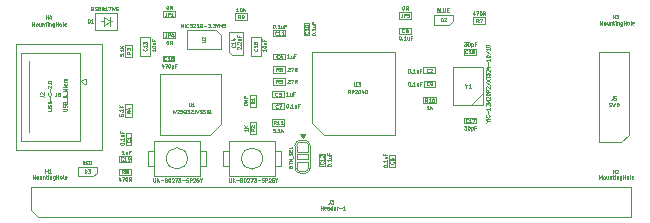
<source format=gbr>
%TF.GenerationSoftware,KiCad,Pcbnew,8.0.1*%
%TF.CreationDate,2024-04-07T18:53:55+05:30*%
%TF.ProjectId,Mitayi-Pico-RP2040,4d697461-7969-42d5-9069-636f2d525032,0.6*%
%TF.SameCoordinates,PX73df160PY5f2d3c0*%
%TF.FileFunction,AssemblyDrawing,Top*%
%FSLAX46Y46*%
G04 Gerber Fmt 4.6, Leading zero omitted, Abs format (unit mm)*
G04 Created by KiCad (PCBNEW 8.0.1) date 2024-04-07 18:53:55*
%MOMM*%
%LPD*%
G01*
G04 APERTURE LIST*
%ADD10C,0.070000*%
%ADD11C,0.100000*%
G04 APERTURE END LIST*
D10*
X22013002Y4625715D02*
X22027288Y4668572D01*
X22027288Y4668572D02*
X22041574Y4682858D01*
X22041574Y4682858D02*
X22070145Y4697144D01*
X22070145Y4697144D02*
X22113002Y4697144D01*
X22113002Y4697144D02*
X22141574Y4682858D01*
X22141574Y4682858D02*
X22155860Y4668572D01*
X22155860Y4668572D02*
X22170145Y4640001D01*
X22170145Y4640001D02*
X22170145Y4525715D01*
X22170145Y4525715D02*
X21870145Y4525715D01*
X21870145Y4525715D02*
X21870145Y4625715D01*
X21870145Y4625715D02*
X21884431Y4654286D01*
X21884431Y4654286D02*
X21898717Y4668572D01*
X21898717Y4668572D02*
X21927288Y4682858D01*
X21927288Y4682858D02*
X21955860Y4682858D01*
X21955860Y4682858D02*
X21984431Y4668572D01*
X21984431Y4668572D02*
X21998717Y4654286D01*
X21998717Y4654286D02*
X22013002Y4625715D01*
X22013002Y4625715D02*
X22013002Y4525715D01*
X21870145Y4782858D02*
X21870145Y4954286D01*
X22170145Y4868572D02*
X21870145Y4868572D01*
X22170145Y5054286D02*
X21870145Y5054286D01*
X21870145Y5054286D02*
X22170145Y5225715D01*
X22170145Y5225715D02*
X21870145Y5225715D01*
X22198717Y5297143D02*
X22198717Y5525715D01*
X22155860Y5582857D02*
X22170145Y5625714D01*
X22170145Y5625714D02*
X22170145Y5697143D01*
X22170145Y5697143D02*
X22155860Y5725714D01*
X22155860Y5725714D02*
X22141574Y5740000D01*
X22141574Y5740000D02*
X22113002Y5754286D01*
X22113002Y5754286D02*
X22084431Y5754286D01*
X22084431Y5754286D02*
X22055860Y5740000D01*
X22055860Y5740000D02*
X22041574Y5725714D01*
X22041574Y5725714D02*
X22027288Y5697143D01*
X22027288Y5697143D02*
X22013002Y5640000D01*
X22013002Y5640000D02*
X21998717Y5611429D01*
X21998717Y5611429D02*
X21984431Y5597143D01*
X21984431Y5597143D02*
X21955860Y5582857D01*
X21955860Y5582857D02*
X21927288Y5582857D01*
X21927288Y5582857D02*
X21898717Y5597143D01*
X21898717Y5597143D02*
X21884431Y5611429D01*
X21884431Y5611429D02*
X21870145Y5640000D01*
X21870145Y5640000D02*
X21870145Y5711429D01*
X21870145Y5711429D02*
X21884431Y5754286D01*
X22013002Y5882857D02*
X22013002Y5982857D01*
X22170145Y6025714D02*
X22170145Y5882857D01*
X22170145Y5882857D02*
X21870145Y5882857D01*
X21870145Y5882857D02*
X21870145Y6025714D01*
X22170145Y6297143D02*
X22170145Y6154286D01*
X22170145Y6154286D02*
X21870145Y6154286D01*
X24564285Y964855D02*
X24564285Y1264855D01*
X24564285Y1121998D02*
X24735714Y1121998D01*
X24735714Y964855D02*
X24735714Y1264855D01*
X24992857Y979140D02*
X24964285Y964855D01*
X24964285Y964855D02*
X24907143Y964855D01*
X24907143Y964855D02*
X24878571Y979140D01*
X24878571Y979140D02*
X24864285Y1007712D01*
X24864285Y1007712D02*
X24864285Y1121998D01*
X24864285Y1121998D02*
X24878571Y1150569D01*
X24878571Y1150569D02*
X24907143Y1164855D01*
X24907143Y1164855D02*
X24964285Y1164855D01*
X24964285Y1164855D02*
X24992857Y1150569D01*
X24992857Y1150569D02*
X25007143Y1121998D01*
X25007143Y1121998D02*
X25007143Y1093426D01*
X25007143Y1093426D02*
X24864285Y1064855D01*
X25264286Y964855D02*
X25264286Y1121998D01*
X25264286Y1121998D02*
X25250000Y1150569D01*
X25250000Y1150569D02*
X25221428Y1164855D01*
X25221428Y1164855D02*
X25164286Y1164855D01*
X25164286Y1164855D02*
X25135714Y1150569D01*
X25264286Y979140D02*
X25235714Y964855D01*
X25235714Y964855D02*
X25164286Y964855D01*
X25164286Y964855D02*
X25135714Y979140D01*
X25135714Y979140D02*
X25121428Y1007712D01*
X25121428Y1007712D02*
X25121428Y1036283D01*
X25121428Y1036283D02*
X25135714Y1064855D01*
X25135714Y1064855D02*
X25164286Y1079140D01*
X25164286Y1079140D02*
X25235714Y1079140D01*
X25235714Y1079140D02*
X25264286Y1093426D01*
X25535715Y964855D02*
X25535715Y1264855D01*
X25535715Y979140D02*
X25507143Y964855D01*
X25507143Y964855D02*
X25450000Y964855D01*
X25450000Y964855D02*
X25421429Y979140D01*
X25421429Y979140D02*
X25407143Y993426D01*
X25407143Y993426D02*
X25392857Y1021998D01*
X25392857Y1021998D02*
X25392857Y1107712D01*
X25392857Y1107712D02*
X25407143Y1136283D01*
X25407143Y1136283D02*
X25421429Y1150569D01*
X25421429Y1150569D02*
X25450000Y1164855D01*
X25450000Y1164855D02*
X25507143Y1164855D01*
X25507143Y1164855D02*
X25535715Y1150569D01*
X25792858Y979140D02*
X25764286Y964855D01*
X25764286Y964855D02*
X25707144Y964855D01*
X25707144Y964855D02*
X25678572Y979140D01*
X25678572Y979140D02*
X25664286Y1007712D01*
X25664286Y1007712D02*
X25664286Y1121998D01*
X25664286Y1121998D02*
X25678572Y1150569D01*
X25678572Y1150569D02*
X25707144Y1164855D01*
X25707144Y1164855D02*
X25764286Y1164855D01*
X25764286Y1164855D02*
X25792858Y1150569D01*
X25792858Y1150569D02*
X25807144Y1121998D01*
X25807144Y1121998D02*
X25807144Y1093426D01*
X25807144Y1093426D02*
X25664286Y1064855D01*
X25935715Y964855D02*
X25935715Y1164855D01*
X25935715Y1107712D02*
X25950001Y1136283D01*
X25950001Y1136283D02*
X25964287Y1150569D01*
X25964287Y1150569D02*
X25992858Y1164855D01*
X25992858Y1164855D02*
X26021429Y1164855D01*
X26121429Y1079140D02*
X26350001Y1079140D01*
X26650001Y964855D02*
X26478572Y964855D01*
X26564287Y964855D02*
X26564287Y1264855D01*
X26564287Y1264855D02*
X26535715Y1221998D01*
X26535715Y1221998D02*
X26507144Y1193426D01*
X26507144Y1193426D02*
X26478572Y1179140D01*
X25330000Y1764855D02*
X25330000Y1550569D01*
X25330000Y1550569D02*
X25315715Y1507712D01*
X25315715Y1507712D02*
X25287143Y1479140D01*
X25287143Y1479140D02*
X25244286Y1464855D01*
X25244286Y1464855D02*
X25215715Y1464855D01*
X25444286Y1764855D02*
X25630000Y1764855D01*
X25630000Y1764855D02*
X25530000Y1650569D01*
X25530000Y1650569D02*
X25572857Y1650569D01*
X25572857Y1650569D02*
X25601429Y1636283D01*
X25601429Y1636283D02*
X25615714Y1621998D01*
X25615714Y1621998D02*
X25630000Y1593426D01*
X25630000Y1593426D02*
X25630000Y1521998D01*
X25630000Y1521998D02*
X25615714Y1493426D01*
X25615714Y1493426D02*
X25601429Y1479140D01*
X25601429Y1479140D02*
X25572857Y1464855D01*
X25572857Y1464855D02*
X25487143Y1464855D01*
X25487143Y1464855D02*
X25458571Y1479140D01*
X25458571Y1479140D02*
X25444286Y1493426D01*
X31545714Y18194855D02*
X31574285Y18194855D01*
X31574285Y18194855D02*
X31602857Y18180569D01*
X31602857Y18180569D02*
X31617143Y18166283D01*
X31617143Y18166283D02*
X31631428Y18137712D01*
X31631428Y18137712D02*
X31645714Y18080569D01*
X31645714Y18080569D02*
X31645714Y18009140D01*
X31645714Y18009140D02*
X31631428Y17951998D01*
X31631428Y17951998D02*
X31617143Y17923426D01*
X31617143Y17923426D02*
X31602857Y17909140D01*
X31602857Y17909140D02*
X31574285Y17894855D01*
X31574285Y17894855D02*
X31545714Y17894855D01*
X31545714Y17894855D02*
X31517143Y17909140D01*
X31517143Y17909140D02*
X31502857Y17923426D01*
X31502857Y17923426D02*
X31488571Y17951998D01*
X31488571Y17951998D02*
X31474285Y18009140D01*
X31474285Y18009140D02*
X31474285Y18080569D01*
X31474285Y18080569D02*
X31488571Y18137712D01*
X31488571Y18137712D02*
X31502857Y18166283D01*
X31502857Y18166283D02*
X31517143Y18180569D01*
X31517143Y18180569D02*
X31545714Y18194855D01*
X31945714Y17894855D02*
X31845714Y18037712D01*
X31774285Y17894855D02*
X31774285Y18194855D01*
X31774285Y18194855D02*
X31888571Y18194855D01*
X31888571Y18194855D02*
X31917142Y18180569D01*
X31917142Y18180569D02*
X31931428Y18166283D01*
X31931428Y18166283D02*
X31945714Y18137712D01*
X31945714Y18137712D02*
X31945714Y18094855D01*
X31945714Y18094855D02*
X31931428Y18066283D01*
X31931428Y18066283D02*
X31917142Y18051998D01*
X31917142Y18051998D02*
X31888571Y18037712D01*
X31888571Y18037712D02*
X31774285Y18037712D01*
X31460000Y17564855D02*
X31460000Y17350569D01*
X31460000Y17350569D02*
X31445715Y17307712D01*
X31445715Y17307712D02*
X31417143Y17279140D01*
X31417143Y17279140D02*
X31374286Y17264855D01*
X31374286Y17264855D02*
X31345715Y17264855D01*
X31602857Y17264855D02*
X31602857Y17564855D01*
X31602857Y17564855D02*
X31717143Y17564855D01*
X31717143Y17564855D02*
X31745714Y17550569D01*
X31745714Y17550569D02*
X31760000Y17536283D01*
X31760000Y17536283D02*
X31774286Y17507712D01*
X31774286Y17507712D02*
X31774286Y17464855D01*
X31774286Y17464855D02*
X31760000Y17436283D01*
X31760000Y17436283D02*
X31745714Y17421998D01*
X31745714Y17421998D02*
X31717143Y17407712D01*
X31717143Y17407712D02*
X31602857Y17407712D01*
X32045714Y17564855D02*
X31902857Y17564855D01*
X31902857Y17564855D02*
X31888571Y17421998D01*
X31888571Y17421998D02*
X31902857Y17436283D01*
X31902857Y17436283D02*
X31931429Y17450569D01*
X31931429Y17450569D02*
X32002857Y17450569D01*
X32002857Y17450569D02*
X32031429Y17436283D01*
X32031429Y17436283D02*
X32045714Y17421998D01*
X32045714Y17421998D02*
X32060000Y17393426D01*
X32060000Y17393426D02*
X32060000Y17321998D01*
X32060000Y17321998D02*
X32045714Y17293426D01*
X32045714Y17293426D02*
X32031429Y17279140D01*
X32031429Y17279140D02*
X32002857Y17264855D01*
X32002857Y17264855D02*
X31931429Y17264855D01*
X31931429Y17264855D02*
X31902857Y17279140D01*
X31902857Y17279140D02*
X31888571Y17293426D01*
X34497142Y17851998D02*
X34539999Y17837712D01*
X34539999Y17837712D02*
X34554285Y17823426D01*
X34554285Y17823426D02*
X34568571Y17794855D01*
X34568571Y17794855D02*
X34568571Y17751998D01*
X34568571Y17751998D02*
X34554285Y17723426D01*
X34554285Y17723426D02*
X34539999Y17709140D01*
X34539999Y17709140D02*
X34511428Y17694855D01*
X34511428Y17694855D02*
X34397142Y17694855D01*
X34397142Y17694855D02*
X34397142Y17994855D01*
X34397142Y17994855D02*
X34497142Y17994855D01*
X34497142Y17994855D02*
X34525714Y17980569D01*
X34525714Y17980569D02*
X34539999Y17966283D01*
X34539999Y17966283D02*
X34554285Y17937712D01*
X34554285Y17937712D02*
X34554285Y17909140D01*
X34554285Y17909140D02*
X34539999Y17880569D01*
X34539999Y17880569D02*
X34525714Y17866283D01*
X34525714Y17866283D02*
X34497142Y17851998D01*
X34497142Y17851998D02*
X34397142Y17851998D01*
X34839999Y17694855D02*
X34697142Y17694855D01*
X34697142Y17694855D02*
X34697142Y17994855D01*
X34939999Y17994855D02*
X34939999Y17751998D01*
X34939999Y17751998D02*
X34954285Y17723426D01*
X34954285Y17723426D02*
X34968571Y17709140D01*
X34968571Y17709140D02*
X34997142Y17694855D01*
X34997142Y17694855D02*
X35054285Y17694855D01*
X35054285Y17694855D02*
X35082856Y17709140D01*
X35082856Y17709140D02*
X35097142Y17723426D01*
X35097142Y17723426D02*
X35111428Y17751998D01*
X35111428Y17751998D02*
X35111428Y17994855D01*
X35254285Y17851998D02*
X35354285Y17851998D01*
X35397142Y17694855D02*
X35254285Y17694855D01*
X35254285Y17694855D02*
X35254285Y17994855D01*
X35254285Y17994855D02*
X35397142Y17994855D01*
X34728571Y16894855D02*
X34728571Y17194855D01*
X34728571Y17194855D02*
X34800000Y17194855D01*
X34800000Y17194855D02*
X34842857Y17180569D01*
X34842857Y17180569D02*
X34871428Y17151998D01*
X34871428Y17151998D02*
X34885714Y17123426D01*
X34885714Y17123426D02*
X34900000Y17066283D01*
X34900000Y17066283D02*
X34900000Y17023426D01*
X34900000Y17023426D02*
X34885714Y16966283D01*
X34885714Y16966283D02*
X34871428Y16937712D01*
X34871428Y16937712D02*
X34842857Y16909140D01*
X34842857Y16909140D02*
X34800000Y16894855D01*
X34800000Y16894855D02*
X34728571Y16894855D01*
X35014285Y17166283D02*
X35028571Y17180569D01*
X35028571Y17180569D02*
X35057143Y17194855D01*
X35057143Y17194855D02*
X35128571Y17194855D01*
X35128571Y17194855D02*
X35157143Y17180569D01*
X35157143Y17180569D02*
X35171428Y17166283D01*
X35171428Y17166283D02*
X35185714Y17137712D01*
X35185714Y17137712D02*
X35185714Y17109140D01*
X35185714Y17109140D02*
X35171428Y17066283D01*
X35171428Y17066283D02*
X35000000Y16894855D01*
X35000000Y16894855D02*
X35185714Y16894855D01*
X36712857Y8034855D02*
X36898571Y8034855D01*
X36898571Y8034855D02*
X36798571Y7920569D01*
X36798571Y7920569D02*
X36841428Y7920569D01*
X36841428Y7920569D02*
X36870000Y7906283D01*
X36870000Y7906283D02*
X36884285Y7891998D01*
X36884285Y7891998D02*
X36898571Y7863426D01*
X36898571Y7863426D02*
X36898571Y7791998D01*
X36898571Y7791998D02*
X36884285Y7763426D01*
X36884285Y7763426D02*
X36870000Y7749140D01*
X36870000Y7749140D02*
X36841428Y7734855D01*
X36841428Y7734855D02*
X36755714Y7734855D01*
X36755714Y7734855D02*
X36727142Y7749140D01*
X36727142Y7749140D02*
X36712857Y7763426D01*
X37084285Y8034855D02*
X37112856Y8034855D01*
X37112856Y8034855D02*
X37141428Y8020569D01*
X37141428Y8020569D02*
X37155714Y8006283D01*
X37155714Y8006283D02*
X37169999Y7977712D01*
X37169999Y7977712D02*
X37184285Y7920569D01*
X37184285Y7920569D02*
X37184285Y7849140D01*
X37184285Y7849140D02*
X37169999Y7791998D01*
X37169999Y7791998D02*
X37155714Y7763426D01*
X37155714Y7763426D02*
X37141428Y7749140D01*
X37141428Y7749140D02*
X37112856Y7734855D01*
X37112856Y7734855D02*
X37084285Y7734855D01*
X37084285Y7734855D02*
X37055714Y7749140D01*
X37055714Y7749140D02*
X37041428Y7763426D01*
X37041428Y7763426D02*
X37027142Y7791998D01*
X37027142Y7791998D02*
X37012856Y7849140D01*
X37012856Y7849140D02*
X37012856Y7920569D01*
X37012856Y7920569D02*
X37027142Y7977712D01*
X37027142Y7977712D02*
X37041428Y8006283D01*
X37041428Y8006283D02*
X37055714Y8020569D01*
X37055714Y8020569D02*
X37084285Y8034855D01*
X37312856Y7934855D02*
X37312856Y7634855D01*
X37312856Y7920569D02*
X37341428Y7934855D01*
X37341428Y7934855D02*
X37398570Y7934855D01*
X37398570Y7934855D02*
X37427142Y7920569D01*
X37427142Y7920569D02*
X37441428Y7906283D01*
X37441428Y7906283D02*
X37455713Y7877712D01*
X37455713Y7877712D02*
X37455713Y7791998D01*
X37455713Y7791998D02*
X37441428Y7763426D01*
X37441428Y7763426D02*
X37427142Y7749140D01*
X37427142Y7749140D02*
X37398570Y7734855D01*
X37398570Y7734855D02*
X37341428Y7734855D01*
X37341428Y7734855D02*
X37312856Y7749140D01*
X37684285Y7891998D02*
X37584285Y7891998D01*
X37584285Y7734855D02*
X37584285Y8034855D01*
X37584285Y8034855D02*
X37727142Y8034855D01*
X37024529Y8390289D02*
X37010243Y8376003D01*
X37010243Y8376003D02*
X36967386Y8361718D01*
X36967386Y8361718D02*
X36938814Y8361718D01*
X36938814Y8361718D02*
X36895957Y8376003D01*
X36895957Y8376003D02*
X36867386Y8404575D01*
X36867386Y8404575D02*
X36853100Y8433146D01*
X36853100Y8433146D02*
X36838814Y8490289D01*
X36838814Y8490289D02*
X36838814Y8533146D01*
X36838814Y8533146D02*
X36853100Y8590289D01*
X36853100Y8590289D02*
X36867386Y8618861D01*
X36867386Y8618861D02*
X36895957Y8647432D01*
X36895957Y8647432D02*
X36938814Y8661718D01*
X36938814Y8661718D02*
X36967386Y8661718D01*
X36967386Y8661718D02*
X37010243Y8647432D01*
X37010243Y8647432D02*
X37024529Y8633146D01*
X37310243Y8361718D02*
X37138814Y8361718D01*
X37224529Y8361718D02*
X37224529Y8661718D01*
X37224529Y8661718D02*
X37195957Y8618861D01*
X37195957Y8618861D02*
X37167386Y8590289D01*
X37167386Y8590289D02*
X37138814Y8576003D01*
X37410243Y8661718D02*
X37610243Y8661718D01*
X37610243Y8661718D02*
X37481671Y8361718D01*
X25145145Y4697144D02*
X25145145Y4725715D01*
X25145145Y4725715D02*
X25159431Y4754287D01*
X25159431Y4754287D02*
X25173717Y4768572D01*
X25173717Y4768572D02*
X25202288Y4782858D01*
X25202288Y4782858D02*
X25259431Y4797144D01*
X25259431Y4797144D02*
X25330860Y4797144D01*
X25330860Y4797144D02*
X25388002Y4782858D01*
X25388002Y4782858D02*
X25416574Y4768572D01*
X25416574Y4768572D02*
X25430860Y4754287D01*
X25430860Y4754287D02*
X25445145Y4725715D01*
X25445145Y4725715D02*
X25445145Y4697144D01*
X25445145Y4697144D02*
X25430860Y4668572D01*
X25430860Y4668572D02*
X25416574Y4654287D01*
X25416574Y4654287D02*
X25388002Y4640001D01*
X25388002Y4640001D02*
X25330860Y4625715D01*
X25330860Y4625715D02*
X25259431Y4625715D01*
X25259431Y4625715D02*
X25202288Y4640001D01*
X25202288Y4640001D02*
X25173717Y4654287D01*
X25173717Y4654287D02*
X25159431Y4668572D01*
X25159431Y4668572D02*
X25145145Y4697144D01*
X25416574Y4925715D02*
X25430860Y4940001D01*
X25430860Y4940001D02*
X25445145Y4925715D01*
X25445145Y4925715D02*
X25430860Y4911429D01*
X25430860Y4911429D02*
X25416574Y4925715D01*
X25416574Y4925715D02*
X25445145Y4925715D01*
X25445145Y5225715D02*
X25445145Y5054286D01*
X25445145Y5140001D02*
X25145145Y5140001D01*
X25145145Y5140001D02*
X25188002Y5111429D01*
X25188002Y5111429D02*
X25216574Y5082858D01*
X25216574Y5082858D02*
X25230860Y5054286D01*
X25245145Y5482857D02*
X25445145Y5482857D01*
X25245145Y5354286D02*
X25402288Y5354286D01*
X25402288Y5354286D02*
X25430860Y5368572D01*
X25430860Y5368572D02*
X25445145Y5397143D01*
X25445145Y5397143D02*
X25445145Y5440000D01*
X25445145Y5440000D02*
X25430860Y5468572D01*
X25430860Y5468572D02*
X25416574Y5482857D01*
X25288002Y5725715D02*
X25288002Y5625715D01*
X25445145Y5625715D02*
X25145145Y5625715D01*
X25145145Y5625715D02*
X25145145Y5768572D01*
X24790231Y4987499D02*
X24804517Y4973213D01*
X24804517Y4973213D02*
X24818802Y4930356D01*
X24818802Y4930356D02*
X24818802Y4901784D01*
X24818802Y4901784D02*
X24804517Y4858927D01*
X24804517Y4858927D02*
X24775945Y4830356D01*
X24775945Y4830356D02*
X24747374Y4816070D01*
X24747374Y4816070D02*
X24690231Y4801784D01*
X24690231Y4801784D02*
X24647374Y4801784D01*
X24647374Y4801784D02*
X24590231Y4816070D01*
X24590231Y4816070D02*
X24561659Y4830356D01*
X24561659Y4830356D02*
X24533088Y4858927D01*
X24533088Y4858927D02*
X24518802Y4901784D01*
X24518802Y4901784D02*
X24518802Y4930356D01*
X24518802Y4930356D02*
X24533088Y4973213D01*
X24533088Y4973213D02*
X24547374Y4987499D01*
X24818802Y5273213D02*
X24818802Y5101784D01*
X24818802Y5187499D02*
X24518802Y5187499D01*
X24518802Y5187499D02*
X24561659Y5158927D01*
X24561659Y5158927D02*
X24590231Y5130356D01*
X24590231Y5130356D02*
X24604517Y5101784D01*
X24547374Y5387498D02*
X24533088Y5401784D01*
X24533088Y5401784D02*
X24518802Y5430355D01*
X24518802Y5430355D02*
X24518802Y5501784D01*
X24518802Y5501784D02*
X24533088Y5530355D01*
X24533088Y5530355D02*
X24547374Y5544641D01*
X24547374Y5544641D02*
X24575945Y5558927D01*
X24575945Y5558927D02*
X24604517Y5558927D01*
X24604517Y5558927D02*
X24647374Y5544641D01*
X24647374Y5544641D02*
X24818802Y5373213D01*
X24818802Y5373213D02*
X24818802Y5558927D01*
X10575145Y14558572D02*
X10575145Y14387143D01*
X10575145Y14472858D02*
X10275145Y14472858D01*
X10275145Y14472858D02*
X10318002Y14444286D01*
X10318002Y14444286D02*
X10346574Y14415715D01*
X10346574Y14415715D02*
X10360860Y14387143D01*
X10275145Y14744286D02*
X10275145Y14772857D01*
X10275145Y14772857D02*
X10289431Y14801429D01*
X10289431Y14801429D02*
X10303717Y14815714D01*
X10303717Y14815714D02*
X10332288Y14830000D01*
X10332288Y14830000D02*
X10389431Y14844286D01*
X10389431Y14844286D02*
X10460860Y14844286D01*
X10460860Y14844286D02*
X10518002Y14830000D01*
X10518002Y14830000D02*
X10546574Y14815714D01*
X10546574Y14815714D02*
X10560860Y14801429D01*
X10560860Y14801429D02*
X10575145Y14772857D01*
X10575145Y14772857D02*
X10575145Y14744286D01*
X10575145Y14744286D02*
X10560860Y14715714D01*
X10560860Y14715714D02*
X10546574Y14701429D01*
X10546574Y14701429D02*
X10518002Y14687143D01*
X10518002Y14687143D02*
X10460860Y14672857D01*
X10460860Y14672857D02*
X10389431Y14672857D01*
X10389431Y14672857D02*
X10332288Y14687143D01*
X10332288Y14687143D02*
X10303717Y14701429D01*
X10303717Y14701429D02*
X10289431Y14715714D01*
X10289431Y14715714D02*
X10275145Y14744286D01*
X10375145Y15101428D02*
X10575145Y15101428D01*
X10375145Y14972857D02*
X10532288Y14972857D01*
X10532288Y14972857D02*
X10560860Y14987143D01*
X10560860Y14987143D02*
X10575145Y15015714D01*
X10575145Y15015714D02*
X10575145Y15058571D01*
X10575145Y15058571D02*
X10560860Y15087143D01*
X10560860Y15087143D02*
X10546574Y15101428D01*
X10418002Y15344286D02*
X10418002Y15244286D01*
X10575145Y15244286D02*
X10275145Y15244286D01*
X10275145Y15244286D02*
X10275145Y15387143D01*
X9816574Y14617144D02*
X9830860Y14602858D01*
X9830860Y14602858D02*
X9845145Y14560001D01*
X9845145Y14560001D02*
X9845145Y14531429D01*
X9845145Y14531429D02*
X9830860Y14488572D01*
X9830860Y14488572D02*
X9802288Y14460001D01*
X9802288Y14460001D02*
X9773717Y14445715D01*
X9773717Y14445715D02*
X9716574Y14431429D01*
X9716574Y14431429D02*
X9673717Y14431429D01*
X9673717Y14431429D02*
X9616574Y14445715D01*
X9616574Y14445715D02*
X9588002Y14460001D01*
X9588002Y14460001D02*
X9559431Y14488572D01*
X9559431Y14488572D02*
X9545145Y14531429D01*
X9545145Y14531429D02*
X9545145Y14560001D01*
X9545145Y14560001D02*
X9559431Y14602858D01*
X9559431Y14602858D02*
X9573717Y14617144D01*
X9845145Y14902858D02*
X9845145Y14731429D01*
X9845145Y14817144D02*
X9545145Y14817144D01*
X9545145Y14817144D02*
X9588002Y14788572D01*
X9588002Y14788572D02*
X9616574Y14760001D01*
X9616574Y14760001D02*
X9630860Y14731429D01*
X9545145Y15002858D02*
X9545145Y15188572D01*
X9545145Y15188572D02*
X9659431Y15088572D01*
X9659431Y15088572D02*
X9659431Y15131429D01*
X9659431Y15131429D02*
X9673717Y15160000D01*
X9673717Y15160000D02*
X9688002Y15174286D01*
X9688002Y15174286D02*
X9716574Y15188572D01*
X9716574Y15188572D02*
X9788002Y15188572D01*
X9788002Y15188572D02*
X9816574Y15174286D01*
X9816574Y15174286D02*
X9830860Y15160000D01*
X9830860Y15160000D02*
X9845145Y15131429D01*
X9845145Y15131429D02*
X9845145Y15045715D01*
X9845145Y15045715D02*
X9830860Y15017143D01*
X9830860Y15017143D02*
X9816574Y15002858D01*
X29875145Y4637144D02*
X29875145Y4665715D01*
X29875145Y4665715D02*
X29889431Y4694287D01*
X29889431Y4694287D02*
X29903717Y4708572D01*
X29903717Y4708572D02*
X29932288Y4722858D01*
X29932288Y4722858D02*
X29989431Y4737144D01*
X29989431Y4737144D02*
X30060860Y4737144D01*
X30060860Y4737144D02*
X30118002Y4722858D01*
X30118002Y4722858D02*
X30146574Y4708572D01*
X30146574Y4708572D02*
X30160860Y4694287D01*
X30160860Y4694287D02*
X30175145Y4665715D01*
X30175145Y4665715D02*
X30175145Y4637144D01*
X30175145Y4637144D02*
X30160860Y4608572D01*
X30160860Y4608572D02*
X30146574Y4594287D01*
X30146574Y4594287D02*
X30118002Y4580001D01*
X30118002Y4580001D02*
X30060860Y4565715D01*
X30060860Y4565715D02*
X29989431Y4565715D01*
X29989431Y4565715D02*
X29932288Y4580001D01*
X29932288Y4580001D02*
X29903717Y4594287D01*
X29903717Y4594287D02*
X29889431Y4608572D01*
X29889431Y4608572D02*
X29875145Y4637144D01*
X30146574Y4865715D02*
X30160860Y4880001D01*
X30160860Y4880001D02*
X30175145Y4865715D01*
X30175145Y4865715D02*
X30160860Y4851429D01*
X30160860Y4851429D02*
X30146574Y4865715D01*
X30146574Y4865715D02*
X30175145Y4865715D01*
X30175145Y5165715D02*
X30175145Y4994286D01*
X30175145Y5080001D02*
X29875145Y5080001D01*
X29875145Y5080001D02*
X29918002Y5051429D01*
X29918002Y5051429D02*
X29946574Y5022858D01*
X29946574Y5022858D02*
X29960860Y4994286D01*
X29975145Y5422857D02*
X30175145Y5422857D01*
X29975145Y5294286D02*
X30132288Y5294286D01*
X30132288Y5294286D02*
X30160860Y5308572D01*
X30160860Y5308572D02*
X30175145Y5337143D01*
X30175145Y5337143D02*
X30175145Y5380000D01*
X30175145Y5380000D02*
X30160860Y5408572D01*
X30160860Y5408572D02*
X30146574Y5422857D01*
X30018002Y5665715D02*
X30018002Y5565715D01*
X30175145Y5565715D02*
X29875145Y5565715D01*
X29875145Y5565715D02*
X29875145Y5708572D01*
X30722496Y5008624D02*
X30736782Y4994338D01*
X30736782Y4994338D02*
X30751067Y4951481D01*
X30751067Y4951481D02*
X30751067Y4922909D01*
X30751067Y4922909D02*
X30736782Y4880052D01*
X30736782Y4880052D02*
X30708210Y4851481D01*
X30708210Y4851481D02*
X30679639Y4837195D01*
X30679639Y4837195D02*
X30622496Y4822909D01*
X30622496Y4822909D02*
X30579639Y4822909D01*
X30579639Y4822909D02*
X30522496Y4837195D01*
X30522496Y4837195D02*
X30493924Y4851481D01*
X30493924Y4851481D02*
X30465353Y4880052D01*
X30465353Y4880052D02*
X30451067Y4922909D01*
X30451067Y4922909D02*
X30451067Y4951481D01*
X30451067Y4951481D02*
X30465353Y4994338D01*
X30465353Y4994338D02*
X30479639Y5008624D01*
X30451067Y5265766D02*
X30451067Y5208624D01*
X30451067Y5208624D02*
X30465353Y5180052D01*
X30465353Y5180052D02*
X30479639Y5165766D01*
X30479639Y5165766D02*
X30522496Y5137195D01*
X30522496Y5137195D02*
X30579639Y5122909D01*
X30579639Y5122909D02*
X30693924Y5122909D01*
X30693924Y5122909D02*
X30722496Y5137195D01*
X30722496Y5137195D02*
X30736782Y5151481D01*
X30736782Y5151481D02*
X30751067Y5180052D01*
X30751067Y5180052D02*
X30751067Y5237195D01*
X30751067Y5237195D02*
X30736782Y5265766D01*
X30736782Y5265766D02*
X30722496Y5280052D01*
X30722496Y5280052D02*
X30693924Y5294338D01*
X30693924Y5294338D02*
X30622496Y5294338D01*
X30622496Y5294338D02*
X30593924Y5280052D01*
X30593924Y5280052D02*
X30579639Y5265766D01*
X30579639Y5265766D02*
X30565353Y5237195D01*
X30565353Y5237195D02*
X30565353Y5180052D01*
X30565353Y5180052D02*
X30579639Y5151481D01*
X30579639Y5151481D02*
X30593924Y5137195D01*
X30593924Y5137195D02*
X30622496Y5122909D01*
X20577143Y16629855D02*
X20605714Y16629855D01*
X20605714Y16629855D02*
X20634286Y16615569D01*
X20634286Y16615569D02*
X20648572Y16601283D01*
X20648572Y16601283D02*
X20662857Y16572712D01*
X20662857Y16572712D02*
X20677143Y16515569D01*
X20677143Y16515569D02*
X20677143Y16444140D01*
X20677143Y16444140D02*
X20662857Y16386998D01*
X20662857Y16386998D02*
X20648572Y16358426D01*
X20648572Y16358426D02*
X20634286Y16344140D01*
X20634286Y16344140D02*
X20605714Y16329855D01*
X20605714Y16329855D02*
X20577143Y16329855D01*
X20577143Y16329855D02*
X20548572Y16344140D01*
X20548572Y16344140D02*
X20534286Y16358426D01*
X20534286Y16358426D02*
X20520000Y16386998D01*
X20520000Y16386998D02*
X20505714Y16444140D01*
X20505714Y16444140D02*
X20505714Y16515569D01*
X20505714Y16515569D02*
X20520000Y16572712D01*
X20520000Y16572712D02*
X20534286Y16601283D01*
X20534286Y16601283D02*
X20548572Y16615569D01*
X20548572Y16615569D02*
X20577143Y16629855D01*
X20805714Y16358426D02*
X20820000Y16344140D01*
X20820000Y16344140D02*
X20805714Y16329855D01*
X20805714Y16329855D02*
X20791428Y16344140D01*
X20791428Y16344140D02*
X20805714Y16358426D01*
X20805714Y16358426D02*
X20805714Y16329855D01*
X21105714Y16329855D02*
X20934285Y16329855D01*
X21020000Y16329855D02*
X21020000Y16629855D01*
X21020000Y16629855D02*
X20991428Y16586998D01*
X20991428Y16586998D02*
X20962857Y16558426D01*
X20962857Y16558426D02*
X20934285Y16544140D01*
X21362857Y16529855D02*
X21362857Y16329855D01*
X21234285Y16529855D02*
X21234285Y16372712D01*
X21234285Y16372712D02*
X21248571Y16344140D01*
X21248571Y16344140D02*
X21277142Y16329855D01*
X21277142Y16329855D02*
X21319999Y16329855D01*
X21319999Y16329855D02*
X21348571Y16344140D01*
X21348571Y16344140D02*
X21362857Y16358426D01*
X21605714Y16486998D02*
X21505714Y16486998D01*
X21505714Y16329855D02*
X21505714Y16629855D01*
X21505714Y16629855D02*
X21648571Y16629855D01*
X20875578Y15785869D02*
X20861292Y15771583D01*
X20861292Y15771583D02*
X20818435Y15757298D01*
X20818435Y15757298D02*
X20789863Y15757298D01*
X20789863Y15757298D02*
X20747006Y15771583D01*
X20747006Y15771583D02*
X20718435Y15800155D01*
X20718435Y15800155D02*
X20704149Y15828726D01*
X20704149Y15828726D02*
X20689863Y15885869D01*
X20689863Y15885869D02*
X20689863Y15928726D01*
X20689863Y15928726D02*
X20704149Y15985869D01*
X20704149Y15985869D02*
X20718435Y16014441D01*
X20718435Y16014441D02*
X20747006Y16043012D01*
X20747006Y16043012D02*
X20789863Y16057298D01*
X20789863Y16057298D02*
X20818435Y16057298D01*
X20818435Y16057298D02*
X20861292Y16043012D01*
X20861292Y16043012D02*
X20875578Y16028726D01*
X21161292Y15757298D02*
X20989863Y15757298D01*
X21075578Y15757298D02*
X21075578Y16057298D01*
X21075578Y16057298D02*
X21047006Y16014441D01*
X21047006Y16014441D02*
X21018435Y15985869D01*
X21018435Y15985869D02*
X20989863Y15971583D01*
X21447006Y15757298D02*
X21275577Y15757298D01*
X21361292Y15757298D02*
X21361292Y16057298D01*
X21361292Y16057298D02*
X21332720Y16014441D01*
X21332720Y16014441D02*
X21304149Y15985869D01*
X21304149Y15985869D02*
X21275577Y15971583D01*
X7931428Y5664855D02*
X7759999Y5664855D01*
X7845714Y5664855D02*
X7845714Y5964855D01*
X7845714Y5964855D02*
X7817142Y5921998D01*
X7817142Y5921998D02*
X7788571Y5893426D01*
X7788571Y5893426D02*
X7759999Y5879140D01*
X8188571Y5864855D02*
X8188571Y5664855D01*
X8059999Y5864855D02*
X8059999Y5707712D01*
X8059999Y5707712D02*
X8074285Y5679140D01*
X8074285Y5679140D02*
X8102856Y5664855D01*
X8102856Y5664855D02*
X8145713Y5664855D01*
X8145713Y5664855D02*
X8174285Y5679140D01*
X8174285Y5679140D02*
X8188571Y5693426D01*
X8431428Y5821998D02*
X8331428Y5821998D01*
X8331428Y5664855D02*
X8331428Y5964855D01*
X8331428Y5964855D02*
X8474285Y5964855D01*
X7817143Y5133426D02*
X7802857Y5119140D01*
X7802857Y5119140D02*
X7760000Y5104855D01*
X7760000Y5104855D02*
X7731428Y5104855D01*
X7731428Y5104855D02*
X7688571Y5119140D01*
X7688571Y5119140D02*
X7660000Y5147712D01*
X7660000Y5147712D02*
X7645714Y5176283D01*
X7645714Y5176283D02*
X7631428Y5233426D01*
X7631428Y5233426D02*
X7631428Y5276283D01*
X7631428Y5276283D02*
X7645714Y5333426D01*
X7645714Y5333426D02*
X7660000Y5361998D01*
X7660000Y5361998D02*
X7688571Y5390569D01*
X7688571Y5390569D02*
X7731428Y5404855D01*
X7731428Y5404855D02*
X7760000Y5404855D01*
X7760000Y5404855D02*
X7802857Y5390569D01*
X7802857Y5390569D02*
X7817143Y5376283D01*
X8102857Y5104855D02*
X7931428Y5104855D01*
X8017143Y5104855D02*
X8017143Y5404855D01*
X8017143Y5404855D02*
X7988571Y5361998D01*
X7988571Y5361998D02*
X7960000Y5333426D01*
X7960000Y5333426D02*
X7931428Y5319140D01*
X8245714Y5104855D02*
X8302857Y5104855D01*
X8302857Y5104855D02*
X8331428Y5119140D01*
X8331428Y5119140D02*
X8345714Y5133426D01*
X8345714Y5133426D02*
X8374285Y5176283D01*
X8374285Y5176283D02*
X8388571Y5233426D01*
X8388571Y5233426D02*
X8388571Y5347712D01*
X8388571Y5347712D02*
X8374285Y5376283D01*
X8374285Y5376283D02*
X8360000Y5390569D01*
X8360000Y5390569D02*
X8331428Y5404855D01*
X8331428Y5404855D02*
X8274285Y5404855D01*
X8274285Y5404855D02*
X8245714Y5390569D01*
X8245714Y5390569D02*
X8231428Y5376283D01*
X8231428Y5376283D02*
X8217142Y5347712D01*
X8217142Y5347712D02*
X8217142Y5276283D01*
X8217142Y5276283D02*
X8231428Y5247712D01*
X8231428Y5247712D02*
X8245714Y5233426D01*
X8245714Y5233426D02*
X8274285Y5219140D01*
X8274285Y5219140D02*
X8331428Y5219140D01*
X8331428Y5219140D02*
X8360000Y5233426D01*
X8360000Y5233426D02*
X8374285Y5247712D01*
X8374285Y5247712D02*
X8388571Y5276283D01*
X18395145Y7785715D02*
X18395145Y7614286D01*
X18395145Y7700001D02*
X18095145Y7700001D01*
X18095145Y7700001D02*
X18138002Y7671429D01*
X18138002Y7671429D02*
X18166574Y7642858D01*
X18166574Y7642858D02*
X18180860Y7614286D01*
X18395145Y7914286D02*
X18095145Y7914286D01*
X18395145Y8085715D02*
X18223717Y7957143D01*
X18095145Y8085715D02*
X18266574Y7914286D01*
X18965145Y7800001D02*
X18822288Y7700001D01*
X18965145Y7628572D02*
X18665145Y7628572D01*
X18665145Y7628572D02*
X18665145Y7742858D01*
X18665145Y7742858D02*
X18679431Y7771429D01*
X18679431Y7771429D02*
X18693717Y7785715D01*
X18693717Y7785715D02*
X18722288Y7800001D01*
X18722288Y7800001D02*
X18765145Y7800001D01*
X18765145Y7800001D02*
X18793717Y7785715D01*
X18793717Y7785715D02*
X18808002Y7771429D01*
X18808002Y7771429D02*
X18822288Y7742858D01*
X18822288Y7742858D02*
X18822288Y7628572D01*
X18693717Y7914286D02*
X18679431Y7928572D01*
X18679431Y7928572D02*
X18665145Y7957143D01*
X18665145Y7957143D02*
X18665145Y8028572D01*
X18665145Y8028572D02*
X18679431Y8057143D01*
X18679431Y8057143D02*
X18693717Y8071429D01*
X18693717Y8071429D02*
X18722288Y8085715D01*
X18722288Y8085715D02*
X18750860Y8085715D01*
X18750860Y8085715D02*
X18793717Y8071429D01*
X18793717Y8071429D02*
X18965145Y7900001D01*
X18965145Y7900001D02*
X18965145Y8085715D01*
X37591429Y17644855D02*
X37591429Y17444855D01*
X37520000Y17759140D02*
X37448571Y17544855D01*
X37448571Y17544855D02*
X37634286Y17544855D01*
X37720000Y17744855D02*
X37920000Y17744855D01*
X37920000Y17744855D02*
X37791428Y17444855D01*
X38091428Y17744855D02*
X38119999Y17744855D01*
X38119999Y17744855D02*
X38148571Y17730569D01*
X38148571Y17730569D02*
X38162857Y17716283D01*
X38162857Y17716283D02*
X38177142Y17687712D01*
X38177142Y17687712D02*
X38191428Y17630569D01*
X38191428Y17630569D02*
X38191428Y17559140D01*
X38191428Y17559140D02*
X38177142Y17501998D01*
X38177142Y17501998D02*
X38162857Y17473426D01*
X38162857Y17473426D02*
X38148571Y17459140D01*
X38148571Y17459140D02*
X38119999Y17444855D01*
X38119999Y17444855D02*
X38091428Y17444855D01*
X38091428Y17444855D02*
X38062857Y17459140D01*
X38062857Y17459140D02*
X38048571Y17473426D01*
X38048571Y17473426D02*
X38034285Y17501998D01*
X38034285Y17501998D02*
X38019999Y17559140D01*
X38019999Y17559140D02*
X38019999Y17630569D01*
X38019999Y17630569D02*
X38034285Y17687712D01*
X38034285Y17687712D02*
X38048571Y17716283D01*
X38048571Y17716283D02*
X38062857Y17730569D01*
X38062857Y17730569D02*
X38091428Y17744855D01*
X38491428Y17444855D02*
X38391428Y17587712D01*
X38319999Y17444855D02*
X38319999Y17744855D01*
X38319999Y17744855D02*
X38434285Y17744855D01*
X38434285Y17744855D02*
X38462856Y17730569D01*
X38462856Y17730569D02*
X38477142Y17716283D01*
X38477142Y17716283D02*
X38491428Y17687712D01*
X38491428Y17687712D02*
X38491428Y17644855D01*
X38491428Y17644855D02*
X38477142Y17616283D01*
X38477142Y17616283D02*
X38462856Y17601998D01*
X38462856Y17601998D02*
X38434285Y17587712D01*
X38434285Y17587712D02*
X38319999Y17587712D01*
X37933837Y16807672D02*
X37833837Y16950529D01*
X37762408Y16807672D02*
X37762408Y17107672D01*
X37762408Y17107672D02*
X37876694Y17107672D01*
X37876694Y17107672D02*
X37905265Y17093386D01*
X37905265Y17093386D02*
X37919551Y17079100D01*
X37919551Y17079100D02*
X37933837Y17050529D01*
X37933837Y17050529D02*
X37933837Y17007672D01*
X37933837Y17007672D02*
X37919551Y16979100D01*
X37919551Y16979100D02*
X37905265Y16964815D01*
X37905265Y16964815D02*
X37876694Y16950529D01*
X37876694Y16950529D02*
X37762408Y16950529D01*
X38033837Y17107672D02*
X38233837Y17107672D01*
X38233837Y17107672D02*
X38105265Y16807672D01*
X48204284Y16624855D02*
X48204284Y16924855D01*
X48204284Y16924855D02*
X48304284Y16710569D01*
X48304284Y16710569D02*
X48404284Y16924855D01*
X48404284Y16924855D02*
X48404284Y16624855D01*
X48589998Y16624855D02*
X48561427Y16639140D01*
X48561427Y16639140D02*
X48547141Y16653426D01*
X48547141Y16653426D02*
X48532855Y16681998D01*
X48532855Y16681998D02*
X48532855Y16767712D01*
X48532855Y16767712D02*
X48547141Y16796283D01*
X48547141Y16796283D02*
X48561427Y16810569D01*
X48561427Y16810569D02*
X48589998Y16824855D01*
X48589998Y16824855D02*
X48632855Y16824855D01*
X48632855Y16824855D02*
X48661427Y16810569D01*
X48661427Y16810569D02*
X48675713Y16796283D01*
X48675713Y16796283D02*
X48689998Y16767712D01*
X48689998Y16767712D02*
X48689998Y16681998D01*
X48689998Y16681998D02*
X48675713Y16653426D01*
X48675713Y16653426D02*
X48661427Y16639140D01*
X48661427Y16639140D02*
X48632855Y16624855D01*
X48632855Y16624855D02*
X48589998Y16624855D01*
X48947142Y16824855D02*
X48947142Y16624855D01*
X48818570Y16824855D02*
X48818570Y16667712D01*
X48818570Y16667712D02*
X48832856Y16639140D01*
X48832856Y16639140D02*
X48861427Y16624855D01*
X48861427Y16624855D02*
X48904284Y16624855D01*
X48904284Y16624855D02*
X48932856Y16639140D01*
X48932856Y16639140D02*
X48947142Y16653426D01*
X49089999Y16824855D02*
X49089999Y16624855D01*
X49089999Y16796283D02*
X49104285Y16810569D01*
X49104285Y16810569D02*
X49132856Y16824855D01*
X49132856Y16824855D02*
X49175713Y16824855D01*
X49175713Y16824855D02*
X49204285Y16810569D01*
X49204285Y16810569D02*
X49218571Y16781998D01*
X49218571Y16781998D02*
X49218571Y16624855D01*
X49318571Y16824855D02*
X49432857Y16824855D01*
X49361428Y16924855D02*
X49361428Y16667712D01*
X49361428Y16667712D02*
X49375714Y16639140D01*
X49375714Y16639140D02*
X49404285Y16624855D01*
X49404285Y16624855D02*
X49432857Y16624855D01*
X49532857Y16624855D02*
X49532857Y16824855D01*
X49532857Y16924855D02*
X49518571Y16910569D01*
X49518571Y16910569D02*
X49532857Y16896283D01*
X49532857Y16896283D02*
X49547143Y16910569D01*
X49547143Y16910569D02*
X49532857Y16924855D01*
X49532857Y16924855D02*
X49532857Y16896283D01*
X49675714Y16824855D02*
X49675714Y16624855D01*
X49675714Y16796283D02*
X49690000Y16810569D01*
X49690000Y16810569D02*
X49718571Y16824855D01*
X49718571Y16824855D02*
X49761428Y16824855D01*
X49761428Y16824855D02*
X49790000Y16810569D01*
X49790000Y16810569D02*
X49804286Y16781998D01*
X49804286Y16781998D02*
X49804286Y16624855D01*
X50075715Y16824855D02*
X50075715Y16581998D01*
X50075715Y16581998D02*
X50061429Y16553426D01*
X50061429Y16553426D02*
X50047143Y16539140D01*
X50047143Y16539140D02*
X50018572Y16524855D01*
X50018572Y16524855D02*
X49975715Y16524855D01*
X49975715Y16524855D02*
X49947143Y16539140D01*
X50075715Y16639140D02*
X50047143Y16624855D01*
X50047143Y16624855D02*
X49990000Y16624855D01*
X49990000Y16624855D02*
X49961429Y16639140D01*
X49961429Y16639140D02*
X49947143Y16653426D01*
X49947143Y16653426D02*
X49932857Y16681998D01*
X49932857Y16681998D02*
X49932857Y16767712D01*
X49932857Y16767712D02*
X49947143Y16796283D01*
X49947143Y16796283D02*
X49961429Y16810569D01*
X49961429Y16810569D02*
X49990000Y16824855D01*
X49990000Y16824855D02*
X50047143Y16824855D01*
X50047143Y16824855D02*
X50075715Y16810569D01*
X50218572Y16624855D02*
X50218572Y16924855D01*
X50218572Y16781998D02*
X50390001Y16781998D01*
X50390001Y16624855D02*
X50390001Y16924855D01*
X50575715Y16624855D02*
X50547144Y16639140D01*
X50547144Y16639140D02*
X50532858Y16653426D01*
X50532858Y16653426D02*
X50518572Y16681998D01*
X50518572Y16681998D02*
X50518572Y16767712D01*
X50518572Y16767712D02*
X50532858Y16796283D01*
X50532858Y16796283D02*
X50547144Y16810569D01*
X50547144Y16810569D02*
X50575715Y16824855D01*
X50575715Y16824855D02*
X50618572Y16824855D01*
X50618572Y16824855D02*
X50647144Y16810569D01*
X50647144Y16810569D02*
X50661430Y16796283D01*
X50661430Y16796283D02*
X50675715Y16767712D01*
X50675715Y16767712D02*
X50675715Y16681998D01*
X50675715Y16681998D02*
X50661430Y16653426D01*
X50661430Y16653426D02*
X50647144Y16639140D01*
X50647144Y16639140D02*
X50618572Y16624855D01*
X50618572Y16624855D02*
X50575715Y16624855D01*
X50847144Y16624855D02*
X50818573Y16639140D01*
X50818573Y16639140D02*
X50804287Y16667712D01*
X50804287Y16667712D02*
X50804287Y16924855D01*
X51075716Y16639140D02*
X51047144Y16624855D01*
X51047144Y16624855D02*
X50990002Y16624855D01*
X50990002Y16624855D02*
X50961430Y16639140D01*
X50961430Y16639140D02*
X50947144Y16667712D01*
X50947144Y16667712D02*
X50947144Y16781998D01*
X50947144Y16781998D02*
X50961430Y16810569D01*
X50961430Y16810569D02*
X50990002Y16824855D01*
X50990002Y16824855D02*
X51047144Y16824855D01*
X51047144Y16824855D02*
X51075716Y16810569D01*
X51075716Y16810569D02*
X51090002Y16781998D01*
X51090002Y16781998D02*
X51090002Y16753426D01*
X51090002Y16753426D02*
X50947144Y16724855D01*
X49311428Y17144855D02*
X49311428Y17444855D01*
X49311428Y17301998D02*
X49482857Y17301998D01*
X49482857Y17144855D02*
X49482857Y17444855D01*
X49597143Y17444855D02*
X49782857Y17444855D01*
X49782857Y17444855D02*
X49682857Y17330569D01*
X49682857Y17330569D02*
X49725714Y17330569D01*
X49725714Y17330569D02*
X49754286Y17316283D01*
X49754286Y17316283D02*
X49768571Y17301998D01*
X49768571Y17301998D02*
X49782857Y17273426D01*
X49782857Y17273426D02*
X49782857Y17201998D01*
X49782857Y17201998D02*
X49768571Y17173426D01*
X49768571Y17173426D02*
X49754286Y17159140D01*
X49754286Y17159140D02*
X49725714Y17144855D01*
X49725714Y17144855D02*
X49640000Y17144855D01*
X49640000Y17144855D02*
X49611428Y17159140D01*
X49611428Y17159140D02*
X49597143Y17173426D01*
X33715714Y9464855D02*
X33544285Y9464855D01*
X33630000Y9464855D02*
X33630000Y9764855D01*
X33630000Y9764855D02*
X33601428Y9721998D01*
X33601428Y9721998D02*
X33572857Y9693426D01*
X33572857Y9693426D02*
X33544285Y9679140D01*
X33844285Y9464855D02*
X33844285Y9764855D01*
X34015714Y9464855D02*
X33887142Y9636283D01*
X34015714Y9764855D02*
X33844285Y9593426D01*
X33587143Y10084855D02*
X33487143Y10227712D01*
X33415714Y10084855D02*
X33415714Y10384855D01*
X33415714Y10384855D02*
X33530000Y10384855D01*
X33530000Y10384855D02*
X33558571Y10370569D01*
X33558571Y10370569D02*
X33572857Y10356283D01*
X33572857Y10356283D02*
X33587143Y10327712D01*
X33587143Y10327712D02*
X33587143Y10284855D01*
X33587143Y10284855D02*
X33572857Y10256283D01*
X33572857Y10256283D02*
X33558571Y10241998D01*
X33558571Y10241998D02*
X33530000Y10227712D01*
X33530000Y10227712D02*
X33415714Y10227712D01*
X33872857Y10084855D02*
X33701428Y10084855D01*
X33787143Y10084855D02*
X33787143Y10384855D01*
X33787143Y10384855D02*
X33758571Y10341998D01*
X33758571Y10341998D02*
X33730000Y10313426D01*
X33730000Y10313426D02*
X33701428Y10299140D01*
X34058571Y10384855D02*
X34087142Y10384855D01*
X34087142Y10384855D02*
X34115714Y10370569D01*
X34115714Y10370569D02*
X34130000Y10356283D01*
X34130000Y10356283D02*
X34144285Y10327712D01*
X34144285Y10327712D02*
X34158571Y10270569D01*
X34158571Y10270569D02*
X34158571Y10199140D01*
X34158571Y10199140D02*
X34144285Y10141998D01*
X34144285Y10141998D02*
X34130000Y10113426D01*
X34130000Y10113426D02*
X34115714Y10099140D01*
X34115714Y10099140D02*
X34087142Y10084855D01*
X34087142Y10084855D02*
X34058571Y10084855D01*
X34058571Y10084855D02*
X34030000Y10099140D01*
X34030000Y10099140D02*
X34015714Y10113426D01*
X34015714Y10113426D02*
X34001428Y10141998D01*
X34001428Y10141998D02*
X33987142Y10199140D01*
X33987142Y10199140D02*
X33987142Y10270569D01*
X33987142Y10270569D02*
X34001428Y10327712D01*
X34001428Y10327712D02*
X34015714Y10356283D01*
X34015714Y10356283D02*
X34030000Y10370569D01*
X34030000Y10370569D02*
X34058571Y10384855D01*
X23815145Y15787144D02*
X23815145Y15815715D01*
X23815145Y15815715D02*
X23829431Y15844287D01*
X23829431Y15844287D02*
X23843717Y15858572D01*
X23843717Y15858572D02*
X23872288Y15872858D01*
X23872288Y15872858D02*
X23929431Y15887144D01*
X23929431Y15887144D02*
X24000860Y15887144D01*
X24000860Y15887144D02*
X24058002Y15872858D01*
X24058002Y15872858D02*
X24086574Y15858572D01*
X24086574Y15858572D02*
X24100860Y15844287D01*
X24100860Y15844287D02*
X24115145Y15815715D01*
X24115145Y15815715D02*
X24115145Y15787144D01*
X24115145Y15787144D02*
X24100860Y15758572D01*
X24100860Y15758572D02*
X24086574Y15744287D01*
X24086574Y15744287D02*
X24058002Y15730001D01*
X24058002Y15730001D02*
X24000860Y15715715D01*
X24000860Y15715715D02*
X23929431Y15715715D01*
X23929431Y15715715D02*
X23872288Y15730001D01*
X23872288Y15730001D02*
X23843717Y15744287D01*
X23843717Y15744287D02*
X23829431Y15758572D01*
X23829431Y15758572D02*
X23815145Y15787144D01*
X24086574Y16015715D02*
X24100860Y16030001D01*
X24100860Y16030001D02*
X24115145Y16015715D01*
X24115145Y16015715D02*
X24100860Y16001429D01*
X24100860Y16001429D02*
X24086574Y16015715D01*
X24086574Y16015715D02*
X24115145Y16015715D01*
X24115145Y16315715D02*
X24115145Y16144286D01*
X24115145Y16230001D02*
X23815145Y16230001D01*
X23815145Y16230001D02*
X23858002Y16201429D01*
X23858002Y16201429D02*
X23886574Y16172858D01*
X23886574Y16172858D02*
X23900860Y16144286D01*
X23915145Y16572857D02*
X24115145Y16572857D01*
X23915145Y16444286D02*
X24072288Y16444286D01*
X24072288Y16444286D02*
X24100860Y16458572D01*
X24100860Y16458572D02*
X24115145Y16487143D01*
X24115145Y16487143D02*
X24115145Y16530000D01*
X24115145Y16530000D02*
X24100860Y16558572D01*
X24100860Y16558572D02*
X24086574Y16572857D01*
X23958002Y16815715D02*
X23958002Y16715715D01*
X24115145Y16715715D02*
X23815145Y16715715D01*
X23815145Y16715715D02*
X23815145Y16858572D01*
X23476574Y16037144D02*
X23490860Y16022858D01*
X23490860Y16022858D02*
X23505145Y15980001D01*
X23505145Y15980001D02*
X23505145Y15951429D01*
X23505145Y15951429D02*
X23490860Y15908572D01*
X23490860Y15908572D02*
X23462288Y15880001D01*
X23462288Y15880001D02*
X23433717Y15865715D01*
X23433717Y15865715D02*
X23376574Y15851429D01*
X23376574Y15851429D02*
X23333717Y15851429D01*
X23333717Y15851429D02*
X23276574Y15865715D01*
X23276574Y15865715D02*
X23248002Y15880001D01*
X23248002Y15880001D02*
X23219431Y15908572D01*
X23219431Y15908572D02*
X23205145Y15951429D01*
X23205145Y15951429D02*
X23205145Y15980001D01*
X23205145Y15980001D02*
X23219431Y16022858D01*
X23219431Y16022858D02*
X23233717Y16037144D01*
X23505145Y16322858D02*
X23505145Y16151429D01*
X23505145Y16237144D02*
X23205145Y16237144D01*
X23205145Y16237144D02*
X23248002Y16208572D01*
X23248002Y16208572D02*
X23276574Y16180001D01*
X23276574Y16180001D02*
X23290860Y16151429D01*
X23205145Y16508572D02*
X23205145Y16537143D01*
X23205145Y16537143D02*
X23219431Y16565715D01*
X23219431Y16565715D02*
X23233717Y16580000D01*
X23233717Y16580000D02*
X23262288Y16594286D01*
X23262288Y16594286D02*
X23319431Y16608572D01*
X23319431Y16608572D02*
X23390860Y16608572D01*
X23390860Y16608572D02*
X23448002Y16594286D01*
X23448002Y16594286D02*
X23476574Y16580000D01*
X23476574Y16580000D02*
X23490860Y16565715D01*
X23490860Y16565715D02*
X23505145Y16537143D01*
X23505145Y16537143D02*
X23505145Y16508572D01*
X23505145Y16508572D02*
X23490860Y16480000D01*
X23490860Y16480000D02*
X23476574Y16465715D01*
X23476574Y16465715D02*
X23448002Y16451429D01*
X23448002Y16451429D02*
X23390860Y16437143D01*
X23390860Y16437143D02*
X23319431Y16437143D01*
X23319431Y16437143D02*
X23262288Y16451429D01*
X23262288Y16451429D02*
X23233717Y16465715D01*
X23233717Y16465715D02*
X23219431Y16480000D01*
X23219431Y16480000D02*
X23205145Y16508572D01*
X27051429Y10804855D02*
X26951429Y10947712D01*
X26880000Y10804855D02*
X26880000Y11104855D01*
X26880000Y11104855D02*
X26994286Y11104855D01*
X26994286Y11104855D02*
X27022857Y11090569D01*
X27022857Y11090569D02*
X27037143Y11076283D01*
X27037143Y11076283D02*
X27051429Y11047712D01*
X27051429Y11047712D02*
X27051429Y11004855D01*
X27051429Y11004855D02*
X27037143Y10976283D01*
X27037143Y10976283D02*
X27022857Y10961998D01*
X27022857Y10961998D02*
X26994286Y10947712D01*
X26994286Y10947712D02*
X26880000Y10947712D01*
X27180000Y10804855D02*
X27180000Y11104855D01*
X27180000Y11104855D02*
X27294286Y11104855D01*
X27294286Y11104855D02*
X27322857Y11090569D01*
X27322857Y11090569D02*
X27337143Y11076283D01*
X27337143Y11076283D02*
X27351429Y11047712D01*
X27351429Y11047712D02*
X27351429Y11004855D01*
X27351429Y11004855D02*
X27337143Y10976283D01*
X27337143Y10976283D02*
X27322857Y10961998D01*
X27322857Y10961998D02*
X27294286Y10947712D01*
X27294286Y10947712D02*
X27180000Y10947712D01*
X27465714Y11076283D02*
X27480000Y11090569D01*
X27480000Y11090569D02*
X27508572Y11104855D01*
X27508572Y11104855D02*
X27580000Y11104855D01*
X27580000Y11104855D02*
X27608572Y11090569D01*
X27608572Y11090569D02*
X27622857Y11076283D01*
X27622857Y11076283D02*
X27637143Y11047712D01*
X27637143Y11047712D02*
X27637143Y11019140D01*
X27637143Y11019140D02*
X27622857Y10976283D01*
X27622857Y10976283D02*
X27451429Y10804855D01*
X27451429Y10804855D02*
X27637143Y10804855D01*
X27822857Y11104855D02*
X27851428Y11104855D01*
X27851428Y11104855D02*
X27880000Y11090569D01*
X27880000Y11090569D02*
X27894286Y11076283D01*
X27894286Y11076283D02*
X27908571Y11047712D01*
X27908571Y11047712D02*
X27922857Y10990569D01*
X27922857Y10990569D02*
X27922857Y10919140D01*
X27922857Y10919140D02*
X27908571Y10861998D01*
X27908571Y10861998D02*
X27894286Y10833426D01*
X27894286Y10833426D02*
X27880000Y10819140D01*
X27880000Y10819140D02*
X27851428Y10804855D01*
X27851428Y10804855D02*
X27822857Y10804855D01*
X27822857Y10804855D02*
X27794286Y10819140D01*
X27794286Y10819140D02*
X27780000Y10833426D01*
X27780000Y10833426D02*
X27765714Y10861998D01*
X27765714Y10861998D02*
X27751428Y10919140D01*
X27751428Y10919140D02*
X27751428Y10990569D01*
X27751428Y10990569D02*
X27765714Y11047712D01*
X27765714Y11047712D02*
X27780000Y11076283D01*
X27780000Y11076283D02*
X27794286Y11090569D01*
X27794286Y11090569D02*
X27822857Y11104855D01*
X28180000Y11004855D02*
X28180000Y10804855D01*
X28108571Y11119140D02*
X28037142Y10904855D01*
X28037142Y10904855D02*
X28222857Y10904855D01*
X28394285Y11104855D02*
X28422856Y11104855D01*
X28422856Y11104855D02*
X28451428Y11090569D01*
X28451428Y11090569D02*
X28465714Y11076283D01*
X28465714Y11076283D02*
X28479999Y11047712D01*
X28479999Y11047712D02*
X28494285Y10990569D01*
X28494285Y10990569D02*
X28494285Y10919140D01*
X28494285Y10919140D02*
X28479999Y10861998D01*
X28479999Y10861998D02*
X28465714Y10833426D01*
X28465714Y10833426D02*
X28451428Y10819140D01*
X28451428Y10819140D02*
X28422856Y10804855D01*
X28422856Y10804855D02*
X28394285Y10804855D01*
X28394285Y10804855D02*
X28365714Y10819140D01*
X28365714Y10819140D02*
X28351428Y10833426D01*
X28351428Y10833426D02*
X28337142Y10861998D01*
X28337142Y10861998D02*
X28322856Y10919140D01*
X28322856Y10919140D02*
X28322856Y10990569D01*
X28322856Y10990569D02*
X28337142Y11047712D01*
X28337142Y11047712D02*
X28351428Y11076283D01*
X28351428Y11076283D02*
X28365714Y11090569D01*
X28365714Y11090569D02*
X28394285Y11104855D01*
X27401428Y11734855D02*
X27401428Y11491998D01*
X27401428Y11491998D02*
X27415714Y11463426D01*
X27415714Y11463426D02*
X27430000Y11449140D01*
X27430000Y11449140D02*
X27458571Y11434855D01*
X27458571Y11434855D02*
X27515714Y11434855D01*
X27515714Y11434855D02*
X27544285Y11449140D01*
X27544285Y11449140D02*
X27558571Y11463426D01*
X27558571Y11463426D02*
X27572857Y11491998D01*
X27572857Y11491998D02*
X27572857Y11734855D01*
X27687143Y11734855D02*
X27872857Y11734855D01*
X27872857Y11734855D02*
X27772857Y11620569D01*
X27772857Y11620569D02*
X27815714Y11620569D01*
X27815714Y11620569D02*
X27844286Y11606283D01*
X27844286Y11606283D02*
X27858571Y11591998D01*
X27858571Y11591998D02*
X27872857Y11563426D01*
X27872857Y11563426D02*
X27872857Y11491998D01*
X27872857Y11491998D02*
X27858571Y11463426D01*
X27858571Y11463426D02*
X27844286Y11449140D01*
X27844286Y11449140D02*
X27815714Y11434855D01*
X27815714Y11434855D02*
X27730000Y11434855D01*
X27730000Y11434855D02*
X27701428Y11449140D01*
X27701428Y11449140D02*
X27687143Y11463426D01*
X21771428Y11941283D02*
X21785714Y11955569D01*
X21785714Y11955569D02*
X21814286Y11969855D01*
X21814286Y11969855D02*
X21885714Y11969855D01*
X21885714Y11969855D02*
X21914286Y11955569D01*
X21914286Y11955569D02*
X21928571Y11941283D01*
X21928571Y11941283D02*
X21942857Y11912712D01*
X21942857Y11912712D02*
X21942857Y11884140D01*
X21942857Y11884140D02*
X21928571Y11841283D01*
X21928571Y11841283D02*
X21757143Y11669855D01*
X21757143Y11669855D02*
X21942857Y11669855D01*
X22042857Y11969855D02*
X22242857Y11969855D01*
X22242857Y11969855D02*
X22114285Y11669855D01*
X22528571Y11669855D02*
X22428571Y11812712D01*
X22357142Y11669855D02*
X22357142Y11969855D01*
X22357142Y11969855D02*
X22471428Y11969855D01*
X22471428Y11969855D02*
X22499999Y11955569D01*
X22499999Y11955569D02*
X22514285Y11941283D01*
X22514285Y11941283D02*
X22528571Y11912712D01*
X22528571Y11912712D02*
X22528571Y11869855D01*
X22528571Y11869855D02*
X22514285Y11841283D01*
X22514285Y11841283D02*
X22499999Y11826998D01*
X22499999Y11826998D02*
X22471428Y11812712D01*
X22471428Y11812712D02*
X22357142Y11812712D01*
X21000376Y11670952D02*
X20900376Y11813809D01*
X20828947Y11670952D02*
X20828947Y11970952D01*
X20828947Y11970952D02*
X20943233Y11970952D01*
X20943233Y11970952D02*
X20971804Y11956666D01*
X20971804Y11956666D02*
X20986090Y11942380D01*
X20986090Y11942380D02*
X21000376Y11913809D01*
X21000376Y11913809D02*
X21000376Y11870952D01*
X21000376Y11870952D02*
X20986090Y11842380D01*
X20986090Y11842380D02*
X20971804Y11828095D01*
X20971804Y11828095D02*
X20943233Y11813809D01*
X20943233Y11813809D02*
X20828947Y11813809D01*
X21271804Y11970952D02*
X21128947Y11970952D01*
X21128947Y11970952D02*
X21114661Y11828095D01*
X21114661Y11828095D02*
X21128947Y11842380D01*
X21128947Y11842380D02*
X21157519Y11856666D01*
X21157519Y11856666D02*
X21228947Y11856666D01*
X21228947Y11856666D02*
X21257519Y11842380D01*
X21257519Y11842380D02*
X21271804Y11828095D01*
X21271804Y11828095D02*
X21286090Y11799523D01*
X21286090Y11799523D02*
X21286090Y11728095D01*
X21286090Y11728095D02*
X21271804Y11699523D01*
X21271804Y11699523D02*
X21257519Y11685237D01*
X21257519Y11685237D02*
X21228947Y11670952D01*
X21228947Y11670952D02*
X21157519Y11670952D01*
X21157519Y11670952D02*
X21128947Y11685237D01*
X21128947Y11685237D02*
X21114661Y11699523D01*
X32027143Y12854855D02*
X32055714Y12854855D01*
X32055714Y12854855D02*
X32084286Y12840569D01*
X32084286Y12840569D02*
X32098572Y12826283D01*
X32098572Y12826283D02*
X32112857Y12797712D01*
X32112857Y12797712D02*
X32127143Y12740569D01*
X32127143Y12740569D02*
X32127143Y12669140D01*
X32127143Y12669140D02*
X32112857Y12611998D01*
X32112857Y12611998D02*
X32098572Y12583426D01*
X32098572Y12583426D02*
X32084286Y12569140D01*
X32084286Y12569140D02*
X32055714Y12554855D01*
X32055714Y12554855D02*
X32027143Y12554855D01*
X32027143Y12554855D02*
X31998572Y12569140D01*
X31998572Y12569140D02*
X31984286Y12583426D01*
X31984286Y12583426D02*
X31970000Y12611998D01*
X31970000Y12611998D02*
X31955714Y12669140D01*
X31955714Y12669140D02*
X31955714Y12740569D01*
X31955714Y12740569D02*
X31970000Y12797712D01*
X31970000Y12797712D02*
X31984286Y12826283D01*
X31984286Y12826283D02*
X31998572Y12840569D01*
X31998572Y12840569D02*
X32027143Y12854855D01*
X32255714Y12583426D02*
X32270000Y12569140D01*
X32270000Y12569140D02*
X32255714Y12554855D01*
X32255714Y12554855D02*
X32241428Y12569140D01*
X32241428Y12569140D02*
X32255714Y12583426D01*
X32255714Y12583426D02*
X32255714Y12554855D01*
X32555714Y12554855D02*
X32384285Y12554855D01*
X32470000Y12554855D02*
X32470000Y12854855D01*
X32470000Y12854855D02*
X32441428Y12811998D01*
X32441428Y12811998D02*
X32412857Y12783426D01*
X32412857Y12783426D02*
X32384285Y12769140D01*
X32812857Y12754855D02*
X32812857Y12554855D01*
X32684285Y12754855D02*
X32684285Y12597712D01*
X32684285Y12597712D02*
X32698571Y12569140D01*
X32698571Y12569140D02*
X32727142Y12554855D01*
X32727142Y12554855D02*
X32769999Y12554855D01*
X32769999Y12554855D02*
X32798571Y12569140D01*
X32798571Y12569140D02*
X32812857Y12583426D01*
X33055714Y12711998D02*
X32955714Y12711998D01*
X32955714Y12554855D02*
X32955714Y12854855D01*
X32955714Y12854855D02*
X33098571Y12854855D01*
X33718870Y12633946D02*
X33704584Y12619660D01*
X33704584Y12619660D02*
X33661727Y12605375D01*
X33661727Y12605375D02*
X33633155Y12605375D01*
X33633155Y12605375D02*
X33590298Y12619660D01*
X33590298Y12619660D02*
X33561727Y12648232D01*
X33561727Y12648232D02*
X33547441Y12676803D01*
X33547441Y12676803D02*
X33533155Y12733946D01*
X33533155Y12733946D02*
X33533155Y12776803D01*
X33533155Y12776803D02*
X33547441Y12833946D01*
X33547441Y12833946D02*
X33561727Y12862518D01*
X33561727Y12862518D02*
X33590298Y12891089D01*
X33590298Y12891089D02*
X33633155Y12905375D01*
X33633155Y12905375D02*
X33661727Y12905375D01*
X33661727Y12905375D02*
X33704584Y12891089D01*
X33704584Y12891089D02*
X33718870Y12876803D01*
X33833155Y12876803D02*
X33847441Y12891089D01*
X33847441Y12891089D02*
X33876013Y12905375D01*
X33876013Y12905375D02*
X33947441Y12905375D01*
X33947441Y12905375D02*
X33976013Y12891089D01*
X33976013Y12891089D02*
X33990298Y12876803D01*
X33990298Y12876803D02*
X34004584Y12848232D01*
X34004584Y12848232D02*
X34004584Y12819660D01*
X34004584Y12819660D02*
X33990298Y12776803D01*
X33990298Y12776803D02*
X33818870Y12605375D01*
X33818870Y12605375D02*
X34004584Y12605375D01*
X12025715Y9434855D02*
X12097143Y9134855D01*
X12097143Y9134855D02*
X12154286Y9349140D01*
X12154286Y9349140D02*
X12211429Y9134855D01*
X12211429Y9134855D02*
X12282858Y9434855D01*
X12382857Y9406283D02*
X12397143Y9420569D01*
X12397143Y9420569D02*
X12425715Y9434855D01*
X12425715Y9434855D02*
X12497143Y9434855D01*
X12497143Y9434855D02*
X12525715Y9420569D01*
X12525715Y9420569D02*
X12540000Y9406283D01*
X12540000Y9406283D02*
X12554286Y9377712D01*
X12554286Y9377712D02*
X12554286Y9349140D01*
X12554286Y9349140D02*
X12540000Y9306283D01*
X12540000Y9306283D02*
X12368572Y9134855D01*
X12368572Y9134855D02*
X12554286Y9134855D01*
X12825714Y9434855D02*
X12682857Y9434855D01*
X12682857Y9434855D02*
X12668571Y9291998D01*
X12668571Y9291998D02*
X12682857Y9306283D01*
X12682857Y9306283D02*
X12711429Y9320569D01*
X12711429Y9320569D02*
X12782857Y9320569D01*
X12782857Y9320569D02*
X12811429Y9306283D01*
X12811429Y9306283D02*
X12825714Y9291998D01*
X12825714Y9291998D02*
X12840000Y9263426D01*
X12840000Y9263426D02*
X12840000Y9191998D01*
X12840000Y9191998D02*
X12825714Y9163426D01*
X12825714Y9163426D02*
X12811429Y9149140D01*
X12811429Y9149140D02*
X12782857Y9134855D01*
X12782857Y9134855D02*
X12711429Y9134855D01*
X12711429Y9134855D02*
X12682857Y9149140D01*
X12682857Y9149140D02*
X12668571Y9163426D01*
X13168571Y9106283D02*
X13140000Y9120569D01*
X13140000Y9120569D02*
X13111428Y9149140D01*
X13111428Y9149140D02*
X13068571Y9191998D01*
X13068571Y9191998D02*
X13040000Y9206283D01*
X13040000Y9206283D02*
X13011428Y9206283D01*
X13025714Y9134855D02*
X12997143Y9149140D01*
X12997143Y9149140D02*
X12968571Y9177712D01*
X12968571Y9177712D02*
X12954285Y9234855D01*
X12954285Y9234855D02*
X12954285Y9334855D01*
X12954285Y9334855D02*
X12968571Y9391998D01*
X12968571Y9391998D02*
X12997143Y9420569D01*
X12997143Y9420569D02*
X13025714Y9434855D01*
X13025714Y9434855D02*
X13082857Y9434855D01*
X13082857Y9434855D02*
X13111428Y9420569D01*
X13111428Y9420569D02*
X13140000Y9391998D01*
X13140000Y9391998D02*
X13154285Y9334855D01*
X13154285Y9334855D02*
X13154285Y9234855D01*
X13154285Y9234855D02*
X13140000Y9177712D01*
X13140000Y9177712D02*
X13111428Y9149140D01*
X13111428Y9149140D02*
X13082857Y9134855D01*
X13082857Y9134855D02*
X13025714Y9134855D01*
X13254286Y9434855D02*
X13440000Y9434855D01*
X13440000Y9434855D02*
X13340000Y9320569D01*
X13340000Y9320569D02*
X13382857Y9320569D01*
X13382857Y9320569D02*
X13411429Y9306283D01*
X13411429Y9306283D02*
X13425714Y9291998D01*
X13425714Y9291998D02*
X13440000Y9263426D01*
X13440000Y9263426D02*
X13440000Y9191998D01*
X13440000Y9191998D02*
X13425714Y9163426D01*
X13425714Y9163426D02*
X13411429Y9149140D01*
X13411429Y9149140D02*
X13382857Y9134855D01*
X13382857Y9134855D02*
X13297143Y9134855D01*
X13297143Y9134855D02*
X13268571Y9149140D01*
X13268571Y9149140D02*
X13254286Y9163426D01*
X13554285Y9406283D02*
X13568571Y9420569D01*
X13568571Y9420569D02*
X13597143Y9434855D01*
X13597143Y9434855D02*
X13668571Y9434855D01*
X13668571Y9434855D02*
X13697143Y9420569D01*
X13697143Y9420569D02*
X13711428Y9406283D01*
X13711428Y9406283D02*
X13725714Y9377712D01*
X13725714Y9377712D02*
X13725714Y9349140D01*
X13725714Y9349140D02*
X13711428Y9306283D01*
X13711428Y9306283D02*
X13540000Y9134855D01*
X13540000Y9134855D02*
X13725714Y9134855D01*
X13939999Y9434855D02*
X13939999Y9220569D01*
X13939999Y9220569D02*
X13925714Y9177712D01*
X13925714Y9177712D02*
X13897142Y9149140D01*
X13897142Y9149140D02*
X13854285Y9134855D01*
X13854285Y9134855D02*
X13825714Y9134855D01*
X14039999Y9434855D02*
X14139999Y9134855D01*
X14139999Y9134855D02*
X14239999Y9434855D01*
X14325713Y9149140D02*
X14368571Y9134855D01*
X14368571Y9134855D02*
X14439999Y9134855D01*
X14439999Y9134855D02*
X14468571Y9149140D01*
X14468571Y9149140D02*
X14482856Y9163426D01*
X14482856Y9163426D02*
X14497142Y9191998D01*
X14497142Y9191998D02*
X14497142Y9220569D01*
X14497142Y9220569D02*
X14482856Y9249140D01*
X14482856Y9249140D02*
X14468571Y9263426D01*
X14468571Y9263426D02*
X14439999Y9277712D01*
X14439999Y9277712D02*
X14382856Y9291998D01*
X14382856Y9291998D02*
X14354285Y9306283D01*
X14354285Y9306283D02*
X14339999Y9320569D01*
X14339999Y9320569D02*
X14325713Y9349140D01*
X14325713Y9349140D02*
X14325713Y9377712D01*
X14325713Y9377712D02*
X14339999Y9406283D01*
X14339999Y9406283D02*
X14354285Y9420569D01*
X14354285Y9420569D02*
X14382856Y9434855D01*
X14382856Y9434855D02*
X14454285Y9434855D01*
X14454285Y9434855D02*
X14497142Y9420569D01*
X14611427Y9149140D02*
X14654285Y9134855D01*
X14654285Y9134855D02*
X14725713Y9134855D01*
X14725713Y9134855D02*
X14754285Y9149140D01*
X14754285Y9149140D02*
X14768570Y9163426D01*
X14768570Y9163426D02*
X14782856Y9191998D01*
X14782856Y9191998D02*
X14782856Y9220569D01*
X14782856Y9220569D02*
X14768570Y9249140D01*
X14768570Y9249140D02*
X14754285Y9263426D01*
X14754285Y9263426D02*
X14725713Y9277712D01*
X14725713Y9277712D02*
X14668570Y9291998D01*
X14668570Y9291998D02*
X14639999Y9306283D01*
X14639999Y9306283D02*
X14625713Y9320569D01*
X14625713Y9320569D02*
X14611427Y9349140D01*
X14611427Y9349140D02*
X14611427Y9377712D01*
X14611427Y9377712D02*
X14625713Y9406283D01*
X14625713Y9406283D02*
X14639999Y9420569D01*
X14639999Y9420569D02*
X14668570Y9434855D01*
X14668570Y9434855D02*
X14739999Y9434855D01*
X14739999Y9434855D02*
X14782856Y9420569D01*
X14911427Y9134855D02*
X14911427Y9434855D01*
X15254284Y9106283D02*
X15225713Y9120569D01*
X15225713Y9120569D02*
X15197141Y9149140D01*
X15197141Y9149140D02*
X15154284Y9191998D01*
X15154284Y9191998D02*
X15125713Y9206283D01*
X15125713Y9206283D02*
X15097141Y9206283D01*
X15111427Y9134855D02*
X15082856Y9149140D01*
X15082856Y9149140D02*
X15054284Y9177712D01*
X15054284Y9177712D02*
X15039998Y9234855D01*
X15039998Y9234855D02*
X15039998Y9334855D01*
X15039998Y9334855D02*
X15054284Y9391998D01*
X15054284Y9391998D02*
X15082856Y9420569D01*
X15082856Y9420569D02*
X15111427Y9434855D01*
X15111427Y9434855D02*
X15168570Y9434855D01*
X15168570Y9434855D02*
X15197141Y9420569D01*
X15197141Y9420569D02*
X15225713Y9391998D01*
X15225713Y9391998D02*
X15239998Y9334855D01*
X15239998Y9334855D02*
X15239998Y9234855D01*
X15239998Y9234855D02*
X15225713Y9177712D01*
X15225713Y9177712D02*
X15197141Y9149140D01*
X15197141Y9149140D02*
X15168570Y9134855D01*
X15168570Y9134855D02*
X15111427Y9134855D01*
X13411428Y10004855D02*
X13411428Y9761998D01*
X13411428Y9761998D02*
X13425714Y9733426D01*
X13425714Y9733426D02*
X13440000Y9719140D01*
X13440000Y9719140D02*
X13468571Y9704855D01*
X13468571Y9704855D02*
X13525714Y9704855D01*
X13525714Y9704855D02*
X13554285Y9719140D01*
X13554285Y9719140D02*
X13568571Y9733426D01*
X13568571Y9733426D02*
X13582857Y9761998D01*
X13582857Y9761998D02*
X13582857Y10004855D01*
X13882857Y9704855D02*
X13711428Y9704855D01*
X13797143Y9704855D02*
X13797143Y10004855D01*
X13797143Y10004855D02*
X13768571Y9961998D01*
X13768571Y9961998D02*
X13740000Y9933426D01*
X13740000Y9933426D02*
X13711428Y9919140D01*
X21846428Y10594855D02*
X21674999Y10594855D01*
X21760714Y10594855D02*
X21760714Y10894855D01*
X21760714Y10894855D02*
X21732142Y10851998D01*
X21732142Y10851998D02*
X21703571Y10823426D01*
X21703571Y10823426D02*
X21674999Y10809140D01*
X22103571Y10794855D02*
X22103571Y10594855D01*
X21974999Y10794855D02*
X21974999Y10637712D01*
X21974999Y10637712D02*
X21989285Y10609140D01*
X21989285Y10609140D02*
X22017856Y10594855D01*
X22017856Y10594855D02*
X22060713Y10594855D01*
X22060713Y10594855D02*
X22089285Y10609140D01*
X22089285Y10609140D02*
X22103571Y10623426D01*
X22346428Y10751998D02*
X22246428Y10751998D01*
X22246428Y10594855D02*
X22246428Y10894855D01*
X22246428Y10894855D02*
X22389285Y10894855D01*
X20910609Y10598712D02*
X20896323Y10584426D01*
X20896323Y10584426D02*
X20853466Y10570141D01*
X20853466Y10570141D02*
X20824894Y10570141D01*
X20824894Y10570141D02*
X20782037Y10584426D01*
X20782037Y10584426D02*
X20753466Y10612998D01*
X20753466Y10612998D02*
X20739180Y10641569D01*
X20739180Y10641569D02*
X20724894Y10698712D01*
X20724894Y10698712D02*
X20724894Y10741569D01*
X20724894Y10741569D02*
X20739180Y10798712D01*
X20739180Y10798712D02*
X20753466Y10827284D01*
X20753466Y10827284D02*
X20782037Y10855855D01*
X20782037Y10855855D02*
X20824894Y10870141D01*
X20824894Y10870141D02*
X20853466Y10870141D01*
X20853466Y10870141D02*
X20896323Y10855855D01*
X20896323Y10855855D02*
X20910609Y10841569D01*
X21182037Y10870141D02*
X21039180Y10870141D01*
X21039180Y10870141D02*
X21024894Y10727284D01*
X21024894Y10727284D02*
X21039180Y10741569D01*
X21039180Y10741569D02*
X21067752Y10755855D01*
X21067752Y10755855D02*
X21139180Y10755855D01*
X21139180Y10755855D02*
X21167752Y10741569D01*
X21167752Y10741569D02*
X21182037Y10727284D01*
X21182037Y10727284D02*
X21196323Y10698712D01*
X21196323Y10698712D02*
X21196323Y10627284D01*
X21196323Y10627284D02*
X21182037Y10598712D01*
X21182037Y10598712D02*
X21167752Y10584426D01*
X21167752Y10584426D02*
X21139180Y10570141D01*
X21139180Y10570141D02*
X21067752Y10570141D01*
X21067752Y10570141D02*
X21039180Y10584426D01*
X21039180Y10584426D02*
X21024894Y10598712D01*
X18345145Y9794286D02*
X18045145Y9794286D01*
X18045145Y9794286D02*
X18045145Y9865715D01*
X18045145Y9865715D02*
X18059431Y9908572D01*
X18059431Y9908572D02*
X18088002Y9937143D01*
X18088002Y9937143D02*
X18116574Y9951429D01*
X18116574Y9951429D02*
X18173717Y9965715D01*
X18173717Y9965715D02*
X18216574Y9965715D01*
X18216574Y9965715D02*
X18273717Y9951429D01*
X18273717Y9951429D02*
X18302288Y9937143D01*
X18302288Y9937143D02*
X18330860Y9908572D01*
X18330860Y9908572D02*
X18345145Y9865715D01*
X18345145Y9865715D02*
X18345145Y9794286D01*
X18345145Y10094286D02*
X18045145Y10094286D01*
X18045145Y10094286D02*
X18345145Y10265715D01*
X18345145Y10265715D02*
X18045145Y10265715D01*
X18345145Y10408572D02*
X18045145Y10408572D01*
X18045145Y10408572D02*
X18045145Y10522858D01*
X18045145Y10522858D02*
X18059431Y10551429D01*
X18059431Y10551429D02*
X18073717Y10565715D01*
X18073717Y10565715D02*
X18102288Y10580001D01*
X18102288Y10580001D02*
X18145145Y10580001D01*
X18145145Y10580001D02*
X18173717Y10565715D01*
X18173717Y10565715D02*
X18188002Y10551429D01*
X18188002Y10551429D02*
X18202288Y10522858D01*
X18202288Y10522858D02*
X18202288Y10408572D01*
X18965145Y10130001D02*
X18822288Y10030001D01*
X18965145Y9958572D02*
X18665145Y9958572D01*
X18665145Y9958572D02*
X18665145Y10072858D01*
X18665145Y10072858D02*
X18679431Y10101429D01*
X18679431Y10101429D02*
X18693717Y10115715D01*
X18693717Y10115715D02*
X18722288Y10130001D01*
X18722288Y10130001D02*
X18765145Y10130001D01*
X18765145Y10130001D02*
X18793717Y10115715D01*
X18793717Y10115715D02*
X18808002Y10101429D01*
X18808002Y10101429D02*
X18822288Y10072858D01*
X18822288Y10072858D02*
X18822288Y9958572D01*
X18965145Y10415715D02*
X18965145Y10244286D01*
X18965145Y10330001D02*
X18665145Y10330001D01*
X18665145Y10330001D02*
X18708002Y10301429D01*
X18708002Y10301429D02*
X18736574Y10272858D01*
X18736574Y10272858D02*
X18750860Y10244286D01*
X21931428Y13804855D02*
X21759999Y13804855D01*
X21845714Y13804855D02*
X21845714Y14104855D01*
X21845714Y14104855D02*
X21817142Y14061998D01*
X21817142Y14061998D02*
X21788571Y14033426D01*
X21788571Y14033426D02*
X21759999Y14019140D01*
X22188571Y14004855D02*
X22188571Y13804855D01*
X22059999Y14004855D02*
X22059999Y13847712D01*
X22059999Y13847712D02*
X22074285Y13819140D01*
X22074285Y13819140D02*
X22102856Y13804855D01*
X22102856Y13804855D02*
X22145713Y13804855D01*
X22145713Y13804855D02*
X22174285Y13819140D01*
X22174285Y13819140D02*
X22188571Y13833426D01*
X22431428Y13961998D02*
X22331428Y13961998D01*
X22331428Y13804855D02*
X22331428Y14104855D01*
X22331428Y14104855D02*
X22474285Y14104855D01*
X21009694Y13807042D02*
X20995408Y13792756D01*
X20995408Y13792756D02*
X20952551Y13778471D01*
X20952551Y13778471D02*
X20923979Y13778471D01*
X20923979Y13778471D02*
X20881122Y13792756D01*
X20881122Y13792756D02*
X20852551Y13821328D01*
X20852551Y13821328D02*
X20838265Y13849899D01*
X20838265Y13849899D02*
X20823979Y13907042D01*
X20823979Y13907042D02*
X20823979Y13949899D01*
X20823979Y13949899D02*
X20838265Y14007042D01*
X20838265Y14007042D02*
X20852551Y14035614D01*
X20852551Y14035614D02*
X20881122Y14064185D01*
X20881122Y14064185D02*
X20923979Y14078471D01*
X20923979Y14078471D02*
X20952551Y14078471D01*
X20952551Y14078471D02*
X20995408Y14064185D01*
X20995408Y14064185D02*
X21009694Y14049899D01*
X21266837Y13978471D02*
X21266837Y13778471D01*
X21195408Y14092756D02*
X21123979Y13878471D01*
X21123979Y13878471D02*
X21309694Y13878471D01*
X7595145Y6517144D02*
X7595145Y6545715D01*
X7595145Y6545715D02*
X7609431Y6574287D01*
X7609431Y6574287D02*
X7623717Y6588572D01*
X7623717Y6588572D02*
X7652288Y6602858D01*
X7652288Y6602858D02*
X7709431Y6617144D01*
X7709431Y6617144D02*
X7780860Y6617144D01*
X7780860Y6617144D02*
X7838002Y6602858D01*
X7838002Y6602858D02*
X7866574Y6588572D01*
X7866574Y6588572D02*
X7880860Y6574287D01*
X7880860Y6574287D02*
X7895145Y6545715D01*
X7895145Y6545715D02*
X7895145Y6517144D01*
X7895145Y6517144D02*
X7880860Y6488572D01*
X7880860Y6488572D02*
X7866574Y6474287D01*
X7866574Y6474287D02*
X7838002Y6460001D01*
X7838002Y6460001D02*
X7780860Y6445715D01*
X7780860Y6445715D02*
X7709431Y6445715D01*
X7709431Y6445715D02*
X7652288Y6460001D01*
X7652288Y6460001D02*
X7623717Y6474287D01*
X7623717Y6474287D02*
X7609431Y6488572D01*
X7609431Y6488572D02*
X7595145Y6517144D01*
X7866574Y6745715D02*
X7880860Y6760001D01*
X7880860Y6760001D02*
X7895145Y6745715D01*
X7895145Y6745715D02*
X7880860Y6731429D01*
X7880860Y6731429D02*
X7866574Y6745715D01*
X7866574Y6745715D02*
X7895145Y6745715D01*
X7895145Y7045715D02*
X7895145Y6874286D01*
X7895145Y6960001D02*
X7595145Y6960001D01*
X7595145Y6960001D02*
X7638002Y6931429D01*
X7638002Y6931429D02*
X7666574Y6902858D01*
X7666574Y6902858D02*
X7680860Y6874286D01*
X7695145Y7302857D02*
X7895145Y7302857D01*
X7695145Y7174286D02*
X7852288Y7174286D01*
X7852288Y7174286D02*
X7880860Y7188572D01*
X7880860Y7188572D02*
X7895145Y7217143D01*
X7895145Y7217143D02*
X7895145Y7260000D01*
X7895145Y7260000D02*
X7880860Y7288572D01*
X7880860Y7288572D02*
X7866574Y7302857D01*
X7738002Y7545715D02*
X7738002Y7445715D01*
X7895145Y7445715D02*
X7595145Y7445715D01*
X7595145Y7445715D02*
X7595145Y7588572D01*
X8418544Y6840650D02*
X8432830Y6826364D01*
X8432830Y6826364D02*
X8447115Y6783507D01*
X8447115Y6783507D02*
X8447115Y6754935D01*
X8447115Y6754935D02*
X8432830Y6712078D01*
X8432830Y6712078D02*
X8404258Y6683507D01*
X8404258Y6683507D02*
X8375687Y6669221D01*
X8375687Y6669221D02*
X8318544Y6654935D01*
X8318544Y6654935D02*
X8275687Y6654935D01*
X8275687Y6654935D02*
X8218544Y6669221D01*
X8218544Y6669221D02*
X8189972Y6683507D01*
X8189972Y6683507D02*
X8161401Y6712078D01*
X8161401Y6712078D02*
X8147115Y6754935D01*
X8147115Y6754935D02*
X8147115Y6783507D01*
X8147115Y6783507D02*
X8161401Y6826364D01*
X8161401Y6826364D02*
X8175687Y6840650D01*
X8447115Y7126364D02*
X8447115Y6954935D01*
X8447115Y7040650D02*
X8147115Y7040650D01*
X8147115Y7040650D02*
X8189972Y7012078D01*
X8189972Y7012078D02*
X8218544Y6983507D01*
X8218544Y6983507D02*
X8232830Y6954935D01*
X48982857Y9719140D02*
X49025715Y9704855D01*
X49025715Y9704855D02*
X49097143Y9704855D01*
X49097143Y9704855D02*
X49125715Y9719140D01*
X49125715Y9719140D02*
X49140000Y9733426D01*
X49140000Y9733426D02*
X49154286Y9761998D01*
X49154286Y9761998D02*
X49154286Y9790569D01*
X49154286Y9790569D02*
X49140000Y9819140D01*
X49140000Y9819140D02*
X49125715Y9833426D01*
X49125715Y9833426D02*
X49097143Y9847712D01*
X49097143Y9847712D02*
X49040000Y9861998D01*
X49040000Y9861998D02*
X49011429Y9876283D01*
X49011429Y9876283D02*
X48997143Y9890569D01*
X48997143Y9890569D02*
X48982857Y9919140D01*
X48982857Y9919140D02*
X48982857Y9947712D01*
X48982857Y9947712D02*
X48997143Y9976283D01*
X48997143Y9976283D02*
X49011429Y9990569D01*
X49011429Y9990569D02*
X49040000Y10004855D01*
X49040000Y10004855D02*
X49111429Y10004855D01*
X49111429Y10004855D02*
X49154286Y9990569D01*
X49254286Y10004855D02*
X49325714Y9704855D01*
X49325714Y9704855D02*
X49382857Y9919140D01*
X49382857Y9919140D02*
X49440000Y9704855D01*
X49440000Y9704855D02*
X49511429Y10004855D01*
X49625714Y9704855D02*
X49625714Y10004855D01*
X49625714Y10004855D02*
X49697143Y10004855D01*
X49697143Y10004855D02*
X49740000Y9990569D01*
X49740000Y9990569D02*
X49768571Y9961998D01*
X49768571Y9961998D02*
X49782857Y9933426D01*
X49782857Y9933426D02*
X49797143Y9876283D01*
X49797143Y9876283D02*
X49797143Y9833426D01*
X49797143Y9833426D02*
X49782857Y9776283D01*
X49782857Y9776283D02*
X49768571Y9747712D01*
X49768571Y9747712D02*
X49740000Y9719140D01*
X49740000Y9719140D02*
X49697143Y9704855D01*
X49697143Y9704855D02*
X49625714Y9704855D01*
X49290000Y10544855D02*
X49290000Y10330569D01*
X49290000Y10330569D02*
X49275715Y10287712D01*
X49275715Y10287712D02*
X49247143Y10259140D01*
X49247143Y10259140D02*
X49204286Y10244855D01*
X49204286Y10244855D02*
X49175715Y10244855D01*
X49575714Y10544855D02*
X49432857Y10544855D01*
X49432857Y10544855D02*
X49418571Y10401998D01*
X49418571Y10401998D02*
X49432857Y10416283D01*
X49432857Y10416283D02*
X49461429Y10430569D01*
X49461429Y10430569D02*
X49532857Y10430569D01*
X49532857Y10430569D02*
X49561429Y10416283D01*
X49561429Y10416283D02*
X49575714Y10401998D01*
X49575714Y10401998D02*
X49590000Y10373426D01*
X49590000Y10373426D02*
X49590000Y10301998D01*
X49590000Y10301998D02*
X49575714Y10273426D01*
X49575714Y10273426D02*
X49561429Y10259140D01*
X49561429Y10259140D02*
X49532857Y10244855D01*
X49532857Y10244855D02*
X49461429Y10244855D01*
X49461429Y10244855D02*
X49432857Y10259140D01*
X49432857Y10259140D02*
X49418571Y10273426D01*
X11585714Y18234855D02*
X11614285Y18234855D01*
X11614285Y18234855D02*
X11642857Y18220569D01*
X11642857Y18220569D02*
X11657143Y18206283D01*
X11657143Y18206283D02*
X11671428Y18177712D01*
X11671428Y18177712D02*
X11685714Y18120569D01*
X11685714Y18120569D02*
X11685714Y18049140D01*
X11685714Y18049140D02*
X11671428Y17991998D01*
X11671428Y17991998D02*
X11657143Y17963426D01*
X11657143Y17963426D02*
X11642857Y17949140D01*
X11642857Y17949140D02*
X11614285Y17934855D01*
X11614285Y17934855D02*
X11585714Y17934855D01*
X11585714Y17934855D02*
X11557143Y17949140D01*
X11557143Y17949140D02*
X11542857Y17963426D01*
X11542857Y17963426D02*
X11528571Y17991998D01*
X11528571Y17991998D02*
X11514285Y18049140D01*
X11514285Y18049140D02*
X11514285Y18120569D01*
X11514285Y18120569D02*
X11528571Y18177712D01*
X11528571Y18177712D02*
X11542857Y18206283D01*
X11542857Y18206283D02*
X11557143Y18220569D01*
X11557143Y18220569D02*
X11585714Y18234855D01*
X11985714Y17934855D02*
X11885714Y18077712D01*
X11814285Y17934855D02*
X11814285Y18234855D01*
X11814285Y18234855D02*
X11928571Y18234855D01*
X11928571Y18234855D02*
X11957142Y18220569D01*
X11957142Y18220569D02*
X11971428Y18206283D01*
X11971428Y18206283D02*
X11985714Y18177712D01*
X11985714Y18177712D02*
X11985714Y18134855D01*
X11985714Y18134855D02*
X11971428Y18106283D01*
X11971428Y18106283D02*
X11957142Y18091998D01*
X11957142Y18091998D02*
X11928571Y18077712D01*
X11928571Y18077712D02*
X11814285Y18077712D01*
X11500861Y17648235D02*
X11500861Y17433949D01*
X11500861Y17433949D02*
X11486576Y17391092D01*
X11486576Y17391092D02*
X11458004Y17362520D01*
X11458004Y17362520D02*
X11415147Y17348235D01*
X11415147Y17348235D02*
X11386576Y17348235D01*
X11643718Y17348235D02*
X11643718Y17648235D01*
X11643718Y17648235D02*
X11758004Y17648235D01*
X11758004Y17648235D02*
X11786575Y17633949D01*
X11786575Y17633949D02*
X11800861Y17619663D01*
X11800861Y17619663D02*
X11815147Y17591092D01*
X11815147Y17591092D02*
X11815147Y17548235D01*
X11815147Y17548235D02*
X11800861Y17519663D01*
X11800861Y17519663D02*
X11786575Y17505378D01*
X11786575Y17505378D02*
X11758004Y17491092D01*
X11758004Y17491092D02*
X11643718Y17491092D01*
X12100861Y17348235D02*
X11929432Y17348235D01*
X12015147Y17348235D02*
X12015147Y17648235D01*
X12015147Y17648235D02*
X11986575Y17605378D01*
X11986575Y17605378D02*
X11958004Y17576806D01*
X11958004Y17576806D02*
X11929432Y17562520D01*
X17602857Y17744855D02*
X17431428Y17744855D01*
X17517143Y17744855D02*
X17517143Y18044855D01*
X17517143Y18044855D02*
X17488571Y18001998D01*
X17488571Y18001998D02*
X17460000Y17973426D01*
X17460000Y17973426D02*
X17431428Y17959140D01*
X17788571Y18044855D02*
X17817142Y18044855D01*
X17817142Y18044855D02*
X17845714Y18030569D01*
X17845714Y18030569D02*
X17860000Y18016283D01*
X17860000Y18016283D02*
X17874285Y17987712D01*
X17874285Y17987712D02*
X17888571Y17930569D01*
X17888571Y17930569D02*
X17888571Y17859140D01*
X17888571Y17859140D02*
X17874285Y17801998D01*
X17874285Y17801998D02*
X17860000Y17773426D01*
X17860000Y17773426D02*
X17845714Y17759140D01*
X17845714Y17759140D02*
X17817142Y17744855D01*
X17817142Y17744855D02*
X17788571Y17744855D01*
X17788571Y17744855D02*
X17760000Y17759140D01*
X17760000Y17759140D02*
X17745714Y17773426D01*
X17745714Y17773426D02*
X17731428Y17801998D01*
X17731428Y17801998D02*
X17717142Y17859140D01*
X17717142Y17859140D02*
X17717142Y17930569D01*
X17717142Y17930569D02*
X17731428Y17987712D01*
X17731428Y17987712D02*
X17745714Y18016283D01*
X17745714Y18016283D02*
X17760000Y18030569D01*
X17760000Y18030569D02*
X17788571Y18044855D01*
X18017142Y17744855D02*
X18017142Y18044855D01*
X18188571Y17744855D02*
X18059999Y17916283D01*
X18188571Y18044855D02*
X18017142Y17873426D01*
X17763403Y17146206D02*
X17663403Y17289063D01*
X17591974Y17146206D02*
X17591974Y17446206D01*
X17591974Y17446206D02*
X17706260Y17446206D01*
X17706260Y17446206D02*
X17734831Y17431920D01*
X17734831Y17431920D02*
X17749117Y17417634D01*
X17749117Y17417634D02*
X17763403Y17389063D01*
X17763403Y17389063D02*
X17763403Y17346206D01*
X17763403Y17346206D02*
X17749117Y17317634D01*
X17749117Y17317634D02*
X17734831Y17303349D01*
X17734831Y17303349D02*
X17706260Y17289063D01*
X17706260Y17289063D02*
X17591974Y17289063D01*
X17906260Y17146206D02*
X17963403Y17146206D01*
X17963403Y17146206D02*
X17991974Y17160491D01*
X17991974Y17160491D02*
X18006260Y17174777D01*
X18006260Y17174777D02*
X18034831Y17217634D01*
X18034831Y17217634D02*
X18049117Y17274777D01*
X18049117Y17274777D02*
X18049117Y17389063D01*
X18049117Y17389063D02*
X18034831Y17417634D01*
X18034831Y17417634D02*
X18020546Y17431920D01*
X18020546Y17431920D02*
X17991974Y17446206D01*
X17991974Y17446206D02*
X17934831Y17446206D01*
X17934831Y17446206D02*
X17906260Y17431920D01*
X17906260Y17431920D02*
X17891974Y17417634D01*
X17891974Y17417634D02*
X17877688Y17389063D01*
X17877688Y17389063D02*
X17877688Y17317634D01*
X17877688Y17317634D02*
X17891974Y17289063D01*
X17891974Y17289063D02*
X17906260Y17274777D01*
X17906260Y17274777D02*
X17934831Y17260491D01*
X17934831Y17260491D02*
X17991974Y17260491D01*
X17991974Y17260491D02*
X18020546Y17274777D01*
X18020546Y17274777D02*
X18034831Y17289063D01*
X18034831Y17289063D02*
X18049117Y17317634D01*
X32037143Y11754855D02*
X32065714Y11754855D01*
X32065714Y11754855D02*
X32094286Y11740569D01*
X32094286Y11740569D02*
X32108572Y11726283D01*
X32108572Y11726283D02*
X32122857Y11697712D01*
X32122857Y11697712D02*
X32137143Y11640569D01*
X32137143Y11640569D02*
X32137143Y11569140D01*
X32137143Y11569140D02*
X32122857Y11511998D01*
X32122857Y11511998D02*
X32108572Y11483426D01*
X32108572Y11483426D02*
X32094286Y11469140D01*
X32094286Y11469140D02*
X32065714Y11454855D01*
X32065714Y11454855D02*
X32037143Y11454855D01*
X32037143Y11454855D02*
X32008572Y11469140D01*
X32008572Y11469140D02*
X31994286Y11483426D01*
X31994286Y11483426D02*
X31980000Y11511998D01*
X31980000Y11511998D02*
X31965714Y11569140D01*
X31965714Y11569140D02*
X31965714Y11640569D01*
X31965714Y11640569D02*
X31980000Y11697712D01*
X31980000Y11697712D02*
X31994286Y11726283D01*
X31994286Y11726283D02*
X32008572Y11740569D01*
X32008572Y11740569D02*
X32037143Y11754855D01*
X32265714Y11483426D02*
X32280000Y11469140D01*
X32280000Y11469140D02*
X32265714Y11454855D01*
X32265714Y11454855D02*
X32251428Y11469140D01*
X32251428Y11469140D02*
X32265714Y11483426D01*
X32265714Y11483426D02*
X32265714Y11454855D01*
X32565714Y11454855D02*
X32394285Y11454855D01*
X32480000Y11454855D02*
X32480000Y11754855D01*
X32480000Y11754855D02*
X32451428Y11711998D01*
X32451428Y11711998D02*
X32422857Y11683426D01*
X32422857Y11683426D02*
X32394285Y11669140D01*
X32822857Y11654855D02*
X32822857Y11454855D01*
X32694285Y11654855D02*
X32694285Y11497712D01*
X32694285Y11497712D02*
X32708571Y11469140D01*
X32708571Y11469140D02*
X32737142Y11454855D01*
X32737142Y11454855D02*
X32779999Y11454855D01*
X32779999Y11454855D02*
X32808571Y11469140D01*
X32808571Y11469140D02*
X32822857Y11483426D01*
X33065714Y11611998D02*
X32965714Y11611998D01*
X32965714Y11454855D02*
X32965714Y11754855D01*
X32965714Y11754855D02*
X33108571Y11754855D01*
X33737324Y11510172D02*
X33723038Y11495886D01*
X33723038Y11495886D02*
X33680181Y11481601D01*
X33680181Y11481601D02*
X33651609Y11481601D01*
X33651609Y11481601D02*
X33608752Y11495886D01*
X33608752Y11495886D02*
X33580181Y11524458D01*
X33580181Y11524458D02*
X33565895Y11553029D01*
X33565895Y11553029D02*
X33551609Y11610172D01*
X33551609Y11610172D02*
X33551609Y11653029D01*
X33551609Y11653029D02*
X33565895Y11710172D01*
X33565895Y11710172D02*
X33580181Y11738744D01*
X33580181Y11738744D02*
X33608752Y11767315D01*
X33608752Y11767315D02*
X33651609Y11781601D01*
X33651609Y11781601D02*
X33680181Y11781601D01*
X33680181Y11781601D02*
X33723038Y11767315D01*
X33723038Y11767315D02*
X33737324Y11753029D01*
X33880181Y11481601D02*
X33937324Y11481601D01*
X33937324Y11481601D02*
X33965895Y11495886D01*
X33965895Y11495886D02*
X33980181Y11510172D01*
X33980181Y11510172D02*
X34008752Y11553029D01*
X34008752Y11553029D02*
X34023038Y11610172D01*
X34023038Y11610172D02*
X34023038Y11724458D01*
X34023038Y11724458D02*
X34008752Y11753029D01*
X34008752Y11753029D02*
X33994467Y11767315D01*
X33994467Y11767315D02*
X33965895Y11781601D01*
X33965895Y11781601D02*
X33908752Y11781601D01*
X33908752Y11781601D02*
X33880181Y11767315D01*
X33880181Y11767315D02*
X33865895Y11753029D01*
X33865895Y11753029D02*
X33851609Y11724458D01*
X33851609Y11724458D02*
X33851609Y11653029D01*
X33851609Y11653029D02*
X33865895Y11624458D01*
X33865895Y11624458D02*
X33880181Y11610172D01*
X33880181Y11610172D02*
X33908752Y11595886D01*
X33908752Y11595886D02*
X33965895Y11595886D01*
X33965895Y11595886D02*
X33994467Y11610172D01*
X33994467Y11610172D02*
X34008752Y11624458D01*
X34008752Y11624458D02*
X34023038Y11653029D01*
X31247143Y15654855D02*
X31275714Y15654855D01*
X31275714Y15654855D02*
X31304286Y15640569D01*
X31304286Y15640569D02*
X31318572Y15626283D01*
X31318572Y15626283D02*
X31332857Y15597712D01*
X31332857Y15597712D02*
X31347143Y15540569D01*
X31347143Y15540569D02*
X31347143Y15469140D01*
X31347143Y15469140D02*
X31332857Y15411998D01*
X31332857Y15411998D02*
X31318572Y15383426D01*
X31318572Y15383426D02*
X31304286Y15369140D01*
X31304286Y15369140D02*
X31275714Y15354855D01*
X31275714Y15354855D02*
X31247143Y15354855D01*
X31247143Y15354855D02*
X31218572Y15369140D01*
X31218572Y15369140D02*
X31204286Y15383426D01*
X31204286Y15383426D02*
X31190000Y15411998D01*
X31190000Y15411998D02*
X31175714Y15469140D01*
X31175714Y15469140D02*
X31175714Y15540569D01*
X31175714Y15540569D02*
X31190000Y15597712D01*
X31190000Y15597712D02*
X31204286Y15626283D01*
X31204286Y15626283D02*
X31218572Y15640569D01*
X31218572Y15640569D02*
X31247143Y15654855D01*
X31475714Y15383426D02*
X31490000Y15369140D01*
X31490000Y15369140D02*
X31475714Y15354855D01*
X31475714Y15354855D02*
X31461428Y15369140D01*
X31461428Y15369140D02*
X31475714Y15383426D01*
X31475714Y15383426D02*
X31475714Y15354855D01*
X31775714Y15354855D02*
X31604285Y15354855D01*
X31690000Y15354855D02*
X31690000Y15654855D01*
X31690000Y15654855D02*
X31661428Y15611998D01*
X31661428Y15611998D02*
X31632857Y15583426D01*
X31632857Y15583426D02*
X31604285Y15569140D01*
X32032857Y15554855D02*
X32032857Y15354855D01*
X31904285Y15554855D02*
X31904285Y15397712D01*
X31904285Y15397712D02*
X31918571Y15369140D01*
X31918571Y15369140D02*
X31947142Y15354855D01*
X31947142Y15354855D02*
X31989999Y15354855D01*
X31989999Y15354855D02*
X32018571Y15369140D01*
X32018571Y15369140D02*
X32032857Y15383426D01*
X32275714Y15511998D02*
X32175714Y15511998D01*
X32175714Y15354855D02*
X32175714Y15654855D01*
X32175714Y15654855D02*
X32318571Y15654855D01*
X31640000Y15993426D02*
X31625714Y15979140D01*
X31625714Y15979140D02*
X31582857Y15964855D01*
X31582857Y15964855D02*
X31554285Y15964855D01*
X31554285Y15964855D02*
X31511428Y15979140D01*
X31511428Y15979140D02*
X31482857Y16007712D01*
X31482857Y16007712D02*
X31468571Y16036283D01*
X31468571Y16036283D02*
X31454285Y16093426D01*
X31454285Y16093426D02*
X31454285Y16136283D01*
X31454285Y16136283D02*
X31468571Y16193426D01*
X31468571Y16193426D02*
X31482857Y16221998D01*
X31482857Y16221998D02*
X31511428Y16250569D01*
X31511428Y16250569D02*
X31554285Y16264855D01*
X31554285Y16264855D02*
X31582857Y16264855D01*
X31582857Y16264855D02*
X31625714Y16250569D01*
X31625714Y16250569D02*
X31640000Y16236283D01*
X31811428Y16136283D02*
X31782857Y16150569D01*
X31782857Y16150569D02*
X31768571Y16164855D01*
X31768571Y16164855D02*
X31754285Y16193426D01*
X31754285Y16193426D02*
X31754285Y16207712D01*
X31754285Y16207712D02*
X31768571Y16236283D01*
X31768571Y16236283D02*
X31782857Y16250569D01*
X31782857Y16250569D02*
X31811428Y16264855D01*
X31811428Y16264855D02*
X31868571Y16264855D01*
X31868571Y16264855D02*
X31897143Y16250569D01*
X31897143Y16250569D02*
X31911428Y16236283D01*
X31911428Y16236283D02*
X31925714Y16207712D01*
X31925714Y16207712D02*
X31925714Y16193426D01*
X31925714Y16193426D02*
X31911428Y16164855D01*
X31911428Y16164855D02*
X31897143Y16150569D01*
X31897143Y16150569D02*
X31868571Y16136283D01*
X31868571Y16136283D02*
X31811428Y16136283D01*
X31811428Y16136283D02*
X31782857Y16121998D01*
X31782857Y16121998D02*
X31768571Y16107712D01*
X31768571Y16107712D02*
X31754285Y16079140D01*
X31754285Y16079140D02*
X31754285Y16021998D01*
X31754285Y16021998D02*
X31768571Y15993426D01*
X31768571Y15993426D02*
X31782857Y15979140D01*
X31782857Y15979140D02*
X31811428Y15964855D01*
X31811428Y15964855D02*
X31868571Y15964855D01*
X31868571Y15964855D02*
X31897143Y15979140D01*
X31897143Y15979140D02*
X31911428Y15993426D01*
X31911428Y15993426D02*
X31925714Y16021998D01*
X31925714Y16021998D02*
X31925714Y16079140D01*
X31925714Y16079140D02*
X31911428Y16107712D01*
X31911428Y16107712D02*
X31897143Y16121998D01*
X31897143Y16121998D02*
X31868571Y16136283D01*
X19935145Y14568572D02*
X19935145Y14397143D01*
X19935145Y14482858D02*
X19635145Y14482858D01*
X19635145Y14482858D02*
X19678002Y14454286D01*
X19678002Y14454286D02*
X19706574Y14425715D01*
X19706574Y14425715D02*
X19720860Y14397143D01*
X19635145Y14754286D02*
X19635145Y14782857D01*
X19635145Y14782857D02*
X19649431Y14811429D01*
X19649431Y14811429D02*
X19663717Y14825714D01*
X19663717Y14825714D02*
X19692288Y14840000D01*
X19692288Y14840000D02*
X19749431Y14854286D01*
X19749431Y14854286D02*
X19820860Y14854286D01*
X19820860Y14854286D02*
X19878002Y14840000D01*
X19878002Y14840000D02*
X19906574Y14825714D01*
X19906574Y14825714D02*
X19920860Y14811429D01*
X19920860Y14811429D02*
X19935145Y14782857D01*
X19935145Y14782857D02*
X19935145Y14754286D01*
X19935145Y14754286D02*
X19920860Y14725714D01*
X19920860Y14725714D02*
X19906574Y14711429D01*
X19906574Y14711429D02*
X19878002Y14697143D01*
X19878002Y14697143D02*
X19820860Y14682857D01*
X19820860Y14682857D02*
X19749431Y14682857D01*
X19749431Y14682857D02*
X19692288Y14697143D01*
X19692288Y14697143D02*
X19663717Y14711429D01*
X19663717Y14711429D02*
X19649431Y14725714D01*
X19649431Y14725714D02*
X19635145Y14754286D01*
X19735145Y15111428D02*
X19935145Y15111428D01*
X19735145Y14982857D02*
X19892288Y14982857D01*
X19892288Y14982857D02*
X19920860Y14997143D01*
X19920860Y14997143D02*
X19935145Y15025714D01*
X19935145Y15025714D02*
X19935145Y15068571D01*
X19935145Y15068571D02*
X19920860Y15097143D01*
X19920860Y15097143D02*
X19906574Y15111428D01*
X19778002Y15354286D02*
X19778002Y15254286D01*
X19935145Y15254286D02*
X19635145Y15254286D01*
X19635145Y15254286D02*
X19635145Y15397143D01*
X19186574Y14597144D02*
X19200860Y14582858D01*
X19200860Y14582858D02*
X19215145Y14540001D01*
X19215145Y14540001D02*
X19215145Y14511429D01*
X19215145Y14511429D02*
X19200860Y14468572D01*
X19200860Y14468572D02*
X19172288Y14440001D01*
X19172288Y14440001D02*
X19143717Y14425715D01*
X19143717Y14425715D02*
X19086574Y14411429D01*
X19086574Y14411429D02*
X19043717Y14411429D01*
X19043717Y14411429D02*
X18986574Y14425715D01*
X18986574Y14425715D02*
X18958002Y14440001D01*
X18958002Y14440001D02*
X18929431Y14468572D01*
X18929431Y14468572D02*
X18915145Y14511429D01*
X18915145Y14511429D02*
X18915145Y14540001D01*
X18915145Y14540001D02*
X18929431Y14582858D01*
X18929431Y14582858D02*
X18943717Y14597144D01*
X19215145Y14882858D02*
X19215145Y14711429D01*
X19215145Y14797144D02*
X18915145Y14797144D01*
X18915145Y14797144D02*
X18958002Y14768572D01*
X18958002Y14768572D02*
X18986574Y14740001D01*
X18986574Y14740001D02*
X19000860Y14711429D01*
X18915145Y15154286D02*
X18915145Y15011429D01*
X18915145Y15011429D02*
X19058002Y14997143D01*
X19058002Y14997143D02*
X19043717Y15011429D01*
X19043717Y15011429D02*
X19029431Y15040000D01*
X19029431Y15040000D02*
X19029431Y15111429D01*
X19029431Y15111429D02*
X19043717Y15140000D01*
X19043717Y15140000D02*
X19058002Y15154286D01*
X19058002Y15154286D02*
X19086574Y15168572D01*
X19086574Y15168572D02*
X19158002Y15168572D01*
X19158002Y15168572D02*
X19186574Y15154286D01*
X19186574Y15154286D02*
X19200860Y15140000D01*
X19200860Y15140000D02*
X19215145Y15111429D01*
X19215145Y15111429D02*
X19215145Y15040000D01*
X19215145Y15040000D02*
X19200860Y15011429D01*
X19200860Y15011429D02*
X19186574Y14997143D01*
X48154284Y3574855D02*
X48154284Y3874855D01*
X48154284Y3874855D02*
X48254284Y3660569D01*
X48254284Y3660569D02*
X48354284Y3874855D01*
X48354284Y3874855D02*
X48354284Y3574855D01*
X48539998Y3574855D02*
X48511427Y3589140D01*
X48511427Y3589140D02*
X48497141Y3603426D01*
X48497141Y3603426D02*
X48482855Y3631998D01*
X48482855Y3631998D02*
X48482855Y3717712D01*
X48482855Y3717712D02*
X48497141Y3746283D01*
X48497141Y3746283D02*
X48511427Y3760569D01*
X48511427Y3760569D02*
X48539998Y3774855D01*
X48539998Y3774855D02*
X48582855Y3774855D01*
X48582855Y3774855D02*
X48611427Y3760569D01*
X48611427Y3760569D02*
X48625713Y3746283D01*
X48625713Y3746283D02*
X48639998Y3717712D01*
X48639998Y3717712D02*
X48639998Y3631998D01*
X48639998Y3631998D02*
X48625713Y3603426D01*
X48625713Y3603426D02*
X48611427Y3589140D01*
X48611427Y3589140D02*
X48582855Y3574855D01*
X48582855Y3574855D02*
X48539998Y3574855D01*
X48897142Y3774855D02*
X48897142Y3574855D01*
X48768570Y3774855D02*
X48768570Y3617712D01*
X48768570Y3617712D02*
X48782856Y3589140D01*
X48782856Y3589140D02*
X48811427Y3574855D01*
X48811427Y3574855D02*
X48854284Y3574855D01*
X48854284Y3574855D02*
X48882856Y3589140D01*
X48882856Y3589140D02*
X48897142Y3603426D01*
X49039999Y3774855D02*
X49039999Y3574855D01*
X49039999Y3746283D02*
X49054285Y3760569D01*
X49054285Y3760569D02*
X49082856Y3774855D01*
X49082856Y3774855D02*
X49125713Y3774855D01*
X49125713Y3774855D02*
X49154285Y3760569D01*
X49154285Y3760569D02*
X49168571Y3731998D01*
X49168571Y3731998D02*
X49168571Y3574855D01*
X49268571Y3774855D02*
X49382857Y3774855D01*
X49311428Y3874855D02*
X49311428Y3617712D01*
X49311428Y3617712D02*
X49325714Y3589140D01*
X49325714Y3589140D02*
X49354285Y3574855D01*
X49354285Y3574855D02*
X49382857Y3574855D01*
X49482857Y3574855D02*
X49482857Y3774855D01*
X49482857Y3874855D02*
X49468571Y3860569D01*
X49468571Y3860569D02*
X49482857Y3846283D01*
X49482857Y3846283D02*
X49497143Y3860569D01*
X49497143Y3860569D02*
X49482857Y3874855D01*
X49482857Y3874855D02*
X49482857Y3846283D01*
X49625714Y3774855D02*
X49625714Y3574855D01*
X49625714Y3746283D02*
X49640000Y3760569D01*
X49640000Y3760569D02*
X49668571Y3774855D01*
X49668571Y3774855D02*
X49711428Y3774855D01*
X49711428Y3774855D02*
X49740000Y3760569D01*
X49740000Y3760569D02*
X49754286Y3731998D01*
X49754286Y3731998D02*
X49754286Y3574855D01*
X50025715Y3774855D02*
X50025715Y3531998D01*
X50025715Y3531998D02*
X50011429Y3503426D01*
X50011429Y3503426D02*
X49997143Y3489140D01*
X49997143Y3489140D02*
X49968572Y3474855D01*
X49968572Y3474855D02*
X49925715Y3474855D01*
X49925715Y3474855D02*
X49897143Y3489140D01*
X50025715Y3589140D02*
X49997143Y3574855D01*
X49997143Y3574855D02*
X49940000Y3574855D01*
X49940000Y3574855D02*
X49911429Y3589140D01*
X49911429Y3589140D02*
X49897143Y3603426D01*
X49897143Y3603426D02*
X49882857Y3631998D01*
X49882857Y3631998D02*
X49882857Y3717712D01*
X49882857Y3717712D02*
X49897143Y3746283D01*
X49897143Y3746283D02*
X49911429Y3760569D01*
X49911429Y3760569D02*
X49940000Y3774855D01*
X49940000Y3774855D02*
X49997143Y3774855D01*
X49997143Y3774855D02*
X50025715Y3760569D01*
X50168572Y3574855D02*
X50168572Y3874855D01*
X50168572Y3731998D02*
X50340001Y3731998D01*
X50340001Y3574855D02*
X50340001Y3874855D01*
X50525715Y3574855D02*
X50497144Y3589140D01*
X50497144Y3589140D02*
X50482858Y3603426D01*
X50482858Y3603426D02*
X50468572Y3631998D01*
X50468572Y3631998D02*
X50468572Y3717712D01*
X50468572Y3717712D02*
X50482858Y3746283D01*
X50482858Y3746283D02*
X50497144Y3760569D01*
X50497144Y3760569D02*
X50525715Y3774855D01*
X50525715Y3774855D02*
X50568572Y3774855D01*
X50568572Y3774855D02*
X50597144Y3760569D01*
X50597144Y3760569D02*
X50611430Y3746283D01*
X50611430Y3746283D02*
X50625715Y3717712D01*
X50625715Y3717712D02*
X50625715Y3631998D01*
X50625715Y3631998D02*
X50611430Y3603426D01*
X50611430Y3603426D02*
X50597144Y3589140D01*
X50597144Y3589140D02*
X50568572Y3574855D01*
X50568572Y3574855D02*
X50525715Y3574855D01*
X50797144Y3574855D02*
X50768573Y3589140D01*
X50768573Y3589140D02*
X50754287Y3617712D01*
X50754287Y3617712D02*
X50754287Y3874855D01*
X51025716Y3589140D02*
X50997144Y3574855D01*
X50997144Y3574855D02*
X50940002Y3574855D01*
X50940002Y3574855D02*
X50911430Y3589140D01*
X50911430Y3589140D02*
X50897144Y3617712D01*
X50897144Y3617712D02*
X50897144Y3731998D01*
X50897144Y3731998D02*
X50911430Y3760569D01*
X50911430Y3760569D02*
X50940002Y3774855D01*
X50940002Y3774855D02*
X50997144Y3774855D01*
X50997144Y3774855D02*
X51025716Y3760569D01*
X51025716Y3760569D02*
X51040002Y3731998D01*
X51040002Y3731998D02*
X51040002Y3703426D01*
X51040002Y3703426D02*
X50897144Y3674855D01*
X49311428Y4044855D02*
X49311428Y4344855D01*
X49311428Y4201998D02*
X49482857Y4201998D01*
X49482857Y4044855D02*
X49482857Y4344855D01*
X49611428Y4316283D02*
X49625714Y4330569D01*
X49625714Y4330569D02*
X49654286Y4344855D01*
X49654286Y4344855D02*
X49725714Y4344855D01*
X49725714Y4344855D02*
X49754286Y4330569D01*
X49754286Y4330569D02*
X49768571Y4316283D01*
X49768571Y4316283D02*
X49782857Y4287712D01*
X49782857Y4287712D02*
X49782857Y4259140D01*
X49782857Y4259140D02*
X49768571Y4216283D01*
X49768571Y4216283D02*
X49597143Y4044855D01*
X49597143Y4044855D02*
X49782857Y4044855D01*
X1465145Y9352858D02*
X1708002Y9352858D01*
X1708002Y9352858D02*
X1736574Y9367144D01*
X1736574Y9367144D02*
X1750860Y9381429D01*
X1750860Y9381429D02*
X1765145Y9410001D01*
X1765145Y9410001D02*
X1765145Y9467144D01*
X1765145Y9467144D02*
X1750860Y9495715D01*
X1750860Y9495715D02*
X1736574Y9510001D01*
X1736574Y9510001D02*
X1708002Y9524287D01*
X1708002Y9524287D02*
X1465145Y9524287D01*
X1750860Y9652858D02*
X1765145Y9695715D01*
X1765145Y9695715D02*
X1765145Y9767144D01*
X1765145Y9767144D02*
X1750860Y9795715D01*
X1750860Y9795715D02*
X1736574Y9810001D01*
X1736574Y9810001D02*
X1708002Y9824287D01*
X1708002Y9824287D02*
X1679431Y9824287D01*
X1679431Y9824287D02*
X1650860Y9810001D01*
X1650860Y9810001D02*
X1636574Y9795715D01*
X1636574Y9795715D02*
X1622288Y9767144D01*
X1622288Y9767144D02*
X1608002Y9710001D01*
X1608002Y9710001D02*
X1593717Y9681430D01*
X1593717Y9681430D02*
X1579431Y9667144D01*
X1579431Y9667144D02*
X1550860Y9652858D01*
X1550860Y9652858D02*
X1522288Y9652858D01*
X1522288Y9652858D02*
X1493717Y9667144D01*
X1493717Y9667144D02*
X1479431Y9681430D01*
X1479431Y9681430D02*
X1465145Y9710001D01*
X1465145Y9710001D02*
X1465145Y9781430D01*
X1465145Y9781430D02*
X1479431Y9824287D01*
X1608002Y10052858D02*
X1622288Y10095715D01*
X1622288Y10095715D02*
X1636574Y10110001D01*
X1636574Y10110001D02*
X1665145Y10124287D01*
X1665145Y10124287D02*
X1708002Y10124287D01*
X1708002Y10124287D02*
X1736574Y10110001D01*
X1736574Y10110001D02*
X1750860Y10095715D01*
X1750860Y10095715D02*
X1765145Y10067144D01*
X1765145Y10067144D02*
X1765145Y9952858D01*
X1765145Y9952858D02*
X1465145Y9952858D01*
X1465145Y9952858D02*
X1465145Y10052858D01*
X1465145Y10052858D02*
X1479431Y10081429D01*
X1479431Y10081429D02*
X1493717Y10095715D01*
X1493717Y10095715D02*
X1522288Y10110001D01*
X1522288Y10110001D02*
X1550860Y10110001D01*
X1550860Y10110001D02*
X1579431Y10095715D01*
X1579431Y10095715D02*
X1593717Y10081429D01*
X1593717Y10081429D02*
X1608002Y10052858D01*
X1608002Y10052858D02*
X1608002Y9952858D01*
X1650860Y10252858D02*
X1650860Y10481429D01*
X1736574Y10795716D02*
X1750860Y10781430D01*
X1750860Y10781430D02*
X1765145Y10738573D01*
X1765145Y10738573D02*
X1765145Y10710001D01*
X1765145Y10710001D02*
X1750860Y10667144D01*
X1750860Y10667144D02*
X1722288Y10638573D01*
X1722288Y10638573D02*
X1693717Y10624287D01*
X1693717Y10624287D02*
X1636574Y10610001D01*
X1636574Y10610001D02*
X1593717Y10610001D01*
X1593717Y10610001D02*
X1536574Y10624287D01*
X1536574Y10624287D02*
X1508002Y10638573D01*
X1508002Y10638573D02*
X1479431Y10667144D01*
X1479431Y10667144D02*
X1465145Y10710001D01*
X1465145Y10710001D02*
X1465145Y10738573D01*
X1465145Y10738573D02*
X1479431Y10781430D01*
X1479431Y10781430D02*
X1493717Y10795716D01*
X1650860Y10924287D02*
X1650860Y11152858D01*
X1493717Y11281430D02*
X1479431Y11295716D01*
X1479431Y11295716D02*
X1465145Y11324287D01*
X1465145Y11324287D02*
X1465145Y11395716D01*
X1465145Y11395716D02*
X1479431Y11424287D01*
X1479431Y11424287D02*
X1493717Y11438573D01*
X1493717Y11438573D02*
X1522288Y11452859D01*
X1522288Y11452859D02*
X1550860Y11452859D01*
X1550860Y11452859D02*
X1593717Y11438573D01*
X1593717Y11438573D02*
X1765145Y11267145D01*
X1765145Y11267145D02*
X1765145Y11452859D01*
X1736574Y11581430D02*
X1750860Y11595716D01*
X1750860Y11595716D02*
X1765145Y11581430D01*
X1765145Y11581430D02*
X1750860Y11567144D01*
X1750860Y11567144D02*
X1736574Y11581430D01*
X1736574Y11581430D02*
X1765145Y11581430D01*
X1465145Y11781430D02*
X1465145Y11810001D01*
X1465145Y11810001D02*
X1479431Y11838573D01*
X1479431Y11838573D02*
X1493717Y11852858D01*
X1493717Y11852858D02*
X1522288Y11867144D01*
X1522288Y11867144D02*
X1579431Y11881430D01*
X1579431Y11881430D02*
X1650860Y11881430D01*
X1650860Y11881430D02*
X1708002Y11867144D01*
X1708002Y11867144D02*
X1736574Y11852858D01*
X1736574Y11852858D02*
X1750860Y11838573D01*
X1750860Y11838573D02*
X1765145Y11810001D01*
X1765145Y11810001D02*
X1765145Y11781430D01*
X1765145Y11781430D02*
X1750860Y11752858D01*
X1750860Y11752858D02*
X1736574Y11738573D01*
X1736574Y11738573D02*
X1708002Y11724287D01*
X1708002Y11724287D02*
X1650860Y11710001D01*
X1650860Y11710001D02*
X1579431Y11710001D01*
X1579431Y11710001D02*
X1522288Y11724287D01*
X1522288Y11724287D02*
X1493717Y11738573D01*
X1493717Y11738573D02*
X1479431Y11752858D01*
X1479431Y11752858D02*
X1465145Y11781430D01*
X805145Y10590001D02*
X1019431Y10590001D01*
X1019431Y10590001D02*
X1062288Y10575716D01*
X1062288Y10575716D02*
X1090860Y10547144D01*
X1090860Y10547144D02*
X1105145Y10504287D01*
X1105145Y10504287D02*
X1105145Y10475716D01*
X833717Y10718572D02*
X819431Y10732858D01*
X819431Y10732858D02*
X805145Y10761429D01*
X805145Y10761429D02*
X805145Y10832858D01*
X805145Y10832858D02*
X819431Y10861429D01*
X819431Y10861429D02*
X833717Y10875715D01*
X833717Y10875715D02*
X862288Y10890001D01*
X862288Y10890001D02*
X890860Y10890001D01*
X890860Y10890001D02*
X933717Y10875715D01*
X933717Y10875715D02*
X1105145Y10704287D01*
X1105145Y10704287D02*
X1105145Y10890001D01*
X11237143Y13184855D02*
X11237143Y12984855D01*
X11165714Y13299140D02*
X11094285Y13084855D01*
X11094285Y13084855D02*
X11280000Y13084855D01*
X11365714Y13284855D02*
X11565714Y13284855D01*
X11565714Y13284855D02*
X11437142Y12984855D01*
X11737142Y13284855D02*
X11765713Y13284855D01*
X11765713Y13284855D02*
X11794285Y13270569D01*
X11794285Y13270569D02*
X11808571Y13256283D01*
X11808571Y13256283D02*
X11822856Y13227712D01*
X11822856Y13227712D02*
X11837142Y13170569D01*
X11837142Y13170569D02*
X11837142Y13099140D01*
X11837142Y13099140D02*
X11822856Y13041998D01*
X11822856Y13041998D02*
X11808571Y13013426D01*
X11808571Y13013426D02*
X11794285Y12999140D01*
X11794285Y12999140D02*
X11765713Y12984855D01*
X11765713Y12984855D02*
X11737142Y12984855D01*
X11737142Y12984855D02*
X11708571Y12999140D01*
X11708571Y12999140D02*
X11694285Y13013426D01*
X11694285Y13013426D02*
X11679999Y13041998D01*
X11679999Y13041998D02*
X11665713Y13099140D01*
X11665713Y13099140D02*
X11665713Y13170569D01*
X11665713Y13170569D02*
X11679999Y13227712D01*
X11679999Y13227712D02*
X11694285Y13256283D01*
X11694285Y13256283D02*
X11708571Y13270569D01*
X11708571Y13270569D02*
X11737142Y13284855D01*
X11965713Y13184855D02*
X11965713Y12884855D01*
X11965713Y13170569D02*
X11994285Y13184855D01*
X11994285Y13184855D02*
X12051427Y13184855D01*
X12051427Y13184855D02*
X12079999Y13170569D01*
X12079999Y13170569D02*
X12094285Y13156283D01*
X12094285Y13156283D02*
X12108570Y13127712D01*
X12108570Y13127712D02*
X12108570Y13041998D01*
X12108570Y13041998D02*
X12094285Y13013426D01*
X12094285Y13013426D02*
X12079999Y12999140D01*
X12079999Y12999140D02*
X12051427Y12984855D01*
X12051427Y12984855D02*
X11994285Y12984855D01*
X11994285Y12984855D02*
X11965713Y12999140D01*
X12337142Y13141998D02*
X12237142Y13141998D01*
X12237142Y12984855D02*
X12237142Y13284855D01*
X12237142Y13284855D02*
X12379999Y13284855D01*
X11487143Y13653426D02*
X11472857Y13639140D01*
X11472857Y13639140D02*
X11430000Y13624855D01*
X11430000Y13624855D02*
X11401428Y13624855D01*
X11401428Y13624855D02*
X11358571Y13639140D01*
X11358571Y13639140D02*
X11330000Y13667712D01*
X11330000Y13667712D02*
X11315714Y13696283D01*
X11315714Y13696283D02*
X11301428Y13753426D01*
X11301428Y13753426D02*
X11301428Y13796283D01*
X11301428Y13796283D02*
X11315714Y13853426D01*
X11315714Y13853426D02*
X11330000Y13881998D01*
X11330000Y13881998D02*
X11358571Y13910569D01*
X11358571Y13910569D02*
X11401428Y13924855D01*
X11401428Y13924855D02*
X11430000Y13924855D01*
X11430000Y13924855D02*
X11472857Y13910569D01*
X11472857Y13910569D02*
X11487143Y13896283D01*
X11772857Y13624855D02*
X11601428Y13624855D01*
X11687143Y13624855D02*
X11687143Y13924855D01*
X11687143Y13924855D02*
X11658571Y13881998D01*
X11658571Y13881998D02*
X11630000Y13853426D01*
X11630000Y13853426D02*
X11601428Y13839140D01*
X12030000Y13924855D02*
X11972857Y13924855D01*
X11972857Y13924855D02*
X11944285Y13910569D01*
X11944285Y13910569D02*
X11930000Y13896283D01*
X11930000Y13896283D02*
X11901428Y13853426D01*
X11901428Y13853426D02*
X11887142Y13796283D01*
X11887142Y13796283D02*
X11887142Y13681998D01*
X11887142Y13681998D02*
X11901428Y13653426D01*
X11901428Y13653426D02*
X11915714Y13639140D01*
X11915714Y13639140D02*
X11944285Y13624855D01*
X11944285Y13624855D02*
X12001428Y13624855D01*
X12001428Y13624855D02*
X12030000Y13639140D01*
X12030000Y13639140D02*
X12044285Y13653426D01*
X12044285Y13653426D02*
X12058571Y13681998D01*
X12058571Y13681998D02*
X12058571Y13753426D01*
X12058571Y13753426D02*
X12044285Y13781998D01*
X12044285Y13781998D02*
X12030000Y13796283D01*
X12030000Y13796283D02*
X12001428Y13810569D01*
X12001428Y13810569D02*
X11944285Y13810569D01*
X11944285Y13810569D02*
X11915714Y13796283D01*
X11915714Y13796283D02*
X11901428Y13781998D01*
X11901428Y13781998D02*
X11887142Y13753426D01*
X11585714Y15244855D02*
X11614285Y15244855D01*
X11614285Y15244855D02*
X11642857Y15230569D01*
X11642857Y15230569D02*
X11657143Y15216283D01*
X11657143Y15216283D02*
X11671428Y15187712D01*
X11671428Y15187712D02*
X11685714Y15130569D01*
X11685714Y15130569D02*
X11685714Y15059140D01*
X11685714Y15059140D02*
X11671428Y15001998D01*
X11671428Y15001998D02*
X11657143Y14973426D01*
X11657143Y14973426D02*
X11642857Y14959140D01*
X11642857Y14959140D02*
X11614285Y14944855D01*
X11614285Y14944855D02*
X11585714Y14944855D01*
X11585714Y14944855D02*
X11557143Y14959140D01*
X11557143Y14959140D02*
X11542857Y14973426D01*
X11542857Y14973426D02*
X11528571Y15001998D01*
X11528571Y15001998D02*
X11514285Y15059140D01*
X11514285Y15059140D02*
X11514285Y15130569D01*
X11514285Y15130569D02*
X11528571Y15187712D01*
X11528571Y15187712D02*
X11542857Y15216283D01*
X11542857Y15216283D02*
X11557143Y15230569D01*
X11557143Y15230569D02*
X11585714Y15244855D01*
X11985714Y14944855D02*
X11885714Y15087712D01*
X11814285Y14944855D02*
X11814285Y15244855D01*
X11814285Y15244855D02*
X11928571Y15244855D01*
X11928571Y15244855D02*
X11957142Y15230569D01*
X11957142Y15230569D02*
X11971428Y15216283D01*
X11971428Y15216283D02*
X11985714Y15187712D01*
X11985714Y15187712D02*
X11985714Y15144855D01*
X11985714Y15144855D02*
X11971428Y15116283D01*
X11971428Y15116283D02*
X11957142Y15101998D01*
X11957142Y15101998D02*
X11928571Y15087712D01*
X11928571Y15087712D02*
X11814285Y15087712D01*
X11498989Y15898836D02*
X11498989Y15684550D01*
X11498989Y15684550D02*
X11484704Y15641693D01*
X11484704Y15641693D02*
X11456132Y15613121D01*
X11456132Y15613121D02*
X11413275Y15598836D01*
X11413275Y15598836D02*
X11384704Y15598836D01*
X11641846Y15598836D02*
X11641846Y15898836D01*
X11641846Y15898836D02*
X11756132Y15898836D01*
X11756132Y15898836D02*
X11784703Y15884550D01*
X11784703Y15884550D02*
X11798989Y15870264D01*
X11798989Y15870264D02*
X11813275Y15841693D01*
X11813275Y15841693D02*
X11813275Y15798836D01*
X11813275Y15798836D02*
X11798989Y15770264D01*
X11798989Y15770264D02*
X11784703Y15755979D01*
X11784703Y15755979D02*
X11756132Y15741693D01*
X11756132Y15741693D02*
X11641846Y15741693D01*
X12070418Y15798836D02*
X12070418Y15598836D01*
X11998989Y15913121D02*
X11927560Y15698836D01*
X11927560Y15698836D02*
X12113275Y15698836D01*
X7515145Y9057144D02*
X7515145Y8914287D01*
X7515145Y8914287D02*
X7658002Y8900001D01*
X7658002Y8900001D02*
X7643717Y8914287D01*
X7643717Y8914287D02*
X7629431Y8942858D01*
X7629431Y8942858D02*
X7629431Y9014287D01*
X7629431Y9014287D02*
X7643717Y9042858D01*
X7643717Y9042858D02*
X7658002Y9057144D01*
X7658002Y9057144D02*
X7686574Y9071430D01*
X7686574Y9071430D02*
X7758002Y9071430D01*
X7758002Y9071430D02*
X7786574Y9057144D01*
X7786574Y9057144D02*
X7800860Y9042858D01*
X7800860Y9042858D02*
X7815145Y9014287D01*
X7815145Y9014287D02*
X7815145Y8942858D01*
X7815145Y8942858D02*
X7800860Y8914287D01*
X7800860Y8914287D02*
X7786574Y8900001D01*
X7786574Y9200001D02*
X7800860Y9214287D01*
X7800860Y9214287D02*
X7815145Y9200001D01*
X7815145Y9200001D02*
X7800860Y9185715D01*
X7800860Y9185715D02*
X7786574Y9200001D01*
X7786574Y9200001D02*
X7815145Y9200001D01*
X7815145Y9500001D02*
X7815145Y9328572D01*
X7815145Y9414287D02*
X7515145Y9414287D01*
X7515145Y9414287D02*
X7558002Y9385715D01*
X7558002Y9385715D02*
X7586574Y9357144D01*
X7586574Y9357144D02*
X7600860Y9328572D01*
X7815145Y9628572D02*
X7515145Y9628572D01*
X7815145Y9800001D02*
X7643717Y9671429D01*
X7515145Y9800001D02*
X7686574Y9628572D01*
X8435145Y9300001D02*
X8292288Y9200001D01*
X8435145Y9128572D02*
X8135145Y9128572D01*
X8135145Y9128572D02*
X8135145Y9242858D01*
X8135145Y9242858D02*
X8149431Y9271429D01*
X8149431Y9271429D02*
X8163717Y9285715D01*
X8163717Y9285715D02*
X8192288Y9300001D01*
X8192288Y9300001D02*
X8235145Y9300001D01*
X8235145Y9300001D02*
X8263717Y9285715D01*
X8263717Y9285715D02*
X8278002Y9271429D01*
X8278002Y9271429D02*
X8292288Y9242858D01*
X8292288Y9242858D02*
X8292288Y9128572D01*
X8235145Y9557143D02*
X8435145Y9557143D01*
X8120860Y9485715D02*
X8335145Y9414286D01*
X8335145Y9414286D02*
X8335145Y9600001D01*
X38732288Y8430002D02*
X38875145Y8430002D01*
X38575145Y8330002D02*
X38732288Y8430002D01*
X38732288Y8430002D02*
X38575145Y8530002D01*
X38875145Y8630002D02*
X38575145Y8630002D01*
X38846574Y8944288D02*
X38860860Y8930002D01*
X38860860Y8930002D02*
X38875145Y8887145D01*
X38875145Y8887145D02*
X38875145Y8858573D01*
X38875145Y8858573D02*
X38860860Y8815716D01*
X38860860Y8815716D02*
X38832288Y8787145D01*
X38832288Y8787145D02*
X38803717Y8772859D01*
X38803717Y8772859D02*
X38746574Y8758573D01*
X38746574Y8758573D02*
X38703717Y8758573D01*
X38703717Y8758573D02*
X38646574Y8772859D01*
X38646574Y8772859D02*
X38618002Y8787145D01*
X38618002Y8787145D02*
X38589431Y8815716D01*
X38589431Y8815716D02*
X38575145Y8858573D01*
X38575145Y8858573D02*
X38575145Y8887145D01*
X38575145Y8887145D02*
X38589431Y8930002D01*
X38589431Y8930002D02*
X38603717Y8944288D01*
X38760860Y9072859D02*
X38760860Y9301430D01*
X38875145Y9601431D02*
X38875145Y9430002D01*
X38875145Y9515717D02*
X38575145Y9515717D01*
X38575145Y9515717D02*
X38618002Y9487145D01*
X38618002Y9487145D02*
X38646574Y9458574D01*
X38646574Y9458574D02*
X38660860Y9430002D01*
X38603717Y9715716D02*
X38589431Y9730002D01*
X38589431Y9730002D02*
X38575145Y9758573D01*
X38575145Y9758573D02*
X38575145Y9830002D01*
X38575145Y9830002D02*
X38589431Y9858573D01*
X38589431Y9858573D02*
X38603717Y9872859D01*
X38603717Y9872859D02*
X38632288Y9887145D01*
X38632288Y9887145D02*
X38660860Y9887145D01*
X38660860Y9887145D02*
X38703717Y9872859D01*
X38703717Y9872859D02*
X38875145Y9701431D01*
X38875145Y9701431D02*
X38875145Y9887145D01*
X38875145Y10015716D02*
X38575145Y10015716D01*
X38575145Y10015716D02*
X38789431Y10115716D01*
X38789431Y10115716D02*
X38575145Y10215716D01*
X38575145Y10215716D02*
X38875145Y10215716D01*
X38603717Y10344287D02*
X38589431Y10358573D01*
X38589431Y10358573D02*
X38575145Y10387144D01*
X38575145Y10387144D02*
X38575145Y10458573D01*
X38575145Y10458573D02*
X38589431Y10487144D01*
X38589431Y10487144D02*
X38603717Y10501430D01*
X38603717Y10501430D02*
X38632288Y10515716D01*
X38632288Y10515716D02*
X38660860Y10515716D01*
X38660860Y10515716D02*
X38703717Y10501430D01*
X38703717Y10501430D02*
X38875145Y10330002D01*
X38875145Y10330002D02*
X38875145Y10515716D01*
X38575145Y10701430D02*
X38575145Y10730001D01*
X38575145Y10730001D02*
X38589431Y10758573D01*
X38589431Y10758573D02*
X38603717Y10772858D01*
X38603717Y10772858D02*
X38632288Y10787144D01*
X38632288Y10787144D02*
X38689431Y10801430D01*
X38689431Y10801430D02*
X38760860Y10801430D01*
X38760860Y10801430D02*
X38818002Y10787144D01*
X38818002Y10787144D02*
X38846574Y10772858D01*
X38846574Y10772858D02*
X38860860Y10758573D01*
X38860860Y10758573D02*
X38875145Y10730001D01*
X38875145Y10730001D02*
X38875145Y10701430D01*
X38875145Y10701430D02*
X38860860Y10672858D01*
X38860860Y10672858D02*
X38846574Y10658573D01*
X38846574Y10658573D02*
X38818002Y10644287D01*
X38818002Y10644287D02*
X38760860Y10630001D01*
X38760860Y10630001D02*
X38689431Y10630001D01*
X38689431Y10630001D02*
X38632288Y10644287D01*
X38632288Y10644287D02*
X38603717Y10658573D01*
X38603717Y10658573D02*
X38589431Y10672858D01*
X38589431Y10672858D02*
X38575145Y10701430D01*
X38875145Y10930001D02*
X38575145Y10930001D01*
X38575145Y10930001D02*
X38575145Y11044287D01*
X38575145Y11044287D02*
X38589431Y11072858D01*
X38589431Y11072858D02*
X38603717Y11087144D01*
X38603717Y11087144D02*
X38632288Y11101430D01*
X38632288Y11101430D02*
X38675145Y11101430D01*
X38675145Y11101430D02*
X38703717Y11087144D01*
X38703717Y11087144D02*
X38718002Y11072858D01*
X38718002Y11072858D02*
X38732288Y11044287D01*
X38732288Y11044287D02*
X38732288Y10930001D01*
X38603717Y11215715D02*
X38589431Y11230001D01*
X38589431Y11230001D02*
X38575145Y11258572D01*
X38575145Y11258572D02*
X38575145Y11330001D01*
X38575145Y11330001D02*
X38589431Y11358572D01*
X38589431Y11358572D02*
X38603717Y11372858D01*
X38603717Y11372858D02*
X38632288Y11387144D01*
X38632288Y11387144D02*
X38660860Y11387144D01*
X38660860Y11387144D02*
X38703717Y11372858D01*
X38703717Y11372858D02*
X38875145Y11201430D01*
X38875145Y11201430D02*
X38875145Y11387144D01*
X38560860Y11730001D02*
X38946574Y11472858D01*
X38575145Y11801430D02*
X38875145Y12001430D01*
X38575145Y12001430D02*
X38875145Y11801430D01*
X38575145Y12072858D02*
X38575145Y12244286D01*
X38875145Y12158572D02*
X38575145Y12158572D01*
X38575145Y12315715D02*
X38575145Y12501429D01*
X38575145Y12501429D02*
X38689431Y12401429D01*
X38689431Y12401429D02*
X38689431Y12444286D01*
X38689431Y12444286D02*
X38703717Y12472857D01*
X38703717Y12472857D02*
X38718002Y12487143D01*
X38718002Y12487143D02*
X38746574Y12501429D01*
X38746574Y12501429D02*
X38818002Y12501429D01*
X38818002Y12501429D02*
X38846574Y12487143D01*
X38846574Y12487143D02*
X38860860Y12472857D01*
X38860860Y12472857D02*
X38875145Y12444286D01*
X38875145Y12444286D02*
X38875145Y12358572D01*
X38875145Y12358572D02*
X38860860Y12330000D01*
X38860860Y12330000D02*
X38846574Y12315715D01*
X38603717Y12615714D02*
X38589431Y12630000D01*
X38589431Y12630000D02*
X38575145Y12658571D01*
X38575145Y12658571D02*
X38575145Y12730000D01*
X38575145Y12730000D02*
X38589431Y12758571D01*
X38589431Y12758571D02*
X38603717Y12772857D01*
X38603717Y12772857D02*
X38632288Y12787143D01*
X38632288Y12787143D02*
X38660860Y12787143D01*
X38660860Y12787143D02*
X38703717Y12772857D01*
X38703717Y12772857D02*
X38875145Y12601429D01*
X38875145Y12601429D02*
X38875145Y12787143D01*
X38675145Y13044285D02*
X38875145Y13044285D01*
X38560860Y12972857D02*
X38775145Y12901428D01*
X38775145Y12901428D02*
X38775145Y13087143D01*
X38760860Y13201428D02*
X38760860Y13429999D01*
X38875145Y13730000D02*
X38875145Y13558571D01*
X38875145Y13644286D02*
X38575145Y13644286D01*
X38575145Y13644286D02*
X38618002Y13615714D01*
X38618002Y13615714D02*
X38646574Y13587143D01*
X38646574Y13587143D02*
X38660860Y13558571D01*
X38575145Y13915714D02*
X38575145Y13944285D01*
X38575145Y13944285D02*
X38589431Y13972857D01*
X38589431Y13972857D02*
X38603717Y13987142D01*
X38603717Y13987142D02*
X38632288Y14001428D01*
X38632288Y14001428D02*
X38689431Y14015714D01*
X38689431Y14015714D02*
X38760860Y14015714D01*
X38760860Y14015714D02*
X38818002Y14001428D01*
X38818002Y14001428D02*
X38846574Y13987142D01*
X38846574Y13987142D02*
X38860860Y13972857D01*
X38860860Y13972857D02*
X38875145Y13944285D01*
X38875145Y13944285D02*
X38875145Y13915714D01*
X38875145Y13915714D02*
X38860860Y13887142D01*
X38860860Y13887142D02*
X38846574Y13872857D01*
X38846574Y13872857D02*
X38818002Y13858571D01*
X38818002Y13858571D02*
X38760860Y13844285D01*
X38760860Y13844285D02*
X38689431Y13844285D01*
X38689431Y13844285D02*
X38632288Y13858571D01*
X38632288Y13858571D02*
X38603717Y13872857D01*
X38603717Y13872857D02*
X38589431Y13887142D01*
X38589431Y13887142D02*
X38575145Y13915714D01*
X38560860Y14358571D02*
X38946574Y14101428D01*
X38875145Y14615714D02*
X38875145Y14444285D01*
X38875145Y14530000D02*
X38575145Y14530000D01*
X38575145Y14530000D02*
X38618002Y14501428D01*
X38618002Y14501428D02*
X38646574Y14472857D01*
X38646574Y14472857D02*
X38660860Y14444285D01*
X38575145Y14801428D02*
X38575145Y14829999D01*
X38575145Y14829999D02*
X38589431Y14858571D01*
X38589431Y14858571D02*
X38603717Y14872856D01*
X38603717Y14872856D02*
X38632288Y14887142D01*
X38632288Y14887142D02*
X38689431Y14901428D01*
X38689431Y14901428D02*
X38760860Y14901428D01*
X38760860Y14901428D02*
X38818002Y14887142D01*
X38818002Y14887142D02*
X38846574Y14872856D01*
X38846574Y14872856D02*
X38860860Y14858571D01*
X38860860Y14858571D02*
X38875145Y14829999D01*
X38875145Y14829999D02*
X38875145Y14801428D01*
X38875145Y14801428D02*
X38860860Y14772856D01*
X38860860Y14772856D02*
X38846574Y14758571D01*
X38846574Y14758571D02*
X38818002Y14744285D01*
X38818002Y14744285D02*
X38760860Y14729999D01*
X38760860Y14729999D02*
X38689431Y14729999D01*
X38689431Y14729999D02*
X38632288Y14744285D01*
X38632288Y14744285D02*
X38603717Y14758571D01*
X38603717Y14758571D02*
X38589431Y14772856D01*
X38589431Y14772856D02*
X38575145Y14801428D01*
X36907143Y11407712D02*
X36907143Y11264855D01*
X36807143Y11564855D02*
X36907143Y11407712D01*
X36907143Y11407712D02*
X37007143Y11564855D01*
X37264286Y11264855D02*
X37092857Y11264855D01*
X37178572Y11264855D02*
X37178572Y11564855D01*
X37178572Y11564855D02*
X37150000Y11521998D01*
X37150000Y11521998D02*
X37121429Y11493426D01*
X37121429Y11493426D02*
X37092857Y11479140D01*
X7601429Y3604855D02*
X7601429Y3404855D01*
X7530000Y3719140D02*
X7458571Y3504855D01*
X7458571Y3504855D02*
X7644286Y3504855D01*
X7730000Y3704855D02*
X7930000Y3704855D01*
X7930000Y3704855D02*
X7801428Y3404855D01*
X8101428Y3704855D02*
X8129999Y3704855D01*
X8129999Y3704855D02*
X8158571Y3690569D01*
X8158571Y3690569D02*
X8172857Y3676283D01*
X8172857Y3676283D02*
X8187142Y3647712D01*
X8187142Y3647712D02*
X8201428Y3590569D01*
X8201428Y3590569D02*
X8201428Y3519140D01*
X8201428Y3519140D02*
X8187142Y3461998D01*
X8187142Y3461998D02*
X8172857Y3433426D01*
X8172857Y3433426D02*
X8158571Y3419140D01*
X8158571Y3419140D02*
X8129999Y3404855D01*
X8129999Y3404855D02*
X8101428Y3404855D01*
X8101428Y3404855D02*
X8072857Y3419140D01*
X8072857Y3419140D02*
X8058571Y3433426D01*
X8058571Y3433426D02*
X8044285Y3461998D01*
X8044285Y3461998D02*
X8029999Y3519140D01*
X8029999Y3519140D02*
X8029999Y3590569D01*
X8029999Y3590569D02*
X8044285Y3647712D01*
X8044285Y3647712D02*
X8058571Y3676283D01*
X8058571Y3676283D02*
X8072857Y3690569D01*
X8072857Y3690569D02*
X8101428Y3704855D01*
X8501428Y3404855D02*
X8401428Y3547712D01*
X8329999Y3404855D02*
X8329999Y3704855D01*
X8329999Y3704855D02*
X8444285Y3704855D01*
X8444285Y3704855D02*
X8472856Y3690569D01*
X8472856Y3690569D02*
X8487142Y3676283D01*
X8487142Y3676283D02*
X8501428Y3647712D01*
X8501428Y3647712D02*
X8501428Y3604855D01*
X8501428Y3604855D02*
X8487142Y3576283D01*
X8487142Y3576283D02*
X8472856Y3561998D01*
X8472856Y3561998D02*
X8444285Y3547712D01*
X8444285Y3547712D02*
X8329999Y3547712D01*
X7930000Y4034855D02*
X7830000Y4177712D01*
X7758571Y4034855D02*
X7758571Y4334855D01*
X7758571Y4334855D02*
X7872857Y4334855D01*
X7872857Y4334855D02*
X7901428Y4320569D01*
X7901428Y4320569D02*
X7915714Y4306283D01*
X7915714Y4306283D02*
X7930000Y4277712D01*
X7930000Y4277712D02*
X7930000Y4234855D01*
X7930000Y4234855D02*
X7915714Y4206283D01*
X7915714Y4206283D02*
X7901428Y4191998D01*
X7901428Y4191998D02*
X7872857Y4177712D01*
X7872857Y4177712D02*
X7758571Y4177712D01*
X8101428Y4206283D02*
X8072857Y4220569D01*
X8072857Y4220569D02*
X8058571Y4234855D01*
X8058571Y4234855D02*
X8044285Y4263426D01*
X8044285Y4263426D02*
X8044285Y4277712D01*
X8044285Y4277712D02*
X8058571Y4306283D01*
X8058571Y4306283D02*
X8072857Y4320569D01*
X8072857Y4320569D02*
X8101428Y4334855D01*
X8101428Y4334855D02*
X8158571Y4334855D01*
X8158571Y4334855D02*
X8187143Y4320569D01*
X8187143Y4320569D02*
X8201428Y4306283D01*
X8201428Y4306283D02*
X8215714Y4277712D01*
X8215714Y4277712D02*
X8215714Y4263426D01*
X8215714Y4263426D02*
X8201428Y4234855D01*
X8201428Y4234855D02*
X8187143Y4220569D01*
X8187143Y4220569D02*
X8158571Y4206283D01*
X8158571Y4206283D02*
X8101428Y4206283D01*
X8101428Y4206283D02*
X8072857Y4191998D01*
X8072857Y4191998D02*
X8058571Y4177712D01*
X8058571Y4177712D02*
X8044285Y4149140D01*
X8044285Y4149140D02*
X8044285Y4091998D01*
X8044285Y4091998D02*
X8058571Y4063426D01*
X8058571Y4063426D02*
X8072857Y4049140D01*
X8072857Y4049140D02*
X8101428Y4034855D01*
X8101428Y4034855D02*
X8158571Y4034855D01*
X8158571Y4034855D02*
X8187143Y4049140D01*
X8187143Y4049140D02*
X8201428Y4063426D01*
X8201428Y4063426D02*
X8215714Y4091998D01*
X8215714Y4091998D02*
X8215714Y4149140D01*
X8215714Y4149140D02*
X8201428Y4177712D01*
X8201428Y4177712D02*
X8187143Y4191998D01*
X8187143Y4191998D02*
X8158571Y4206283D01*
X5262858Y17981998D02*
X5305715Y17967712D01*
X5305715Y17967712D02*
X5320001Y17953426D01*
X5320001Y17953426D02*
X5334287Y17924855D01*
X5334287Y17924855D02*
X5334287Y17881998D01*
X5334287Y17881998D02*
X5320001Y17853426D01*
X5320001Y17853426D02*
X5305715Y17839140D01*
X5305715Y17839140D02*
X5277144Y17824855D01*
X5277144Y17824855D02*
X5162858Y17824855D01*
X5162858Y17824855D02*
X5162858Y18124855D01*
X5162858Y18124855D02*
X5262858Y18124855D01*
X5262858Y18124855D02*
X5291430Y18110569D01*
X5291430Y18110569D02*
X5305715Y18096283D01*
X5305715Y18096283D02*
X5320001Y18067712D01*
X5320001Y18067712D02*
X5320001Y18039140D01*
X5320001Y18039140D02*
X5305715Y18010569D01*
X5305715Y18010569D02*
X5291430Y17996283D01*
X5291430Y17996283D02*
X5262858Y17981998D01*
X5262858Y17981998D02*
X5162858Y17981998D01*
X5448572Y17839140D02*
X5491430Y17824855D01*
X5491430Y17824855D02*
X5562858Y17824855D01*
X5562858Y17824855D02*
X5591430Y17839140D01*
X5591430Y17839140D02*
X5605715Y17853426D01*
X5605715Y17853426D02*
X5620001Y17881998D01*
X5620001Y17881998D02*
X5620001Y17910569D01*
X5620001Y17910569D02*
X5605715Y17939140D01*
X5605715Y17939140D02*
X5591430Y17953426D01*
X5591430Y17953426D02*
X5562858Y17967712D01*
X5562858Y17967712D02*
X5505715Y17981998D01*
X5505715Y17981998D02*
X5477144Y17996283D01*
X5477144Y17996283D02*
X5462858Y18010569D01*
X5462858Y18010569D02*
X5448572Y18039140D01*
X5448572Y18039140D02*
X5448572Y18067712D01*
X5448572Y18067712D02*
X5462858Y18096283D01*
X5462858Y18096283D02*
X5477144Y18110569D01*
X5477144Y18110569D02*
X5505715Y18124855D01*
X5505715Y18124855D02*
X5577144Y18124855D01*
X5577144Y18124855D02*
X5620001Y18110569D01*
X5891429Y18124855D02*
X5748572Y18124855D01*
X5748572Y18124855D02*
X5734286Y17981998D01*
X5734286Y17981998D02*
X5748572Y17996283D01*
X5748572Y17996283D02*
X5777144Y18010569D01*
X5777144Y18010569D02*
X5848572Y18010569D01*
X5848572Y18010569D02*
X5877144Y17996283D01*
X5877144Y17996283D02*
X5891429Y17981998D01*
X5891429Y17981998D02*
X5905715Y17953426D01*
X5905715Y17953426D02*
X5905715Y17881998D01*
X5905715Y17881998D02*
X5891429Y17853426D01*
X5891429Y17853426D02*
X5877144Y17839140D01*
X5877144Y17839140D02*
X5848572Y17824855D01*
X5848572Y17824855D02*
X5777144Y17824855D01*
X5777144Y17824855D02*
X5748572Y17839140D01*
X5748572Y17839140D02*
X5734286Y17853426D01*
X6077143Y17996283D02*
X6048572Y18010569D01*
X6048572Y18010569D02*
X6034286Y18024855D01*
X6034286Y18024855D02*
X6020000Y18053426D01*
X6020000Y18053426D02*
X6020000Y18067712D01*
X6020000Y18067712D02*
X6034286Y18096283D01*
X6034286Y18096283D02*
X6048572Y18110569D01*
X6048572Y18110569D02*
X6077143Y18124855D01*
X6077143Y18124855D02*
X6134286Y18124855D01*
X6134286Y18124855D02*
X6162858Y18110569D01*
X6162858Y18110569D02*
X6177143Y18096283D01*
X6177143Y18096283D02*
X6191429Y18067712D01*
X6191429Y18067712D02*
X6191429Y18053426D01*
X6191429Y18053426D02*
X6177143Y18024855D01*
X6177143Y18024855D02*
X6162858Y18010569D01*
X6162858Y18010569D02*
X6134286Y17996283D01*
X6134286Y17996283D02*
X6077143Y17996283D01*
X6077143Y17996283D02*
X6048572Y17981998D01*
X6048572Y17981998D02*
X6034286Y17967712D01*
X6034286Y17967712D02*
X6020000Y17939140D01*
X6020000Y17939140D02*
X6020000Y17881998D01*
X6020000Y17881998D02*
X6034286Y17853426D01*
X6034286Y17853426D02*
X6048572Y17839140D01*
X6048572Y17839140D02*
X6077143Y17824855D01*
X6077143Y17824855D02*
X6134286Y17824855D01*
X6134286Y17824855D02*
X6162858Y17839140D01*
X6162858Y17839140D02*
X6177143Y17853426D01*
X6177143Y17853426D02*
X6191429Y17881998D01*
X6191429Y17881998D02*
X6191429Y17939140D01*
X6191429Y17939140D02*
X6177143Y17967712D01*
X6177143Y17967712D02*
X6162858Y17981998D01*
X6162858Y17981998D02*
X6134286Y17996283D01*
X6477143Y17824855D02*
X6305714Y17824855D01*
X6391429Y17824855D02*
X6391429Y18124855D01*
X6391429Y18124855D02*
X6362857Y18081998D01*
X6362857Y18081998D02*
X6334286Y18053426D01*
X6334286Y18053426D02*
X6305714Y18039140D01*
X6577143Y18124855D02*
X6777143Y18124855D01*
X6777143Y18124855D02*
X6648571Y17824855D01*
X6862857Y18124855D02*
X6934285Y17824855D01*
X6934285Y17824855D02*
X6991428Y18039140D01*
X6991428Y18039140D02*
X7048571Y17824855D01*
X7048571Y17824855D02*
X7120000Y18124855D01*
X7219999Y17839140D02*
X7262857Y17824855D01*
X7262857Y17824855D02*
X7334285Y17824855D01*
X7334285Y17824855D02*
X7362857Y17839140D01*
X7362857Y17839140D02*
X7377142Y17853426D01*
X7377142Y17853426D02*
X7391428Y17881998D01*
X7391428Y17881998D02*
X7391428Y17910569D01*
X7391428Y17910569D02*
X7377142Y17939140D01*
X7377142Y17939140D02*
X7362857Y17953426D01*
X7362857Y17953426D02*
X7334285Y17967712D01*
X7334285Y17967712D02*
X7277142Y17981998D01*
X7277142Y17981998D02*
X7248571Y17996283D01*
X7248571Y17996283D02*
X7234285Y18010569D01*
X7234285Y18010569D02*
X7219999Y18039140D01*
X7219999Y18039140D02*
X7219999Y18067712D01*
X7219999Y18067712D02*
X7234285Y18096283D01*
X7234285Y18096283D02*
X7248571Y18110569D01*
X7248571Y18110569D02*
X7277142Y18124855D01*
X7277142Y18124855D02*
X7348571Y18124855D01*
X7348571Y18124855D02*
X7391428Y18110569D01*
X4868571Y16794855D02*
X4868571Y17094855D01*
X4868571Y17094855D02*
X4940000Y17094855D01*
X4940000Y17094855D02*
X4982857Y17080569D01*
X4982857Y17080569D02*
X5011428Y17051998D01*
X5011428Y17051998D02*
X5025714Y17023426D01*
X5025714Y17023426D02*
X5040000Y16966283D01*
X5040000Y16966283D02*
X5040000Y16923426D01*
X5040000Y16923426D02*
X5025714Y16866283D01*
X5025714Y16866283D02*
X5011428Y16837712D01*
X5011428Y16837712D02*
X4982857Y16809140D01*
X4982857Y16809140D02*
X4940000Y16794855D01*
X4940000Y16794855D02*
X4868571Y16794855D01*
X5325714Y16794855D02*
X5154285Y16794855D01*
X5240000Y16794855D02*
X5240000Y17094855D01*
X5240000Y17094855D02*
X5211428Y17051998D01*
X5211428Y17051998D02*
X5182857Y17023426D01*
X5182857Y17023426D02*
X5154285Y17009140D01*
X4587143Y4784855D02*
X4487143Y4927712D01*
X4415714Y4784855D02*
X4415714Y5084855D01*
X4415714Y5084855D02*
X4530000Y5084855D01*
X4530000Y5084855D02*
X4558571Y5070569D01*
X4558571Y5070569D02*
X4572857Y5056283D01*
X4572857Y5056283D02*
X4587143Y5027712D01*
X4587143Y5027712D02*
X4587143Y4984855D01*
X4587143Y4984855D02*
X4572857Y4956283D01*
X4572857Y4956283D02*
X4558571Y4941998D01*
X4558571Y4941998D02*
X4530000Y4927712D01*
X4530000Y4927712D02*
X4415714Y4927712D01*
X4715714Y4941998D02*
X4815714Y4941998D01*
X4858571Y4784855D02*
X4715714Y4784855D01*
X4715714Y4784855D02*
X4715714Y5084855D01*
X4715714Y5084855D02*
X4858571Y5084855D01*
X4987143Y4784855D02*
X4987143Y5084855D01*
X4987143Y5084855D02*
X5058572Y5084855D01*
X5058572Y5084855D02*
X5101429Y5070569D01*
X5101429Y5070569D02*
X5130000Y5041998D01*
X5130000Y5041998D02*
X5144286Y5013426D01*
X5144286Y5013426D02*
X5158572Y4956283D01*
X5158572Y4956283D02*
X5158572Y4913426D01*
X5158572Y4913426D02*
X5144286Y4856283D01*
X5144286Y4856283D02*
X5130000Y4827712D01*
X5130000Y4827712D02*
X5101429Y4799140D01*
X5101429Y4799140D02*
X5058572Y4784855D01*
X5058572Y4784855D02*
X4987143Y4784855D01*
X4578571Y4064855D02*
X4578571Y4364855D01*
X4578571Y4364855D02*
X4650000Y4364855D01*
X4650000Y4364855D02*
X4692857Y4350569D01*
X4692857Y4350569D02*
X4721428Y4321998D01*
X4721428Y4321998D02*
X4735714Y4293426D01*
X4735714Y4293426D02*
X4750000Y4236283D01*
X4750000Y4236283D02*
X4750000Y4193426D01*
X4750000Y4193426D02*
X4735714Y4136283D01*
X4735714Y4136283D02*
X4721428Y4107712D01*
X4721428Y4107712D02*
X4692857Y4079140D01*
X4692857Y4079140D02*
X4650000Y4064855D01*
X4650000Y4064855D02*
X4578571Y4064855D01*
X4850000Y4364855D02*
X5035714Y4364855D01*
X5035714Y4364855D02*
X4935714Y4250569D01*
X4935714Y4250569D02*
X4978571Y4250569D01*
X4978571Y4250569D02*
X5007143Y4236283D01*
X5007143Y4236283D02*
X5021428Y4221998D01*
X5021428Y4221998D02*
X5035714Y4193426D01*
X5035714Y4193426D02*
X5035714Y4121998D01*
X5035714Y4121998D02*
X5021428Y4093426D01*
X5021428Y4093426D02*
X5007143Y4079140D01*
X5007143Y4079140D02*
X4978571Y4064855D01*
X4978571Y4064855D02*
X4892857Y4064855D01*
X4892857Y4064855D02*
X4864285Y4079140D01*
X4864285Y4079140D02*
X4850000Y4093426D01*
X124284Y16534855D02*
X124284Y16834855D01*
X124284Y16834855D02*
X224284Y16620569D01*
X224284Y16620569D02*
X324284Y16834855D01*
X324284Y16834855D02*
X324284Y16534855D01*
X509998Y16534855D02*
X481427Y16549140D01*
X481427Y16549140D02*
X467141Y16563426D01*
X467141Y16563426D02*
X452855Y16591998D01*
X452855Y16591998D02*
X452855Y16677712D01*
X452855Y16677712D02*
X467141Y16706283D01*
X467141Y16706283D02*
X481427Y16720569D01*
X481427Y16720569D02*
X509998Y16734855D01*
X509998Y16734855D02*
X552855Y16734855D01*
X552855Y16734855D02*
X581427Y16720569D01*
X581427Y16720569D02*
X595713Y16706283D01*
X595713Y16706283D02*
X609998Y16677712D01*
X609998Y16677712D02*
X609998Y16591998D01*
X609998Y16591998D02*
X595713Y16563426D01*
X595713Y16563426D02*
X581427Y16549140D01*
X581427Y16549140D02*
X552855Y16534855D01*
X552855Y16534855D02*
X509998Y16534855D01*
X867142Y16734855D02*
X867142Y16534855D01*
X738570Y16734855D02*
X738570Y16577712D01*
X738570Y16577712D02*
X752856Y16549140D01*
X752856Y16549140D02*
X781427Y16534855D01*
X781427Y16534855D02*
X824284Y16534855D01*
X824284Y16534855D02*
X852856Y16549140D01*
X852856Y16549140D02*
X867142Y16563426D01*
X1009999Y16734855D02*
X1009999Y16534855D01*
X1009999Y16706283D02*
X1024285Y16720569D01*
X1024285Y16720569D02*
X1052856Y16734855D01*
X1052856Y16734855D02*
X1095713Y16734855D01*
X1095713Y16734855D02*
X1124285Y16720569D01*
X1124285Y16720569D02*
X1138571Y16691998D01*
X1138571Y16691998D02*
X1138571Y16534855D01*
X1238571Y16734855D02*
X1352857Y16734855D01*
X1281428Y16834855D02*
X1281428Y16577712D01*
X1281428Y16577712D02*
X1295714Y16549140D01*
X1295714Y16549140D02*
X1324285Y16534855D01*
X1324285Y16534855D02*
X1352857Y16534855D01*
X1452857Y16534855D02*
X1452857Y16734855D01*
X1452857Y16834855D02*
X1438571Y16820569D01*
X1438571Y16820569D02*
X1452857Y16806283D01*
X1452857Y16806283D02*
X1467143Y16820569D01*
X1467143Y16820569D02*
X1452857Y16834855D01*
X1452857Y16834855D02*
X1452857Y16806283D01*
X1595714Y16734855D02*
X1595714Y16534855D01*
X1595714Y16706283D02*
X1610000Y16720569D01*
X1610000Y16720569D02*
X1638571Y16734855D01*
X1638571Y16734855D02*
X1681428Y16734855D01*
X1681428Y16734855D02*
X1710000Y16720569D01*
X1710000Y16720569D02*
X1724286Y16691998D01*
X1724286Y16691998D02*
X1724286Y16534855D01*
X1995715Y16734855D02*
X1995715Y16491998D01*
X1995715Y16491998D02*
X1981429Y16463426D01*
X1981429Y16463426D02*
X1967143Y16449140D01*
X1967143Y16449140D02*
X1938572Y16434855D01*
X1938572Y16434855D02*
X1895715Y16434855D01*
X1895715Y16434855D02*
X1867143Y16449140D01*
X1995715Y16549140D02*
X1967143Y16534855D01*
X1967143Y16534855D02*
X1910000Y16534855D01*
X1910000Y16534855D02*
X1881429Y16549140D01*
X1881429Y16549140D02*
X1867143Y16563426D01*
X1867143Y16563426D02*
X1852857Y16591998D01*
X1852857Y16591998D02*
X1852857Y16677712D01*
X1852857Y16677712D02*
X1867143Y16706283D01*
X1867143Y16706283D02*
X1881429Y16720569D01*
X1881429Y16720569D02*
X1910000Y16734855D01*
X1910000Y16734855D02*
X1967143Y16734855D01*
X1967143Y16734855D02*
X1995715Y16720569D01*
X2138572Y16534855D02*
X2138572Y16834855D01*
X2138572Y16691998D02*
X2310001Y16691998D01*
X2310001Y16534855D02*
X2310001Y16834855D01*
X2495715Y16534855D02*
X2467144Y16549140D01*
X2467144Y16549140D02*
X2452858Y16563426D01*
X2452858Y16563426D02*
X2438572Y16591998D01*
X2438572Y16591998D02*
X2438572Y16677712D01*
X2438572Y16677712D02*
X2452858Y16706283D01*
X2452858Y16706283D02*
X2467144Y16720569D01*
X2467144Y16720569D02*
X2495715Y16734855D01*
X2495715Y16734855D02*
X2538572Y16734855D01*
X2538572Y16734855D02*
X2567144Y16720569D01*
X2567144Y16720569D02*
X2581430Y16706283D01*
X2581430Y16706283D02*
X2595715Y16677712D01*
X2595715Y16677712D02*
X2595715Y16591998D01*
X2595715Y16591998D02*
X2581430Y16563426D01*
X2581430Y16563426D02*
X2567144Y16549140D01*
X2567144Y16549140D02*
X2538572Y16534855D01*
X2538572Y16534855D02*
X2495715Y16534855D01*
X2767144Y16534855D02*
X2738573Y16549140D01*
X2738573Y16549140D02*
X2724287Y16577712D01*
X2724287Y16577712D02*
X2724287Y16834855D01*
X2995716Y16549140D02*
X2967144Y16534855D01*
X2967144Y16534855D02*
X2910002Y16534855D01*
X2910002Y16534855D02*
X2881430Y16549140D01*
X2881430Y16549140D02*
X2867144Y16577712D01*
X2867144Y16577712D02*
X2867144Y16691998D01*
X2867144Y16691998D02*
X2881430Y16720569D01*
X2881430Y16720569D02*
X2910002Y16734855D01*
X2910002Y16734855D02*
X2967144Y16734855D01*
X2967144Y16734855D02*
X2995716Y16720569D01*
X2995716Y16720569D02*
X3010002Y16691998D01*
X3010002Y16691998D02*
X3010002Y16663426D01*
X3010002Y16663426D02*
X2867144Y16634855D01*
X1291428Y17114855D02*
X1291428Y17414855D01*
X1291428Y17271998D02*
X1462857Y17271998D01*
X1462857Y17114855D02*
X1462857Y17414855D01*
X1734286Y17314855D02*
X1734286Y17114855D01*
X1662857Y17429140D02*
X1591428Y17214855D01*
X1591428Y17214855D02*
X1777143Y17214855D01*
X2772645Y9332858D02*
X3015502Y9332858D01*
X3015502Y9332858D02*
X3044074Y9347144D01*
X3044074Y9347144D02*
X3058360Y9361429D01*
X3058360Y9361429D02*
X3072645Y9390001D01*
X3072645Y9390001D02*
X3072645Y9447144D01*
X3072645Y9447144D02*
X3058360Y9475715D01*
X3058360Y9475715D02*
X3044074Y9490001D01*
X3044074Y9490001D02*
X3015502Y9504287D01*
X3015502Y9504287D02*
X2772645Y9504287D01*
X3058360Y9632858D02*
X3072645Y9675715D01*
X3072645Y9675715D02*
X3072645Y9747144D01*
X3072645Y9747144D02*
X3058360Y9775715D01*
X3058360Y9775715D02*
X3044074Y9790001D01*
X3044074Y9790001D02*
X3015502Y9804287D01*
X3015502Y9804287D02*
X2986931Y9804287D01*
X2986931Y9804287D02*
X2958360Y9790001D01*
X2958360Y9790001D02*
X2944074Y9775715D01*
X2944074Y9775715D02*
X2929788Y9747144D01*
X2929788Y9747144D02*
X2915502Y9690001D01*
X2915502Y9690001D02*
X2901217Y9661430D01*
X2901217Y9661430D02*
X2886931Y9647144D01*
X2886931Y9647144D02*
X2858360Y9632858D01*
X2858360Y9632858D02*
X2829788Y9632858D01*
X2829788Y9632858D02*
X2801217Y9647144D01*
X2801217Y9647144D02*
X2786931Y9661430D01*
X2786931Y9661430D02*
X2772645Y9690001D01*
X2772645Y9690001D02*
X2772645Y9761430D01*
X2772645Y9761430D02*
X2786931Y9804287D01*
X2915502Y10032858D02*
X2929788Y10075715D01*
X2929788Y10075715D02*
X2944074Y10090001D01*
X2944074Y10090001D02*
X2972645Y10104287D01*
X2972645Y10104287D02*
X3015502Y10104287D01*
X3015502Y10104287D02*
X3044074Y10090001D01*
X3044074Y10090001D02*
X3058360Y10075715D01*
X3058360Y10075715D02*
X3072645Y10047144D01*
X3072645Y10047144D02*
X3072645Y9932858D01*
X3072645Y9932858D02*
X2772645Y9932858D01*
X2772645Y9932858D02*
X2772645Y10032858D01*
X2772645Y10032858D02*
X2786931Y10061429D01*
X2786931Y10061429D02*
X2801217Y10075715D01*
X2801217Y10075715D02*
X2829788Y10090001D01*
X2829788Y10090001D02*
X2858360Y10090001D01*
X2858360Y10090001D02*
X2886931Y10075715D01*
X2886931Y10075715D02*
X2901217Y10061429D01*
X2901217Y10061429D02*
X2915502Y10032858D01*
X2915502Y10032858D02*
X2915502Y9932858D01*
X3101217Y10161429D02*
X3101217Y10390001D01*
X2915502Y10561429D02*
X2929788Y10604286D01*
X2929788Y10604286D02*
X2944074Y10618572D01*
X2944074Y10618572D02*
X2972645Y10632858D01*
X2972645Y10632858D02*
X3015502Y10632858D01*
X3015502Y10632858D02*
X3044074Y10618572D01*
X3044074Y10618572D02*
X3058360Y10604286D01*
X3058360Y10604286D02*
X3072645Y10575715D01*
X3072645Y10575715D02*
X3072645Y10461429D01*
X3072645Y10461429D02*
X2772645Y10461429D01*
X2772645Y10461429D02*
X2772645Y10561429D01*
X2772645Y10561429D02*
X2786931Y10590000D01*
X2786931Y10590000D02*
X2801217Y10604286D01*
X2801217Y10604286D02*
X2829788Y10618572D01*
X2829788Y10618572D02*
X2858360Y10618572D01*
X2858360Y10618572D02*
X2886931Y10604286D01*
X2886931Y10604286D02*
X2901217Y10590000D01*
X2901217Y10590000D02*
X2915502Y10561429D01*
X2915502Y10561429D02*
X2915502Y10461429D01*
X3101217Y10690000D02*
X3101217Y10918572D01*
X3072645Y10990000D02*
X2772645Y10990000D01*
X2772645Y10990000D02*
X2986931Y11090000D01*
X2986931Y11090000D02*
X2772645Y11190000D01*
X2772645Y11190000D02*
X3072645Y11190000D01*
X3072645Y11332857D02*
X2872645Y11332857D01*
X2772645Y11332857D02*
X2786931Y11318571D01*
X2786931Y11318571D02*
X2801217Y11332857D01*
X2801217Y11332857D02*
X2786931Y11347143D01*
X2786931Y11347143D02*
X2772645Y11332857D01*
X2772645Y11332857D02*
X2801217Y11332857D01*
X3058360Y11604285D02*
X3072645Y11575714D01*
X3072645Y11575714D02*
X3072645Y11518571D01*
X3072645Y11518571D02*
X3058360Y11490000D01*
X3058360Y11490000D02*
X3044074Y11475714D01*
X3044074Y11475714D02*
X3015502Y11461428D01*
X3015502Y11461428D02*
X2929788Y11461428D01*
X2929788Y11461428D02*
X2901217Y11475714D01*
X2901217Y11475714D02*
X2886931Y11490000D01*
X2886931Y11490000D02*
X2872645Y11518571D01*
X2872645Y11518571D02*
X2872645Y11575714D01*
X2872645Y11575714D02*
X2886931Y11604285D01*
X3072645Y11732857D02*
X2872645Y11732857D01*
X2929788Y11732857D02*
X2901217Y11747143D01*
X2901217Y11747143D02*
X2886931Y11761428D01*
X2886931Y11761428D02*
X2872645Y11790000D01*
X2872645Y11790000D02*
X2872645Y11818571D01*
X3072645Y11961428D02*
X3058360Y11932857D01*
X3058360Y11932857D02*
X3044074Y11918571D01*
X3044074Y11918571D02*
X3015502Y11904285D01*
X3015502Y11904285D02*
X2929788Y11904285D01*
X2929788Y11904285D02*
X2901217Y11918571D01*
X2901217Y11918571D02*
X2886931Y11932857D01*
X2886931Y11932857D02*
X2872645Y11961428D01*
X2872645Y11961428D02*
X2872645Y12004285D01*
X2872645Y12004285D02*
X2886931Y12032857D01*
X2886931Y12032857D02*
X2901217Y12047142D01*
X2901217Y12047142D02*
X2929788Y12061428D01*
X2929788Y12061428D02*
X3015502Y12061428D01*
X3015502Y12061428D02*
X3044074Y12047142D01*
X3044074Y12047142D02*
X3058360Y12032857D01*
X3058360Y12032857D02*
X3072645Y12004285D01*
X3072645Y12004285D02*
X3072645Y11961428D01*
X2190000Y10877355D02*
X2190000Y10663069D01*
X2190000Y10663069D02*
X2175715Y10620212D01*
X2175715Y10620212D02*
X2147143Y10591640D01*
X2147143Y10591640D02*
X2104286Y10577355D01*
X2104286Y10577355D02*
X2075715Y10577355D01*
X2461429Y10877355D02*
X2404286Y10877355D01*
X2404286Y10877355D02*
X2375714Y10863069D01*
X2375714Y10863069D02*
X2361429Y10848783D01*
X2361429Y10848783D02*
X2332857Y10805926D01*
X2332857Y10805926D02*
X2318571Y10748783D01*
X2318571Y10748783D02*
X2318571Y10634498D01*
X2318571Y10634498D02*
X2332857Y10605926D01*
X2332857Y10605926D02*
X2347143Y10591640D01*
X2347143Y10591640D02*
X2375714Y10577355D01*
X2375714Y10577355D02*
X2432857Y10577355D01*
X2432857Y10577355D02*
X2461429Y10591640D01*
X2461429Y10591640D02*
X2475714Y10605926D01*
X2475714Y10605926D02*
X2490000Y10634498D01*
X2490000Y10634498D02*
X2490000Y10705926D01*
X2490000Y10705926D02*
X2475714Y10734498D01*
X2475714Y10734498D02*
X2461429Y10748783D01*
X2461429Y10748783D02*
X2432857Y10763069D01*
X2432857Y10763069D02*
X2375714Y10763069D01*
X2375714Y10763069D02*
X2347143Y10748783D01*
X2347143Y10748783D02*
X2332857Y10734498D01*
X2332857Y10734498D02*
X2318571Y10705926D01*
X174284Y3594855D02*
X174284Y3894855D01*
X174284Y3894855D02*
X274284Y3680569D01*
X274284Y3680569D02*
X374284Y3894855D01*
X374284Y3894855D02*
X374284Y3594855D01*
X559998Y3594855D02*
X531427Y3609140D01*
X531427Y3609140D02*
X517141Y3623426D01*
X517141Y3623426D02*
X502855Y3651998D01*
X502855Y3651998D02*
X502855Y3737712D01*
X502855Y3737712D02*
X517141Y3766283D01*
X517141Y3766283D02*
X531427Y3780569D01*
X531427Y3780569D02*
X559998Y3794855D01*
X559998Y3794855D02*
X602855Y3794855D01*
X602855Y3794855D02*
X631427Y3780569D01*
X631427Y3780569D02*
X645713Y3766283D01*
X645713Y3766283D02*
X659998Y3737712D01*
X659998Y3737712D02*
X659998Y3651998D01*
X659998Y3651998D02*
X645713Y3623426D01*
X645713Y3623426D02*
X631427Y3609140D01*
X631427Y3609140D02*
X602855Y3594855D01*
X602855Y3594855D02*
X559998Y3594855D01*
X917142Y3794855D02*
X917142Y3594855D01*
X788570Y3794855D02*
X788570Y3637712D01*
X788570Y3637712D02*
X802856Y3609140D01*
X802856Y3609140D02*
X831427Y3594855D01*
X831427Y3594855D02*
X874284Y3594855D01*
X874284Y3594855D02*
X902856Y3609140D01*
X902856Y3609140D02*
X917142Y3623426D01*
X1059999Y3794855D02*
X1059999Y3594855D01*
X1059999Y3766283D02*
X1074285Y3780569D01*
X1074285Y3780569D02*
X1102856Y3794855D01*
X1102856Y3794855D02*
X1145713Y3794855D01*
X1145713Y3794855D02*
X1174285Y3780569D01*
X1174285Y3780569D02*
X1188571Y3751998D01*
X1188571Y3751998D02*
X1188571Y3594855D01*
X1288571Y3794855D02*
X1402857Y3794855D01*
X1331428Y3894855D02*
X1331428Y3637712D01*
X1331428Y3637712D02*
X1345714Y3609140D01*
X1345714Y3609140D02*
X1374285Y3594855D01*
X1374285Y3594855D02*
X1402857Y3594855D01*
X1502857Y3594855D02*
X1502857Y3794855D01*
X1502857Y3894855D02*
X1488571Y3880569D01*
X1488571Y3880569D02*
X1502857Y3866283D01*
X1502857Y3866283D02*
X1517143Y3880569D01*
X1517143Y3880569D02*
X1502857Y3894855D01*
X1502857Y3894855D02*
X1502857Y3866283D01*
X1645714Y3794855D02*
X1645714Y3594855D01*
X1645714Y3766283D02*
X1660000Y3780569D01*
X1660000Y3780569D02*
X1688571Y3794855D01*
X1688571Y3794855D02*
X1731428Y3794855D01*
X1731428Y3794855D02*
X1760000Y3780569D01*
X1760000Y3780569D02*
X1774286Y3751998D01*
X1774286Y3751998D02*
X1774286Y3594855D01*
X2045715Y3794855D02*
X2045715Y3551998D01*
X2045715Y3551998D02*
X2031429Y3523426D01*
X2031429Y3523426D02*
X2017143Y3509140D01*
X2017143Y3509140D02*
X1988572Y3494855D01*
X1988572Y3494855D02*
X1945715Y3494855D01*
X1945715Y3494855D02*
X1917143Y3509140D01*
X2045715Y3609140D02*
X2017143Y3594855D01*
X2017143Y3594855D02*
X1960000Y3594855D01*
X1960000Y3594855D02*
X1931429Y3609140D01*
X1931429Y3609140D02*
X1917143Y3623426D01*
X1917143Y3623426D02*
X1902857Y3651998D01*
X1902857Y3651998D02*
X1902857Y3737712D01*
X1902857Y3737712D02*
X1917143Y3766283D01*
X1917143Y3766283D02*
X1931429Y3780569D01*
X1931429Y3780569D02*
X1960000Y3794855D01*
X1960000Y3794855D02*
X2017143Y3794855D01*
X2017143Y3794855D02*
X2045715Y3780569D01*
X2188572Y3594855D02*
X2188572Y3894855D01*
X2188572Y3751998D02*
X2360001Y3751998D01*
X2360001Y3594855D02*
X2360001Y3894855D01*
X2545715Y3594855D02*
X2517144Y3609140D01*
X2517144Y3609140D02*
X2502858Y3623426D01*
X2502858Y3623426D02*
X2488572Y3651998D01*
X2488572Y3651998D02*
X2488572Y3737712D01*
X2488572Y3737712D02*
X2502858Y3766283D01*
X2502858Y3766283D02*
X2517144Y3780569D01*
X2517144Y3780569D02*
X2545715Y3794855D01*
X2545715Y3794855D02*
X2588572Y3794855D01*
X2588572Y3794855D02*
X2617144Y3780569D01*
X2617144Y3780569D02*
X2631430Y3766283D01*
X2631430Y3766283D02*
X2645715Y3737712D01*
X2645715Y3737712D02*
X2645715Y3651998D01*
X2645715Y3651998D02*
X2631430Y3623426D01*
X2631430Y3623426D02*
X2617144Y3609140D01*
X2617144Y3609140D02*
X2588572Y3594855D01*
X2588572Y3594855D02*
X2545715Y3594855D01*
X2817144Y3594855D02*
X2788573Y3609140D01*
X2788573Y3609140D02*
X2774287Y3637712D01*
X2774287Y3637712D02*
X2774287Y3894855D01*
X3045716Y3609140D02*
X3017144Y3594855D01*
X3017144Y3594855D02*
X2960002Y3594855D01*
X2960002Y3594855D02*
X2931430Y3609140D01*
X2931430Y3609140D02*
X2917144Y3637712D01*
X2917144Y3637712D02*
X2917144Y3751998D01*
X2917144Y3751998D02*
X2931430Y3780569D01*
X2931430Y3780569D02*
X2960002Y3794855D01*
X2960002Y3794855D02*
X3017144Y3794855D01*
X3017144Y3794855D02*
X3045716Y3780569D01*
X3045716Y3780569D02*
X3060002Y3751998D01*
X3060002Y3751998D02*
X3060002Y3723426D01*
X3060002Y3723426D02*
X2917144Y3694855D01*
X1271428Y4074855D02*
X1271428Y4374855D01*
X1271428Y4231998D02*
X1442857Y4231998D01*
X1442857Y4074855D02*
X1442857Y4374855D01*
X1742857Y4074855D02*
X1571428Y4074855D01*
X1657143Y4074855D02*
X1657143Y4374855D01*
X1657143Y4374855D02*
X1628571Y4331998D01*
X1628571Y4331998D02*
X1600000Y4303426D01*
X1600000Y4303426D02*
X1571428Y4289140D01*
X10398571Y3614855D02*
X10398571Y3371998D01*
X10398571Y3371998D02*
X10412857Y3343426D01*
X10412857Y3343426D02*
X10427143Y3329140D01*
X10427143Y3329140D02*
X10455714Y3314855D01*
X10455714Y3314855D02*
X10512857Y3314855D01*
X10512857Y3314855D02*
X10541428Y3329140D01*
X10541428Y3329140D02*
X10555714Y3343426D01*
X10555714Y3343426D02*
X10570000Y3371998D01*
X10570000Y3371998D02*
X10570000Y3614855D01*
X10712857Y3314855D02*
X10712857Y3614855D01*
X10884286Y3314855D02*
X10755714Y3486283D01*
X10884286Y3614855D02*
X10712857Y3443426D01*
X11012857Y3429140D02*
X11241429Y3429140D01*
X11484286Y3471998D02*
X11527143Y3457712D01*
X11527143Y3457712D02*
X11541429Y3443426D01*
X11541429Y3443426D02*
X11555715Y3414855D01*
X11555715Y3414855D02*
X11555715Y3371998D01*
X11555715Y3371998D02*
X11541429Y3343426D01*
X11541429Y3343426D02*
X11527143Y3329140D01*
X11527143Y3329140D02*
X11498572Y3314855D01*
X11498572Y3314855D02*
X11384286Y3314855D01*
X11384286Y3314855D02*
X11384286Y3614855D01*
X11384286Y3614855D02*
X11484286Y3614855D01*
X11484286Y3614855D02*
X11512858Y3600569D01*
X11512858Y3600569D02*
X11527143Y3586283D01*
X11527143Y3586283D02*
X11541429Y3557712D01*
X11541429Y3557712D02*
X11541429Y3529140D01*
X11541429Y3529140D02*
X11527143Y3500569D01*
X11527143Y3500569D02*
X11512858Y3486283D01*
X11512858Y3486283D02*
X11484286Y3471998D01*
X11484286Y3471998D02*
X11384286Y3471998D01*
X11741429Y3614855D02*
X11770000Y3614855D01*
X11770000Y3614855D02*
X11798572Y3600569D01*
X11798572Y3600569D02*
X11812858Y3586283D01*
X11812858Y3586283D02*
X11827143Y3557712D01*
X11827143Y3557712D02*
X11841429Y3500569D01*
X11841429Y3500569D02*
X11841429Y3429140D01*
X11841429Y3429140D02*
X11827143Y3371998D01*
X11827143Y3371998D02*
X11812858Y3343426D01*
X11812858Y3343426D02*
X11798572Y3329140D01*
X11798572Y3329140D02*
X11770000Y3314855D01*
X11770000Y3314855D02*
X11741429Y3314855D01*
X11741429Y3314855D02*
X11712858Y3329140D01*
X11712858Y3329140D02*
X11698572Y3343426D01*
X11698572Y3343426D02*
X11684286Y3371998D01*
X11684286Y3371998D02*
X11670000Y3429140D01*
X11670000Y3429140D02*
X11670000Y3500569D01*
X11670000Y3500569D02*
X11684286Y3557712D01*
X11684286Y3557712D02*
X11698572Y3586283D01*
X11698572Y3586283D02*
X11712858Y3600569D01*
X11712858Y3600569D02*
X11741429Y3614855D01*
X11955714Y3586283D02*
X11970000Y3600569D01*
X11970000Y3600569D02*
X11998572Y3614855D01*
X11998572Y3614855D02*
X12070000Y3614855D01*
X12070000Y3614855D02*
X12098572Y3600569D01*
X12098572Y3600569D02*
X12112857Y3586283D01*
X12112857Y3586283D02*
X12127143Y3557712D01*
X12127143Y3557712D02*
X12127143Y3529140D01*
X12127143Y3529140D02*
X12112857Y3486283D01*
X12112857Y3486283D02*
X11941429Y3314855D01*
X11941429Y3314855D02*
X12127143Y3314855D01*
X12227143Y3614855D02*
X12427143Y3614855D01*
X12427143Y3614855D02*
X12298571Y3314855D01*
X12512857Y3614855D02*
X12698571Y3614855D01*
X12698571Y3614855D02*
X12598571Y3500569D01*
X12598571Y3500569D02*
X12641428Y3500569D01*
X12641428Y3500569D02*
X12670000Y3486283D01*
X12670000Y3486283D02*
X12684285Y3471998D01*
X12684285Y3471998D02*
X12698571Y3443426D01*
X12698571Y3443426D02*
X12698571Y3371998D01*
X12698571Y3371998D02*
X12684285Y3343426D01*
X12684285Y3343426D02*
X12670000Y3329140D01*
X12670000Y3329140D02*
X12641428Y3314855D01*
X12641428Y3314855D02*
X12555714Y3314855D01*
X12555714Y3314855D02*
X12527142Y3329140D01*
X12527142Y3329140D02*
X12512857Y3343426D01*
X12827142Y3429140D02*
X13055714Y3429140D01*
X13184285Y3329140D02*
X13227143Y3314855D01*
X13227143Y3314855D02*
X13298571Y3314855D01*
X13298571Y3314855D02*
X13327143Y3329140D01*
X13327143Y3329140D02*
X13341428Y3343426D01*
X13341428Y3343426D02*
X13355714Y3371998D01*
X13355714Y3371998D02*
X13355714Y3400569D01*
X13355714Y3400569D02*
X13341428Y3429140D01*
X13341428Y3429140D02*
X13327143Y3443426D01*
X13327143Y3443426D02*
X13298571Y3457712D01*
X13298571Y3457712D02*
X13241428Y3471998D01*
X13241428Y3471998D02*
X13212857Y3486283D01*
X13212857Y3486283D02*
X13198571Y3500569D01*
X13198571Y3500569D02*
X13184285Y3529140D01*
X13184285Y3529140D02*
X13184285Y3557712D01*
X13184285Y3557712D02*
X13198571Y3586283D01*
X13198571Y3586283D02*
X13212857Y3600569D01*
X13212857Y3600569D02*
X13241428Y3614855D01*
X13241428Y3614855D02*
X13312857Y3614855D01*
X13312857Y3614855D02*
X13355714Y3600569D01*
X13484285Y3314855D02*
X13484285Y3614855D01*
X13484285Y3614855D02*
X13598571Y3614855D01*
X13598571Y3614855D02*
X13627142Y3600569D01*
X13627142Y3600569D02*
X13641428Y3586283D01*
X13641428Y3586283D02*
X13655714Y3557712D01*
X13655714Y3557712D02*
X13655714Y3514855D01*
X13655714Y3514855D02*
X13641428Y3486283D01*
X13641428Y3486283D02*
X13627142Y3471998D01*
X13627142Y3471998D02*
X13598571Y3457712D01*
X13598571Y3457712D02*
X13484285Y3457712D01*
X13769999Y3586283D02*
X13784285Y3600569D01*
X13784285Y3600569D02*
X13812857Y3614855D01*
X13812857Y3614855D02*
X13884285Y3614855D01*
X13884285Y3614855D02*
X13912857Y3600569D01*
X13912857Y3600569D02*
X13927142Y3586283D01*
X13927142Y3586283D02*
X13941428Y3557712D01*
X13941428Y3557712D02*
X13941428Y3529140D01*
X13941428Y3529140D02*
X13927142Y3486283D01*
X13927142Y3486283D02*
X13755714Y3314855D01*
X13755714Y3314855D02*
X13941428Y3314855D01*
X14212856Y3614855D02*
X14069999Y3614855D01*
X14069999Y3614855D02*
X14055713Y3471998D01*
X14055713Y3471998D02*
X14069999Y3486283D01*
X14069999Y3486283D02*
X14098571Y3500569D01*
X14098571Y3500569D02*
X14169999Y3500569D01*
X14169999Y3500569D02*
X14198571Y3486283D01*
X14198571Y3486283D02*
X14212856Y3471998D01*
X14212856Y3471998D02*
X14227142Y3443426D01*
X14227142Y3443426D02*
X14227142Y3371998D01*
X14227142Y3371998D02*
X14212856Y3343426D01*
X14212856Y3343426D02*
X14198571Y3329140D01*
X14198571Y3329140D02*
X14169999Y3314855D01*
X14169999Y3314855D02*
X14098571Y3314855D01*
X14098571Y3314855D02*
X14069999Y3329140D01*
X14069999Y3329140D02*
X14055713Y3343426D01*
X14412856Y3457712D02*
X14412856Y3314855D01*
X14312856Y3614855D02*
X14412856Y3457712D01*
X14412856Y3457712D02*
X14512856Y3614855D01*
X36732857Y15134855D02*
X36918571Y15134855D01*
X36918571Y15134855D02*
X36818571Y15020569D01*
X36818571Y15020569D02*
X36861428Y15020569D01*
X36861428Y15020569D02*
X36890000Y15006283D01*
X36890000Y15006283D02*
X36904285Y14991998D01*
X36904285Y14991998D02*
X36918571Y14963426D01*
X36918571Y14963426D02*
X36918571Y14891998D01*
X36918571Y14891998D02*
X36904285Y14863426D01*
X36904285Y14863426D02*
X36890000Y14849140D01*
X36890000Y14849140D02*
X36861428Y14834855D01*
X36861428Y14834855D02*
X36775714Y14834855D01*
X36775714Y14834855D02*
X36747142Y14849140D01*
X36747142Y14849140D02*
X36732857Y14863426D01*
X37104285Y15134855D02*
X37132856Y15134855D01*
X37132856Y15134855D02*
X37161428Y15120569D01*
X37161428Y15120569D02*
X37175714Y15106283D01*
X37175714Y15106283D02*
X37189999Y15077712D01*
X37189999Y15077712D02*
X37204285Y15020569D01*
X37204285Y15020569D02*
X37204285Y14949140D01*
X37204285Y14949140D02*
X37189999Y14891998D01*
X37189999Y14891998D02*
X37175714Y14863426D01*
X37175714Y14863426D02*
X37161428Y14849140D01*
X37161428Y14849140D02*
X37132856Y14834855D01*
X37132856Y14834855D02*
X37104285Y14834855D01*
X37104285Y14834855D02*
X37075714Y14849140D01*
X37075714Y14849140D02*
X37061428Y14863426D01*
X37061428Y14863426D02*
X37047142Y14891998D01*
X37047142Y14891998D02*
X37032856Y14949140D01*
X37032856Y14949140D02*
X37032856Y15020569D01*
X37032856Y15020569D02*
X37047142Y15077712D01*
X37047142Y15077712D02*
X37061428Y15106283D01*
X37061428Y15106283D02*
X37075714Y15120569D01*
X37075714Y15120569D02*
X37104285Y15134855D01*
X37332856Y15034855D02*
X37332856Y14734855D01*
X37332856Y15020569D02*
X37361428Y15034855D01*
X37361428Y15034855D02*
X37418570Y15034855D01*
X37418570Y15034855D02*
X37447142Y15020569D01*
X37447142Y15020569D02*
X37461428Y15006283D01*
X37461428Y15006283D02*
X37475713Y14977712D01*
X37475713Y14977712D02*
X37475713Y14891998D01*
X37475713Y14891998D02*
X37461428Y14863426D01*
X37461428Y14863426D02*
X37447142Y14849140D01*
X37447142Y14849140D02*
X37418570Y14834855D01*
X37418570Y14834855D02*
X37361428Y14834855D01*
X37361428Y14834855D02*
X37332856Y14849140D01*
X37704285Y14991998D02*
X37604285Y14991998D01*
X37604285Y14834855D02*
X37604285Y15134855D01*
X37604285Y15134855D02*
X37747142Y15134855D01*
X36996601Y14210008D02*
X36982315Y14195722D01*
X36982315Y14195722D02*
X36939458Y14181437D01*
X36939458Y14181437D02*
X36910886Y14181437D01*
X36910886Y14181437D02*
X36868029Y14195722D01*
X36868029Y14195722D02*
X36839458Y14224294D01*
X36839458Y14224294D02*
X36825172Y14252865D01*
X36825172Y14252865D02*
X36810886Y14310008D01*
X36810886Y14310008D02*
X36810886Y14352865D01*
X36810886Y14352865D02*
X36825172Y14410008D01*
X36825172Y14410008D02*
X36839458Y14438580D01*
X36839458Y14438580D02*
X36868029Y14467151D01*
X36868029Y14467151D02*
X36910886Y14481437D01*
X36910886Y14481437D02*
X36939458Y14481437D01*
X36939458Y14481437D02*
X36982315Y14467151D01*
X36982315Y14467151D02*
X36996601Y14452865D01*
X37282315Y14181437D02*
X37110886Y14181437D01*
X37196601Y14181437D02*
X37196601Y14481437D01*
X37196601Y14481437D02*
X37168029Y14438580D01*
X37168029Y14438580D02*
X37139458Y14410008D01*
X37139458Y14410008D02*
X37110886Y14395722D01*
X37453743Y14352865D02*
X37425172Y14367151D01*
X37425172Y14367151D02*
X37410886Y14381437D01*
X37410886Y14381437D02*
X37396600Y14410008D01*
X37396600Y14410008D02*
X37396600Y14424294D01*
X37396600Y14424294D02*
X37410886Y14452865D01*
X37410886Y14452865D02*
X37425172Y14467151D01*
X37425172Y14467151D02*
X37453743Y14481437D01*
X37453743Y14481437D02*
X37510886Y14481437D01*
X37510886Y14481437D02*
X37539458Y14467151D01*
X37539458Y14467151D02*
X37553743Y14452865D01*
X37553743Y14452865D02*
X37568029Y14424294D01*
X37568029Y14424294D02*
X37568029Y14410008D01*
X37568029Y14410008D02*
X37553743Y14381437D01*
X37553743Y14381437D02*
X37539458Y14367151D01*
X37539458Y14367151D02*
X37510886Y14352865D01*
X37510886Y14352865D02*
X37453743Y14352865D01*
X37453743Y14352865D02*
X37425172Y14338580D01*
X37425172Y14338580D02*
X37410886Y14324294D01*
X37410886Y14324294D02*
X37396600Y14295722D01*
X37396600Y14295722D02*
X37396600Y14238580D01*
X37396600Y14238580D02*
X37410886Y14210008D01*
X37410886Y14210008D02*
X37425172Y14195722D01*
X37425172Y14195722D02*
X37453743Y14181437D01*
X37453743Y14181437D02*
X37510886Y14181437D01*
X37510886Y14181437D02*
X37539458Y14195722D01*
X37539458Y14195722D02*
X37553743Y14210008D01*
X37553743Y14210008D02*
X37568029Y14238580D01*
X37568029Y14238580D02*
X37568029Y14295722D01*
X37568029Y14295722D02*
X37553743Y14324294D01*
X37553743Y14324294D02*
X37539458Y14338580D01*
X37539458Y14338580D02*
X37510886Y14352865D01*
X21727143Y9894855D02*
X21755714Y9894855D01*
X21755714Y9894855D02*
X21784286Y9880569D01*
X21784286Y9880569D02*
X21798572Y9866283D01*
X21798572Y9866283D02*
X21812857Y9837712D01*
X21812857Y9837712D02*
X21827143Y9780569D01*
X21827143Y9780569D02*
X21827143Y9709140D01*
X21827143Y9709140D02*
X21812857Y9651998D01*
X21812857Y9651998D02*
X21798572Y9623426D01*
X21798572Y9623426D02*
X21784286Y9609140D01*
X21784286Y9609140D02*
X21755714Y9594855D01*
X21755714Y9594855D02*
X21727143Y9594855D01*
X21727143Y9594855D02*
X21698572Y9609140D01*
X21698572Y9609140D02*
X21684286Y9623426D01*
X21684286Y9623426D02*
X21670000Y9651998D01*
X21670000Y9651998D02*
X21655714Y9709140D01*
X21655714Y9709140D02*
X21655714Y9780569D01*
X21655714Y9780569D02*
X21670000Y9837712D01*
X21670000Y9837712D02*
X21684286Y9866283D01*
X21684286Y9866283D02*
X21698572Y9880569D01*
X21698572Y9880569D02*
X21727143Y9894855D01*
X21955714Y9623426D02*
X21970000Y9609140D01*
X21970000Y9609140D02*
X21955714Y9594855D01*
X21955714Y9594855D02*
X21941428Y9609140D01*
X21941428Y9609140D02*
X21955714Y9623426D01*
X21955714Y9623426D02*
X21955714Y9594855D01*
X22255714Y9594855D02*
X22084285Y9594855D01*
X22170000Y9594855D02*
X22170000Y9894855D01*
X22170000Y9894855D02*
X22141428Y9851998D01*
X22141428Y9851998D02*
X22112857Y9823426D01*
X22112857Y9823426D02*
X22084285Y9809140D01*
X22512857Y9794855D02*
X22512857Y9594855D01*
X22384285Y9794855D02*
X22384285Y9637712D01*
X22384285Y9637712D02*
X22398571Y9609140D01*
X22398571Y9609140D02*
X22427142Y9594855D01*
X22427142Y9594855D02*
X22469999Y9594855D01*
X22469999Y9594855D02*
X22498571Y9609140D01*
X22498571Y9609140D02*
X22512857Y9623426D01*
X22755714Y9751998D02*
X22655714Y9751998D01*
X22655714Y9594855D02*
X22655714Y9894855D01*
X22655714Y9894855D02*
X22798571Y9894855D01*
X20916913Y9596396D02*
X20902627Y9582110D01*
X20902627Y9582110D02*
X20859770Y9567825D01*
X20859770Y9567825D02*
X20831198Y9567825D01*
X20831198Y9567825D02*
X20788341Y9582110D01*
X20788341Y9582110D02*
X20759770Y9610682D01*
X20759770Y9610682D02*
X20745484Y9639253D01*
X20745484Y9639253D02*
X20731198Y9696396D01*
X20731198Y9696396D02*
X20731198Y9739253D01*
X20731198Y9739253D02*
X20745484Y9796396D01*
X20745484Y9796396D02*
X20759770Y9824968D01*
X20759770Y9824968D02*
X20788341Y9853539D01*
X20788341Y9853539D02*
X20831198Y9867825D01*
X20831198Y9867825D02*
X20859770Y9867825D01*
X20859770Y9867825D02*
X20902627Y9853539D01*
X20902627Y9853539D02*
X20916913Y9839253D01*
X21016913Y9867825D02*
X21216913Y9867825D01*
X21216913Y9867825D02*
X21088341Y9567825D01*
X21771428Y12941283D02*
X21785714Y12955569D01*
X21785714Y12955569D02*
X21814286Y12969855D01*
X21814286Y12969855D02*
X21885714Y12969855D01*
X21885714Y12969855D02*
X21914286Y12955569D01*
X21914286Y12955569D02*
X21928571Y12941283D01*
X21928571Y12941283D02*
X21942857Y12912712D01*
X21942857Y12912712D02*
X21942857Y12884140D01*
X21942857Y12884140D02*
X21928571Y12841283D01*
X21928571Y12841283D02*
X21757143Y12669855D01*
X21757143Y12669855D02*
X21942857Y12669855D01*
X22042857Y12969855D02*
X22242857Y12969855D01*
X22242857Y12969855D02*
X22114285Y12669855D01*
X22528571Y12669855D02*
X22428571Y12812712D01*
X22357142Y12669855D02*
X22357142Y12969855D01*
X22357142Y12969855D02*
X22471428Y12969855D01*
X22471428Y12969855D02*
X22499999Y12955569D01*
X22499999Y12955569D02*
X22514285Y12941283D01*
X22514285Y12941283D02*
X22528571Y12912712D01*
X22528571Y12912712D02*
X22528571Y12869855D01*
X22528571Y12869855D02*
X22514285Y12841283D01*
X22514285Y12841283D02*
X22499999Y12826998D01*
X22499999Y12826998D02*
X22471428Y12812712D01*
X22471428Y12812712D02*
X22357142Y12812712D01*
X21000000Y12689855D02*
X20900000Y12832712D01*
X20828571Y12689855D02*
X20828571Y12989855D01*
X20828571Y12989855D02*
X20942857Y12989855D01*
X20942857Y12989855D02*
X20971428Y12975569D01*
X20971428Y12975569D02*
X20985714Y12961283D01*
X20985714Y12961283D02*
X21000000Y12932712D01*
X21000000Y12932712D02*
X21000000Y12889855D01*
X21000000Y12889855D02*
X20985714Y12861283D01*
X20985714Y12861283D02*
X20971428Y12846998D01*
X20971428Y12846998D02*
X20942857Y12832712D01*
X20942857Y12832712D02*
X20828571Y12832712D01*
X21257143Y12989855D02*
X21200000Y12989855D01*
X21200000Y12989855D02*
X21171428Y12975569D01*
X21171428Y12975569D02*
X21157143Y12961283D01*
X21157143Y12961283D02*
X21128571Y12918426D01*
X21128571Y12918426D02*
X21114285Y12861283D01*
X21114285Y12861283D02*
X21114285Y12746998D01*
X21114285Y12746998D02*
X21128571Y12718426D01*
X21128571Y12718426D02*
X21142857Y12704140D01*
X21142857Y12704140D02*
X21171428Y12689855D01*
X21171428Y12689855D02*
X21228571Y12689855D01*
X21228571Y12689855D02*
X21257143Y12704140D01*
X21257143Y12704140D02*
X21271428Y12718426D01*
X21271428Y12718426D02*
X21285714Y12746998D01*
X21285714Y12746998D02*
X21285714Y12818426D01*
X21285714Y12818426D02*
X21271428Y12846998D01*
X21271428Y12846998D02*
X21257143Y12861283D01*
X21257143Y12861283D02*
X21228571Y12875569D01*
X21228571Y12875569D02*
X21171428Y12875569D01*
X21171428Y12875569D02*
X21142857Y12861283D01*
X21142857Y12861283D02*
X21128571Y12846998D01*
X21128571Y12846998D02*
X21114285Y12818426D01*
X17533717Y14570715D02*
X17519431Y14585001D01*
X17519431Y14585001D02*
X17505145Y14613572D01*
X17505145Y14613572D02*
X17505145Y14685001D01*
X17505145Y14685001D02*
X17519431Y14713572D01*
X17519431Y14713572D02*
X17533717Y14727858D01*
X17533717Y14727858D02*
X17562288Y14742144D01*
X17562288Y14742144D02*
X17590860Y14742144D01*
X17590860Y14742144D02*
X17633717Y14727858D01*
X17633717Y14727858D02*
X17805145Y14556430D01*
X17805145Y14556430D02*
X17805145Y14742144D01*
X17776574Y14870715D02*
X17790860Y14885001D01*
X17790860Y14885001D02*
X17805145Y14870715D01*
X17805145Y14870715D02*
X17790860Y14856429D01*
X17790860Y14856429D02*
X17776574Y14870715D01*
X17776574Y14870715D02*
X17805145Y14870715D01*
X17533717Y14999286D02*
X17519431Y15013572D01*
X17519431Y15013572D02*
X17505145Y15042143D01*
X17505145Y15042143D02*
X17505145Y15113572D01*
X17505145Y15113572D02*
X17519431Y15142143D01*
X17519431Y15142143D02*
X17533717Y15156429D01*
X17533717Y15156429D02*
X17562288Y15170715D01*
X17562288Y15170715D02*
X17590860Y15170715D01*
X17590860Y15170715D02*
X17633717Y15156429D01*
X17633717Y15156429D02*
X17805145Y14985001D01*
X17805145Y14985001D02*
X17805145Y15170715D01*
X17605145Y15427857D02*
X17805145Y15427857D01*
X17605145Y15299286D02*
X17762288Y15299286D01*
X17762288Y15299286D02*
X17790860Y15313572D01*
X17790860Y15313572D02*
X17805145Y15342143D01*
X17805145Y15342143D02*
X17805145Y15385000D01*
X17805145Y15385000D02*
X17790860Y15413572D01*
X17790860Y15413572D02*
X17776574Y15427857D01*
X17648002Y15670715D02*
X17648002Y15570715D01*
X17805145Y15570715D02*
X17505145Y15570715D01*
X17505145Y15570715D02*
X17505145Y15713572D01*
X17286574Y14882144D02*
X17300860Y14867858D01*
X17300860Y14867858D02*
X17315145Y14825001D01*
X17315145Y14825001D02*
X17315145Y14796429D01*
X17315145Y14796429D02*
X17300860Y14753572D01*
X17300860Y14753572D02*
X17272288Y14725001D01*
X17272288Y14725001D02*
X17243717Y14710715D01*
X17243717Y14710715D02*
X17186574Y14696429D01*
X17186574Y14696429D02*
X17143717Y14696429D01*
X17143717Y14696429D02*
X17086574Y14710715D01*
X17086574Y14710715D02*
X17058002Y14725001D01*
X17058002Y14725001D02*
X17029431Y14753572D01*
X17029431Y14753572D02*
X17015145Y14796429D01*
X17015145Y14796429D02*
X17015145Y14825001D01*
X17015145Y14825001D02*
X17029431Y14867858D01*
X17029431Y14867858D02*
X17043717Y14882144D01*
X17315145Y15167858D02*
X17315145Y14996429D01*
X17315145Y15082144D02*
X17015145Y15082144D01*
X17015145Y15082144D02*
X17058002Y15053572D01*
X17058002Y15053572D02*
X17086574Y15025001D01*
X17086574Y15025001D02*
X17100860Y14996429D01*
X17115145Y15425000D02*
X17315145Y15425000D01*
X17000860Y15353572D02*
X17215145Y15282143D01*
X17215145Y15282143D02*
X17215145Y15467858D01*
X7555145Y14107144D02*
X7555145Y13964287D01*
X7555145Y13964287D02*
X7698002Y13950001D01*
X7698002Y13950001D02*
X7683717Y13964287D01*
X7683717Y13964287D02*
X7669431Y13992858D01*
X7669431Y13992858D02*
X7669431Y14064287D01*
X7669431Y14064287D02*
X7683717Y14092858D01*
X7683717Y14092858D02*
X7698002Y14107144D01*
X7698002Y14107144D02*
X7726574Y14121430D01*
X7726574Y14121430D02*
X7798002Y14121430D01*
X7798002Y14121430D02*
X7826574Y14107144D01*
X7826574Y14107144D02*
X7840860Y14092858D01*
X7840860Y14092858D02*
X7855145Y14064287D01*
X7855145Y14064287D02*
X7855145Y13992858D01*
X7855145Y13992858D02*
X7840860Y13964287D01*
X7840860Y13964287D02*
X7826574Y13950001D01*
X7826574Y14250001D02*
X7840860Y14264287D01*
X7840860Y14264287D02*
X7855145Y14250001D01*
X7855145Y14250001D02*
X7840860Y14235715D01*
X7840860Y14235715D02*
X7826574Y14250001D01*
X7826574Y14250001D02*
X7855145Y14250001D01*
X7855145Y14550001D02*
X7855145Y14378572D01*
X7855145Y14464287D02*
X7555145Y14464287D01*
X7555145Y14464287D02*
X7598002Y14435715D01*
X7598002Y14435715D02*
X7626574Y14407144D01*
X7626574Y14407144D02*
X7640860Y14378572D01*
X7855145Y14678572D02*
X7555145Y14678572D01*
X7855145Y14850001D02*
X7683717Y14721429D01*
X7555145Y14850001D02*
X7726574Y14678572D01*
X8448057Y14338955D02*
X8305200Y14238955D01*
X8448057Y14167526D02*
X8148057Y14167526D01*
X8148057Y14167526D02*
X8148057Y14281812D01*
X8148057Y14281812D02*
X8162343Y14310383D01*
X8162343Y14310383D02*
X8176629Y14324669D01*
X8176629Y14324669D02*
X8205200Y14338955D01*
X8205200Y14338955D02*
X8248057Y14338955D01*
X8248057Y14338955D02*
X8276629Y14324669D01*
X8276629Y14324669D02*
X8290914Y14310383D01*
X8290914Y14310383D02*
X8305200Y14281812D01*
X8305200Y14281812D02*
X8305200Y14167526D01*
X8148057Y14438955D02*
X8148057Y14624669D01*
X8148057Y14624669D02*
X8262343Y14524669D01*
X8262343Y14524669D02*
X8262343Y14567526D01*
X8262343Y14567526D02*
X8276629Y14596097D01*
X8276629Y14596097D02*
X8290914Y14610383D01*
X8290914Y14610383D02*
X8319486Y14624669D01*
X8319486Y14624669D02*
X8390914Y14624669D01*
X8390914Y14624669D02*
X8419486Y14610383D01*
X8419486Y14610383D02*
X8433772Y14596097D01*
X8433772Y14596097D02*
X8448057Y14567526D01*
X8448057Y14567526D02*
X8448057Y14481812D01*
X8448057Y14481812D02*
X8433772Y14453240D01*
X8433772Y14453240D02*
X8419486Y14438955D01*
X12721429Y16394855D02*
X12721429Y16694855D01*
X12721429Y16694855D02*
X12821429Y16480569D01*
X12821429Y16480569D02*
X12921429Y16694855D01*
X12921429Y16694855D02*
X12921429Y16394855D01*
X13064286Y16394855D02*
X13064286Y16694855D01*
X13378572Y16423426D02*
X13364286Y16409140D01*
X13364286Y16409140D02*
X13321429Y16394855D01*
X13321429Y16394855D02*
X13292857Y16394855D01*
X13292857Y16394855D02*
X13250000Y16409140D01*
X13250000Y16409140D02*
X13221429Y16437712D01*
X13221429Y16437712D02*
X13207143Y16466283D01*
X13207143Y16466283D02*
X13192857Y16523426D01*
X13192857Y16523426D02*
X13192857Y16566283D01*
X13192857Y16566283D02*
X13207143Y16623426D01*
X13207143Y16623426D02*
X13221429Y16651998D01*
X13221429Y16651998D02*
X13250000Y16680569D01*
X13250000Y16680569D02*
X13292857Y16694855D01*
X13292857Y16694855D02*
X13321429Y16694855D01*
X13321429Y16694855D02*
X13364286Y16680569D01*
X13364286Y16680569D02*
X13378572Y16666283D01*
X13650000Y16694855D02*
X13507143Y16694855D01*
X13507143Y16694855D02*
X13492857Y16551998D01*
X13492857Y16551998D02*
X13507143Y16566283D01*
X13507143Y16566283D02*
X13535715Y16580569D01*
X13535715Y16580569D02*
X13607143Y16580569D01*
X13607143Y16580569D02*
X13635715Y16566283D01*
X13635715Y16566283D02*
X13650000Y16551998D01*
X13650000Y16551998D02*
X13664286Y16523426D01*
X13664286Y16523426D02*
X13664286Y16451998D01*
X13664286Y16451998D02*
X13650000Y16423426D01*
X13650000Y16423426D02*
X13635715Y16409140D01*
X13635715Y16409140D02*
X13607143Y16394855D01*
X13607143Y16394855D02*
X13535715Y16394855D01*
X13535715Y16394855D02*
X13507143Y16409140D01*
X13507143Y16409140D02*
X13492857Y16423426D01*
X13778571Y16666283D02*
X13792857Y16680569D01*
X13792857Y16680569D02*
X13821429Y16694855D01*
X13821429Y16694855D02*
X13892857Y16694855D01*
X13892857Y16694855D02*
X13921429Y16680569D01*
X13921429Y16680569D02*
X13935714Y16666283D01*
X13935714Y16666283D02*
X13950000Y16637712D01*
X13950000Y16637712D02*
X13950000Y16609140D01*
X13950000Y16609140D02*
X13935714Y16566283D01*
X13935714Y16566283D02*
X13764286Y16394855D01*
X13764286Y16394855D02*
X13950000Y16394855D01*
X14235714Y16394855D02*
X14064285Y16394855D01*
X14150000Y16394855D02*
X14150000Y16694855D01*
X14150000Y16694855D02*
X14121428Y16651998D01*
X14121428Y16651998D02*
X14092857Y16623426D01*
X14092857Y16623426D02*
X14064285Y16609140D01*
X14378571Y16394855D02*
X14435714Y16394855D01*
X14435714Y16394855D02*
X14464285Y16409140D01*
X14464285Y16409140D02*
X14478571Y16423426D01*
X14478571Y16423426D02*
X14507142Y16466283D01*
X14507142Y16466283D02*
X14521428Y16523426D01*
X14521428Y16523426D02*
X14521428Y16637712D01*
X14521428Y16637712D02*
X14507142Y16666283D01*
X14507142Y16666283D02*
X14492857Y16680569D01*
X14492857Y16680569D02*
X14464285Y16694855D01*
X14464285Y16694855D02*
X14407142Y16694855D01*
X14407142Y16694855D02*
X14378571Y16680569D01*
X14378571Y16680569D02*
X14364285Y16666283D01*
X14364285Y16666283D02*
X14349999Y16637712D01*
X14349999Y16637712D02*
X14349999Y16566283D01*
X14349999Y16566283D02*
X14364285Y16537712D01*
X14364285Y16537712D02*
X14378571Y16523426D01*
X14378571Y16523426D02*
X14407142Y16509140D01*
X14407142Y16509140D02*
X14464285Y16509140D01*
X14464285Y16509140D02*
X14492857Y16523426D01*
X14492857Y16523426D02*
X14507142Y16537712D01*
X14507142Y16537712D02*
X14521428Y16566283D01*
X14649999Y16509140D02*
X14878571Y16509140D01*
X14992857Y16694855D02*
X15178571Y16694855D01*
X15178571Y16694855D02*
X15078571Y16580569D01*
X15078571Y16580569D02*
X15121428Y16580569D01*
X15121428Y16580569D02*
X15150000Y16566283D01*
X15150000Y16566283D02*
X15164285Y16551998D01*
X15164285Y16551998D02*
X15178571Y16523426D01*
X15178571Y16523426D02*
X15178571Y16451998D01*
X15178571Y16451998D02*
X15164285Y16423426D01*
X15164285Y16423426D02*
X15150000Y16409140D01*
X15150000Y16409140D02*
X15121428Y16394855D01*
X15121428Y16394855D02*
X15035714Y16394855D01*
X15035714Y16394855D02*
X15007142Y16409140D01*
X15007142Y16409140D02*
X14992857Y16423426D01*
X15307142Y16423426D02*
X15321428Y16409140D01*
X15321428Y16409140D02*
X15307142Y16394855D01*
X15307142Y16394855D02*
X15292856Y16409140D01*
X15292856Y16409140D02*
X15307142Y16423426D01*
X15307142Y16423426D02*
X15307142Y16394855D01*
X15421428Y16694855D02*
X15607142Y16694855D01*
X15607142Y16694855D02*
X15507142Y16580569D01*
X15507142Y16580569D02*
X15549999Y16580569D01*
X15549999Y16580569D02*
X15578571Y16566283D01*
X15578571Y16566283D02*
X15592856Y16551998D01*
X15592856Y16551998D02*
X15607142Y16523426D01*
X15607142Y16523426D02*
X15607142Y16451998D01*
X15607142Y16451998D02*
X15592856Y16423426D01*
X15592856Y16423426D02*
X15578571Y16409140D01*
X15578571Y16409140D02*
X15549999Y16394855D01*
X15549999Y16394855D02*
X15464285Y16394855D01*
X15464285Y16394855D02*
X15435713Y16409140D01*
X15435713Y16409140D02*
X15421428Y16423426D01*
X15792856Y16537712D02*
X15792856Y16394855D01*
X15692856Y16694855D02*
X15792856Y16537712D01*
X15792856Y16537712D02*
X15892856Y16694855D01*
X15992856Y16394855D02*
X15992856Y16694855D01*
X15992856Y16694855D02*
X16092856Y16480569D01*
X16092856Y16480569D02*
X16192856Y16694855D01*
X16192856Y16694855D02*
X16192856Y16394855D01*
X16478570Y16694855D02*
X16335713Y16694855D01*
X16335713Y16694855D02*
X16321427Y16551998D01*
X16321427Y16551998D02*
X16335713Y16566283D01*
X16335713Y16566283D02*
X16364285Y16580569D01*
X16364285Y16580569D02*
X16435713Y16580569D01*
X16435713Y16580569D02*
X16464285Y16566283D01*
X16464285Y16566283D02*
X16478570Y16551998D01*
X16478570Y16551998D02*
X16492856Y16523426D01*
X16492856Y16523426D02*
X16492856Y16451998D01*
X16492856Y16451998D02*
X16478570Y16423426D01*
X16478570Y16423426D02*
X16464285Y16409140D01*
X16464285Y16409140D02*
X16435713Y16394855D01*
X16435713Y16394855D02*
X16364285Y16394855D01*
X16364285Y16394855D02*
X16335713Y16409140D01*
X16335713Y16409140D02*
X16321427Y16423426D01*
X14505145Y15121429D02*
X14748002Y15121429D01*
X14748002Y15121429D02*
X14776574Y15135715D01*
X14776574Y15135715D02*
X14790860Y15150000D01*
X14790860Y15150000D02*
X14805145Y15178572D01*
X14805145Y15178572D02*
X14805145Y15235715D01*
X14805145Y15235715D02*
X14790860Y15264286D01*
X14790860Y15264286D02*
X14776574Y15278572D01*
X14776574Y15278572D02*
X14748002Y15292858D01*
X14748002Y15292858D02*
X14505145Y15292858D01*
X14533717Y15421429D02*
X14519431Y15435715D01*
X14519431Y15435715D02*
X14505145Y15464286D01*
X14505145Y15464286D02*
X14505145Y15535715D01*
X14505145Y15535715D02*
X14519431Y15564286D01*
X14519431Y15564286D02*
X14533717Y15578572D01*
X14533717Y15578572D02*
X14562288Y15592858D01*
X14562288Y15592858D02*
X14590860Y15592858D01*
X14590860Y15592858D02*
X14633717Y15578572D01*
X14633717Y15578572D02*
X14805145Y15407144D01*
X14805145Y15407144D02*
X14805145Y15592858D01*
X20677143Y7824855D02*
X20534286Y7824855D01*
X20534286Y7824855D02*
X20520000Y7681998D01*
X20520000Y7681998D02*
X20534286Y7696283D01*
X20534286Y7696283D02*
X20562858Y7710569D01*
X20562858Y7710569D02*
X20634286Y7710569D01*
X20634286Y7710569D02*
X20662858Y7696283D01*
X20662858Y7696283D02*
X20677143Y7681998D01*
X20677143Y7681998D02*
X20691429Y7653426D01*
X20691429Y7653426D02*
X20691429Y7581998D01*
X20691429Y7581998D02*
X20677143Y7553426D01*
X20677143Y7553426D02*
X20662858Y7539140D01*
X20662858Y7539140D02*
X20634286Y7524855D01*
X20634286Y7524855D02*
X20562858Y7524855D01*
X20562858Y7524855D02*
X20534286Y7539140D01*
X20534286Y7539140D02*
X20520000Y7553426D01*
X20820000Y7553426D02*
X20834286Y7539140D01*
X20834286Y7539140D02*
X20820000Y7524855D01*
X20820000Y7524855D02*
X20805714Y7539140D01*
X20805714Y7539140D02*
X20820000Y7553426D01*
X20820000Y7553426D02*
X20820000Y7524855D01*
X21120000Y7524855D02*
X20948571Y7524855D01*
X21034286Y7524855D02*
X21034286Y7824855D01*
X21034286Y7824855D02*
X21005714Y7781998D01*
X21005714Y7781998D02*
X20977143Y7753426D01*
X20977143Y7753426D02*
X20948571Y7739140D01*
X21248571Y7524855D02*
X21248571Y7824855D01*
X21420000Y7524855D02*
X21291428Y7696283D01*
X21420000Y7824855D02*
X21248571Y7653426D01*
X20777143Y8194855D02*
X20677143Y8337712D01*
X20605714Y8194855D02*
X20605714Y8494855D01*
X20605714Y8494855D02*
X20720000Y8494855D01*
X20720000Y8494855D02*
X20748571Y8480569D01*
X20748571Y8480569D02*
X20762857Y8466283D01*
X20762857Y8466283D02*
X20777143Y8437712D01*
X20777143Y8437712D02*
X20777143Y8394855D01*
X20777143Y8394855D02*
X20762857Y8366283D01*
X20762857Y8366283D02*
X20748571Y8351998D01*
X20748571Y8351998D02*
X20720000Y8337712D01*
X20720000Y8337712D02*
X20605714Y8337712D01*
X21062857Y8194855D02*
X20891428Y8194855D01*
X20977143Y8194855D02*
X20977143Y8494855D01*
X20977143Y8494855D02*
X20948571Y8451998D01*
X20948571Y8451998D02*
X20920000Y8423426D01*
X20920000Y8423426D02*
X20891428Y8409140D01*
X21348571Y8194855D02*
X21177142Y8194855D01*
X21262857Y8194855D02*
X21262857Y8494855D01*
X21262857Y8494855D02*
X21234285Y8451998D01*
X21234285Y8451998D02*
X21205714Y8423426D01*
X21205714Y8423426D02*
X21177142Y8409140D01*
X16793571Y3619855D02*
X16793571Y3376998D01*
X16793571Y3376998D02*
X16807857Y3348426D01*
X16807857Y3348426D02*
X16822143Y3334140D01*
X16822143Y3334140D02*
X16850714Y3319855D01*
X16850714Y3319855D02*
X16907857Y3319855D01*
X16907857Y3319855D02*
X16936428Y3334140D01*
X16936428Y3334140D02*
X16950714Y3348426D01*
X16950714Y3348426D02*
X16965000Y3376998D01*
X16965000Y3376998D02*
X16965000Y3619855D01*
X17107857Y3319855D02*
X17107857Y3619855D01*
X17279286Y3319855D02*
X17150714Y3491283D01*
X17279286Y3619855D02*
X17107857Y3448426D01*
X17407857Y3434140D02*
X17636429Y3434140D01*
X17879286Y3476998D02*
X17922143Y3462712D01*
X17922143Y3462712D02*
X17936429Y3448426D01*
X17936429Y3448426D02*
X17950715Y3419855D01*
X17950715Y3419855D02*
X17950715Y3376998D01*
X17950715Y3376998D02*
X17936429Y3348426D01*
X17936429Y3348426D02*
X17922143Y3334140D01*
X17922143Y3334140D02*
X17893572Y3319855D01*
X17893572Y3319855D02*
X17779286Y3319855D01*
X17779286Y3319855D02*
X17779286Y3619855D01*
X17779286Y3619855D02*
X17879286Y3619855D01*
X17879286Y3619855D02*
X17907858Y3605569D01*
X17907858Y3605569D02*
X17922143Y3591283D01*
X17922143Y3591283D02*
X17936429Y3562712D01*
X17936429Y3562712D02*
X17936429Y3534140D01*
X17936429Y3534140D02*
X17922143Y3505569D01*
X17922143Y3505569D02*
X17907858Y3491283D01*
X17907858Y3491283D02*
X17879286Y3476998D01*
X17879286Y3476998D02*
X17779286Y3476998D01*
X18136429Y3619855D02*
X18165000Y3619855D01*
X18165000Y3619855D02*
X18193572Y3605569D01*
X18193572Y3605569D02*
X18207858Y3591283D01*
X18207858Y3591283D02*
X18222143Y3562712D01*
X18222143Y3562712D02*
X18236429Y3505569D01*
X18236429Y3505569D02*
X18236429Y3434140D01*
X18236429Y3434140D02*
X18222143Y3376998D01*
X18222143Y3376998D02*
X18207858Y3348426D01*
X18207858Y3348426D02*
X18193572Y3334140D01*
X18193572Y3334140D02*
X18165000Y3319855D01*
X18165000Y3319855D02*
X18136429Y3319855D01*
X18136429Y3319855D02*
X18107858Y3334140D01*
X18107858Y3334140D02*
X18093572Y3348426D01*
X18093572Y3348426D02*
X18079286Y3376998D01*
X18079286Y3376998D02*
X18065000Y3434140D01*
X18065000Y3434140D02*
X18065000Y3505569D01*
X18065000Y3505569D02*
X18079286Y3562712D01*
X18079286Y3562712D02*
X18093572Y3591283D01*
X18093572Y3591283D02*
X18107858Y3605569D01*
X18107858Y3605569D02*
X18136429Y3619855D01*
X18350714Y3591283D02*
X18365000Y3605569D01*
X18365000Y3605569D02*
X18393572Y3619855D01*
X18393572Y3619855D02*
X18465000Y3619855D01*
X18465000Y3619855D02*
X18493572Y3605569D01*
X18493572Y3605569D02*
X18507857Y3591283D01*
X18507857Y3591283D02*
X18522143Y3562712D01*
X18522143Y3562712D02*
X18522143Y3534140D01*
X18522143Y3534140D02*
X18507857Y3491283D01*
X18507857Y3491283D02*
X18336429Y3319855D01*
X18336429Y3319855D02*
X18522143Y3319855D01*
X18622143Y3619855D02*
X18822143Y3619855D01*
X18822143Y3619855D02*
X18693571Y3319855D01*
X18907857Y3619855D02*
X19093571Y3619855D01*
X19093571Y3619855D02*
X18993571Y3505569D01*
X18993571Y3505569D02*
X19036428Y3505569D01*
X19036428Y3505569D02*
X19065000Y3491283D01*
X19065000Y3491283D02*
X19079285Y3476998D01*
X19079285Y3476998D02*
X19093571Y3448426D01*
X19093571Y3448426D02*
X19093571Y3376998D01*
X19093571Y3376998D02*
X19079285Y3348426D01*
X19079285Y3348426D02*
X19065000Y3334140D01*
X19065000Y3334140D02*
X19036428Y3319855D01*
X19036428Y3319855D02*
X18950714Y3319855D01*
X18950714Y3319855D02*
X18922142Y3334140D01*
X18922142Y3334140D02*
X18907857Y3348426D01*
X19222142Y3434140D02*
X19450714Y3434140D01*
X19579285Y3334140D02*
X19622143Y3319855D01*
X19622143Y3319855D02*
X19693571Y3319855D01*
X19693571Y3319855D02*
X19722143Y3334140D01*
X19722143Y3334140D02*
X19736428Y3348426D01*
X19736428Y3348426D02*
X19750714Y3376998D01*
X19750714Y3376998D02*
X19750714Y3405569D01*
X19750714Y3405569D02*
X19736428Y3434140D01*
X19736428Y3434140D02*
X19722143Y3448426D01*
X19722143Y3448426D02*
X19693571Y3462712D01*
X19693571Y3462712D02*
X19636428Y3476998D01*
X19636428Y3476998D02*
X19607857Y3491283D01*
X19607857Y3491283D02*
X19593571Y3505569D01*
X19593571Y3505569D02*
X19579285Y3534140D01*
X19579285Y3534140D02*
X19579285Y3562712D01*
X19579285Y3562712D02*
X19593571Y3591283D01*
X19593571Y3591283D02*
X19607857Y3605569D01*
X19607857Y3605569D02*
X19636428Y3619855D01*
X19636428Y3619855D02*
X19707857Y3619855D01*
X19707857Y3619855D02*
X19750714Y3605569D01*
X19879285Y3319855D02*
X19879285Y3619855D01*
X19879285Y3619855D02*
X19993571Y3619855D01*
X19993571Y3619855D02*
X20022142Y3605569D01*
X20022142Y3605569D02*
X20036428Y3591283D01*
X20036428Y3591283D02*
X20050714Y3562712D01*
X20050714Y3562712D02*
X20050714Y3519855D01*
X20050714Y3519855D02*
X20036428Y3491283D01*
X20036428Y3491283D02*
X20022142Y3476998D01*
X20022142Y3476998D02*
X19993571Y3462712D01*
X19993571Y3462712D02*
X19879285Y3462712D01*
X20164999Y3591283D02*
X20179285Y3605569D01*
X20179285Y3605569D02*
X20207857Y3619855D01*
X20207857Y3619855D02*
X20279285Y3619855D01*
X20279285Y3619855D02*
X20307857Y3605569D01*
X20307857Y3605569D02*
X20322142Y3591283D01*
X20322142Y3591283D02*
X20336428Y3562712D01*
X20336428Y3562712D02*
X20336428Y3534140D01*
X20336428Y3534140D02*
X20322142Y3491283D01*
X20322142Y3491283D02*
X20150714Y3319855D01*
X20150714Y3319855D02*
X20336428Y3319855D01*
X20607856Y3619855D02*
X20464999Y3619855D01*
X20464999Y3619855D02*
X20450713Y3476998D01*
X20450713Y3476998D02*
X20464999Y3491283D01*
X20464999Y3491283D02*
X20493571Y3505569D01*
X20493571Y3505569D02*
X20564999Y3505569D01*
X20564999Y3505569D02*
X20593571Y3491283D01*
X20593571Y3491283D02*
X20607856Y3476998D01*
X20607856Y3476998D02*
X20622142Y3448426D01*
X20622142Y3448426D02*
X20622142Y3376998D01*
X20622142Y3376998D02*
X20607856Y3348426D01*
X20607856Y3348426D02*
X20593571Y3334140D01*
X20593571Y3334140D02*
X20564999Y3319855D01*
X20564999Y3319855D02*
X20493571Y3319855D01*
X20493571Y3319855D02*
X20464999Y3334140D01*
X20464999Y3334140D02*
X20450713Y3348426D01*
X20807856Y3462712D02*
X20807856Y3319855D01*
X20707856Y3619855D02*
X20807856Y3462712D01*
X20807856Y3462712D02*
X20907856Y3619855D01*
D11*
%TO.C,JP6*%
X22835000Y6840000D02*
X23235000Y6840000D01*
X22793154Y6682109D02*
X23276846Y6682109D01*
X23685000Y6390000D02*
X23685000Y4490000D01*
X23535000Y5840000D02*
X23535000Y6390000D01*
X22535000Y5840000D02*
X22535000Y6390000D01*
X22535000Y5840000D02*
X23535000Y5840000D01*
X23535000Y5035000D02*
X22535000Y5035000D01*
X23535000Y5035000D02*
X23535000Y4485000D01*
X22535000Y5035000D02*
X22535000Y4485000D01*
X22385000Y4490000D02*
X22385000Y6390000D01*
X23276846Y4192891D02*
X22793154Y4192891D01*
X23235000Y4040000D02*
X22835000Y4040000D01*
X23535000Y5635000D02*
X22535000Y5635000D01*
X22535000Y5235000D01*
X23535000Y5235000D01*
X23535000Y5635000D01*
X23235000Y6840000D02*
G75*
G02*
X23685000Y6390000I0J-450000D01*
G01*
X23276846Y6682109D02*
G75*
G02*
X23534999Y6390000I-41845J-297108D01*
G01*
X22535002Y6390000D02*
G75*
G02*
X22793154Y6682108I300000J-5001D01*
G01*
X22385000Y6390000D02*
G75*
G02*
X22835000Y6840000I450000J0D01*
G01*
X23685000Y4490000D02*
G75*
G02*
X23235000Y4040000I-450000J0D01*
G01*
X23534998Y4485000D02*
G75*
G02*
X23276846Y4192892I-299998J5000D01*
G01*
X22793154Y4192891D02*
G75*
G02*
X22535001Y4485000I41846J297109D01*
G01*
X22835000Y4040000D02*
G75*
G02*
X22385000Y4490000I0J450000D01*
G01*
X23035000Y7035000D02*
X22835000Y7335000D01*
X23235000Y7335000D01*
X23035000Y7035000D01*
G36*
X23035000Y7035000D02*
G01*
X22835000Y7335000D01*
X23235000Y7335000D01*
X23035000Y7035000D01*
G37*
%TO.C,J3*%
X30000Y2870000D02*
X50830000Y2870000D01*
X30000Y965000D02*
X30000Y2870000D01*
X665000Y330000D02*
X30000Y965000D01*
X50830000Y2870000D02*
X50830000Y330000D01*
X50830000Y330000D02*
X665000Y330000D01*
%TO.C,JP5*%
X31185000Y17670000D02*
X32235000Y17670000D01*
X31185000Y17130000D02*
X31185000Y17670000D01*
X32235000Y17670000D02*
X32235000Y17130000D01*
X32235000Y17130000D02*
X31185000Y17130000D01*
%TO.C,D2*%
X34150000Y17430000D02*
X34150000Y16630000D01*
X34150000Y16630000D02*
X35450000Y16630000D01*
X35450000Y16630000D02*
X35750000Y16930000D01*
X35750000Y17430000D02*
X34150000Y17430000D01*
X35750000Y16930000D02*
X35750000Y17430000D01*
%TO.C,C17*%
X36720000Y8760000D02*
X37720000Y8760000D01*
X36720000Y8260000D02*
X36720000Y8760000D01*
X37720000Y8760000D02*
X37720000Y8260000D01*
X37720000Y8260000D02*
X36720000Y8260000D01*
%TO.C,C12*%
X24420000Y5690000D02*
X24920000Y5690000D01*
X24420000Y4690000D02*
X24420000Y5690000D01*
X24920000Y5690000D02*
X24920000Y4690000D01*
X24920000Y4690000D02*
X24420000Y4690000D01*
%TO.C,C13*%
X9310000Y15610000D02*
X10110000Y15610000D01*
X9310000Y14010000D02*
X9310000Y15610000D01*
X10110000Y15610000D02*
X10110000Y14010000D01*
X10110000Y14010000D02*
X9310000Y14010000D01*
%TO.C,C6*%
X30350000Y5580000D02*
X30850000Y5580000D01*
X30350000Y4580000D02*
X30350000Y5580000D01*
X30850000Y5580000D02*
X30850000Y4580000D01*
X30850000Y4580000D02*
X30350000Y4580000D01*
%TO.C,C11*%
X20570000Y16155000D02*
X21570000Y16155000D01*
X20570000Y15655000D02*
X20570000Y16155000D01*
X21570000Y16155000D02*
X21570000Y15655000D01*
X21570000Y15655000D02*
X20570000Y15655000D01*
%TO.C,C19*%
X7510000Y5490000D02*
X8510000Y5490000D01*
X7510000Y4990000D02*
X7510000Y5490000D01*
X8510000Y5490000D02*
X8510000Y4990000D01*
X8510000Y4990000D02*
X7510000Y4990000D01*
%TO.C,R2*%
X18560000Y8375000D02*
X19100000Y8375000D01*
X18560000Y7325000D02*
X18560000Y8375000D01*
X19100000Y8375000D02*
X19100000Y7325000D01*
X19100000Y7325000D02*
X18560000Y7325000D01*
%TO.C,R7*%
X37445000Y17230000D02*
X38495000Y17230000D01*
X37445000Y16690000D02*
X37445000Y17230000D01*
X38495000Y17230000D02*
X38495000Y16690000D01*
X38495000Y16690000D02*
X37445000Y16690000D01*
%TO.C,R10*%
X33255000Y10490000D02*
X34305000Y10490000D01*
X33255000Y9950000D02*
X33255000Y10490000D01*
X34305000Y10490000D02*
X34305000Y9950000D01*
X34305000Y9950000D02*
X33255000Y9950000D01*
%TO.C,C10*%
X23120000Y16730000D02*
X23620000Y16730000D01*
X23120000Y15730000D02*
X23120000Y16730000D01*
X23620000Y16730000D02*
X23620000Y15730000D01*
X23620000Y15730000D02*
X23120000Y15730000D01*
%TO.C,U3*%
X23870000Y14320000D02*
X30870000Y14320000D01*
X23870000Y8320000D02*
X23870000Y14320000D01*
X24870000Y7320000D02*
X23870000Y8320000D01*
X30870000Y14320000D02*
X30870000Y7320000D01*
X30870000Y7320000D02*
X24870000Y7320000D01*
%TO.C,R5*%
X20525000Y12095000D02*
X21575000Y12095000D01*
X20525000Y11555000D02*
X20525000Y12095000D01*
X21575000Y12095000D02*
X21575000Y11555000D01*
X21575000Y11555000D02*
X20525000Y11555000D01*
%TO.C,C2*%
X33270000Y13000000D02*
X34270000Y13000000D01*
X33270000Y12500000D02*
X33270000Y13000000D01*
X34270000Y13000000D02*
X34270000Y12500000D01*
X34270000Y12500000D02*
X33270000Y12500000D01*
%TO.C,U1*%
X10935000Y12475000D02*
X16165000Y12475000D01*
X10935000Y7245000D02*
X10935000Y12475000D01*
X15165000Y7245000D02*
X10935000Y7245000D01*
X16165000Y12475000D02*
X16165000Y8245000D01*
X16165000Y8245000D02*
X15165000Y7245000D01*
%TO.C,C5*%
X20475000Y10970000D02*
X21475000Y10970000D01*
X20475000Y10470000D02*
X20475000Y10970000D01*
X21475000Y10970000D02*
X21475000Y10470000D01*
X21475000Y10470000D02*
X20475000Y10470000D01*
%TO.C,R1*%
X18560000Y10705000D02*
X19100000Y10705000D01*
X18560000Y9655000D02*
X18560000Y10705000D01*
X19100000Y10705000D02*
X19100000Y9655000D01*
X19100000Y9655000D02*
X18560000Y9655000D01*
%TO.C,C4*%
X20560000Y14180000D02*
X21560000Y14180000D01*
X20560000Y13680000D02*
X20560000Y14180000D01*
X21560000Y14180000D02*
X21560000Y13680000D01*
X21560000Y13680000D02*
X20560000Y13680000D01*
%TO.C,C1*%
X8050000Y7410000D02*
X8550000Y7410000D01*
X8050000Y6410000D02*
X8050000Y7410000D01*
X8550000Y7410000D02*
X8550000Y6410000D01*
X8550000Y6410000D02*
X8050000Y6410000D01*
%TO.C,J5*%
X48130000Y14300000D02*
X50670000Y14300000D01*
X48130000Y6680000D02*
X48130000Y14300000D01*
X50035000Y6680000D02*
X48130000Y6680000D01*
X50670000Y14300000D02*
X50670000Y7315000D01*
X50670000Y7315000D02*
X50035000Y6680000D01*
%TO.C,JP1*%
X11225000Y17770000D02*
X12275000Y17770000D01*
X11225000Y17230000D02*
X11225000Y17770000D01*
X12275000Y17770000D02*
X12275000Y17230000D01*
X12275000Y17230000D02*
X11225000Y17230000D01*
%TO.C,R9*%
X17285000Y17570000D02*
X18335000Y17570000D01*
X17285000Y17030000D02*
X17285000Y17570000D01*
X18335000Y17570000D02*
X18335000Y17030000D01*
X18335000Y17030000D02*
X17285000Y17030000D01*
%TO.C,C9*%
X33280000Y11880000D02*
X34280000Y11880000D01*
X33280000Y11380000D02*
X33280000Y11880000D01*
X34280000Y11880000D02*
X34280000Y11380000D01*
X34280000Y11380000D02*
X33280000Y11380000D01*
%TO.C,C8*%
X31190000Y16350000D02*
X32190000Y16350000D01*
X31190000Y15850000D02*
X31190000Y16350000D01*
X32190000Y16350000D02*
X32190000Y15850000D01*
X32190000Y15850000D02*
X31190000Y15850000D01*
%TO.C,C15*%
X18680000Y15590000D02*
X19480000Y15590000D01*
X18680000Y13990000D02*
X18680000Y15590000D01*
X19480000Y15590000D02*
X19480000Y13990000D01*
X19480000Y13990000D02*
X18680000Y13990000D01*
%TO.C,J2*%
X-1220000Y14980000D02*
X-1220000Y6040000D01*
X6080000Y14980000D02*
X-1220000Y14980000D01*
X6080000Y14980000D02*
X6080000Y6040000D01*
X6080000Y6040000D02*
X-1220000Y6040000D01*
%TO.C,C16*%
X11180000Y14010000D02*
X12180000Y14010000D01*
X11180000Y13510000D02*
X11180000Y14010000D01*
X12180000Y14010000D02*
X12180000Y13510000D01*
X12180000Y13510000D02*
X11180000Y13510000D01*
%TO.C,JP4*%
X11225000Y16020000D02*
X12275000Y16020000D01*
X11225000Y15480000D02*
X11225000Y16020000D01*
X12275000Y16020000D02*
X12275000Y15480000D01*
X12275000Y15480000D02*
X11225000Y15480000D01*
%TO.C,R4*%
X8030000Y9875000D02*
X8570000Y9875000D01*
X8030000Y8825000D02*
X8030000Y9875000D01*
X8570000Y9875000D02*
X8570000Y8825000D01*
X8570000Y8825000D02*
X8030000Y8825000D01*
%TO.C,Y1*%
X35800000Y13030000D02*
X35800000Y9830000D01*
X35800000Y9830000D02*
X38300000Y9830000D01*
X37300000Y9830000D02*
X38300000Y10830000D01*
X38300000Y13030000D02*
X35800000Y13030000D01*
X38300000Y9830000D02*
X38300000Y13030000D01*
%TO.C,R8*%
X7455000Y4440000D02*
X8505000Y4440000D01*
X7455000Y3900000D02*
X7455000Y4440000D01*
X8505000Y4440000D02*
X8505000Y3900000D01*
X8505000Y3900000D02*
X7455000Y3900000D01*
%TO.C,D1*%
X5500000Y17600000D02*
X7300000Y17600000D01*
X5500000Y16200000D02*
X5500000Y17600000D01*
X6200000Y17250000D02*
X6700000Y16900000D01*
X6200000Y16900000D02*
X5950000Y16900000D01*
X6200000Y16550000D02*
X6200000Y17250000D01*
X6700000Y16900000D02*
X6200000Y16550000D01*
X6700000Y16900000D02*
X6900000Y16900000D01*
X6700000Y16550000D02*
X6700000Y17250000D01*
X7300000Y17600000D02*
X7300000Y16200000D01*
X7300000Y16200000D02*
X5500000Y16200000D01*
%TO.C,D3*%
X4000000Y4600000D02*
X4000000Y3800000D01*
X4000000Y3800000D02*
X5300000Y3800000D01*
X5300000Y3800000D02*
X5600000Y4100000D01*
X5600000Y4600000D02*
X4000000Y4600000D01*
X5600000Y4100000D02*
X5600000Y4600000D01*
%TO.C,J6*%
X-789204Y14260000D02*
X-789204Y6760000D01*
X-787500Y14260000D02*
X4212500Y14260000D01*
X-787500Y6760000D02*
X4212500Y6760000D01*
X-89204Y13510000D02*
X-89204Y7510000D01*
X4212500Y14260000D02*
X4212500Y6760000D01*
X4312500Y11810000D02*
X4512500Y12010000D01*
X4512500Y11610000D02*
X4312500Y11810000D01*
X4722500Y12010000D02*
X4512500Y12010000D01*
X4722500Y12010000D02*
X4722500Y11610000D01*
X4722500Y11610000D02*
X4512500Y11610000D01*
%TO.C,SW1*%
X9950000Y5950000D02*
X9950000Y4650000D01*
X9950000Y5950000D02*
X10450000Y5950000D01*
X9950000Y4650000D02*
X10450000Y4650000D01*
X10450000Y6750000D02*
X10450000Y3850000D01*
X10450000Y3850000D02*
X14350000Y3850000D01*
X12400000Y6750000D02*
X10450000Y6750000D01*
X14350000Y6750000D02*
X12400000Y6750000D01*
X14350000Y3850000D02*
X14350000Y6750000D01*
X14850000Y5950000D02*
X14350000Y5950000D01*
X14850000Y5950000D02*
X14850000Y4650000D01*
X14850000Y4650000D02*
X14350000Y4650000D01*
X13300000Y5300000D02*
G75*
G02*
X11500000Y5300000I-900000J0D01*
G01*
X11500000Y5300000D02*
G75*
G02*
X13300000Y5300000I900000J0D01*
G01*
%TO.C,C18*%
X36690000Y14580000D02*
X37690000Y14580000D01*
X36690000Y14080000D02*
X36690000Y14580000D01*
X37690000Y14580000D02*
X37690000Y14080000D01*
X37690000Y14080000D02*
X36690000Y14080000D01*
%TO.C,C7*%
X20470000Y9970000D02*
X21470000Y9970000D01*
X20470000Y9470000D02*
X20470000Y9970000D01*
X21470000Y9970000D02*
X21470000Y9470000D01*
X21470000Y9470000D02*
X20470000Y9470000D01*
%TO.C,R6*%
X20525000Y13095000D02*
X21575000Y13095000D01*
X20525000Y12555000D02*
X20525000Y13095000D01*
X21575000Y13095000D02*
X21575000Y12555000D01*
X21575000Y12555000D02*
X20525000Y12555000D01*
%TO.C,C14*%
X16775000Y16035000D02*
X16775000Y14347500D01*
X16775000Y14347500D02*
X17087500Y14035000D01*
X17087500Y14035000D02*
X18025000Y14035000D01*
X18025000Y16035000D02*
X16775000Y16035000D01*
X18025000Y14035000D02*
X18025000Y16035000D01*
%TO.C,R3*%
X8030000Y14925000D02*
X8570000Y14925000D01*
X8030000Y13875000D02*
X8030000Y14925000D01*
X8570000Y14925000D02*
X8570000Y13875000D01*
X8570000Y13875000D02*
X8030000Y13875000D01*
%TO.C,U2*%
X13220000Y16150000D02*
X15720000Y16150000D01*
X13220000Y14550000D02*
X13220000Y16150000D01*
X15720000Y16150000D02*
X16120000Y15750000D01*
X16120000Y15750000D02*
X16120000Y14550000D01*
X16120000Y14550000D02*
X13220000Y14550000D01*
%TO.C,R11*%
X20445000Y8600000D02*
X21495000Y8600000D01*
X20445000Y8060000D02*
X20445000Y8600000D01*
X21495000Y8600000D02*
X21495000Y8060000D01*
X21495000Y8060000D02*
X20445000Y8060000D01*
%TO.C,SW2*%
X16315000Y5935000D02*
X16815000Y5935000D01*
X16315000Y4635000D02*
X16315000Y5935000D01*
X16315000Y4635000D02*
X16815000Y4635000D01*
X16815000Y6735000D02*
X16815000Y3835000D01*
X16815000Y3835000D02*
X18765000Y3835000D01*
X18765000Y3835000D02*
X20715000Y3835000D01*
X20715000Y6735000D02*
X16815000Y6735000D01*
X20715000Y3835000D02*
X20715000Y6735000D01*
X21215000Y5935000D02*
X20715000Y5935000D01*
X21215000Y4635000D02*
X20715000Y4635000D01*
X21215000Y4635000D02*
X21215000Y5935000D01*
X19665000Y5285000D02*
G75*
G02*
X17865000Y5285000I-900000J0D01*
G01*
X17865000Y5285000D02*
G75*
G02*
X19665000Y5285000I900000J0D01*
G01*
%TD*%
M02*

</source>
